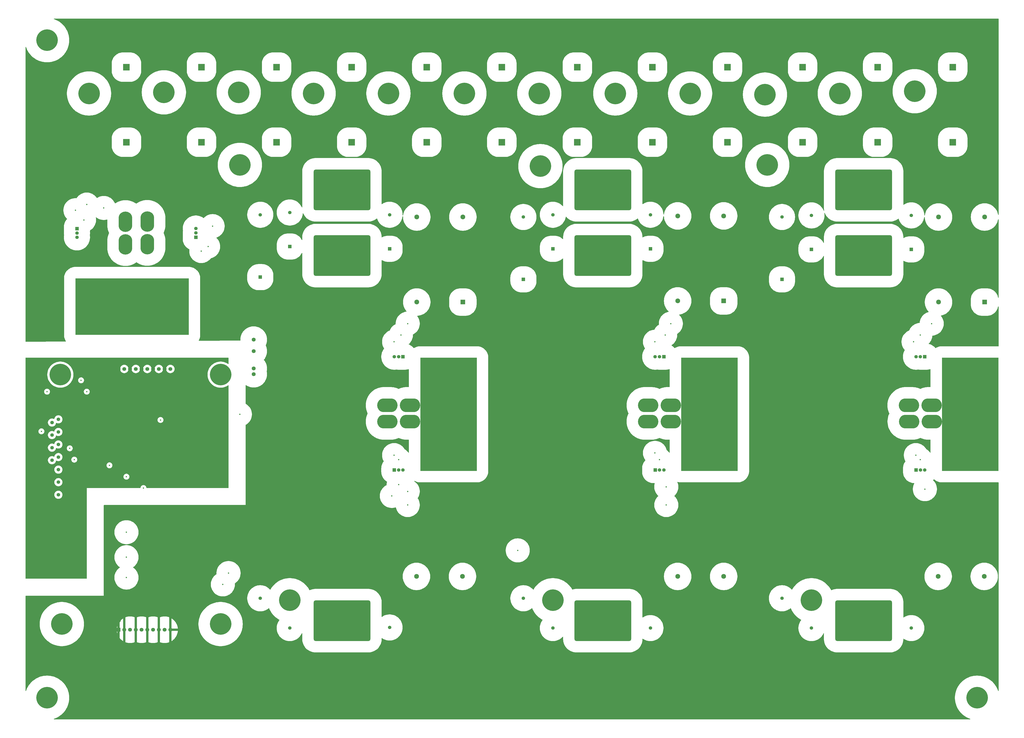
<source format=gbr>
%TF.GenerationSoftware,KiCad,Pcbnew,9.0.0*%
%TF.CreationDate,2025-04-23T18:39:57-07:00*%
%TF.ProjectId,PowerBoard,506f7765-7242-46f6-9172-642e6b696361,rev?*%
%TF.SameCoordinates,Original*%
%TF.FileFunction,Copper,L2,Inr*%
%TF.FilePolarity,Positive*%
%FSLAX46Y46*%
G04 Gerber Fmt 4.6, Leading zero omitted, Abs format (unit mm)*
G04 Created by KiCad (PCBNEW 9.0.0) date 2025-04-23 18:39:57*
%MOMM*%
%LPD*%
G01*
G04 APERTURE LIST*
G04 Aperture macros list*
%AMRoundRect*
0 Rectangle with rounded corners*
0 $1 Rounding radius*
0 $2 $3 $4 $5 $6 $7 $8 $9 X,Y pos of 4 corners*
0 Add a 4 corners polygon primitive as box body*
4,1,4,$2,$3,$4,$5,$6,$7,$8,$9,$2,$3,0*
0 Add four circle primitives for the rounded corners*
1,1,$1+$1,$2,$3*
1,1,$1+$1,$4,$5*
1,1,$1+$1,$6,$7*
1,1,$1+$1,$8,$9*
0 Add four rect primitives between the rounded corners*
20,1,$1+$1,$2,$3,$4,$5,0*
20,1,$1+$1,$4,$5,$6,$7,0*
20,1,$1+$1,$6,$7,$8,$9,0*
20,1,$1+$1,$8,$9,$2,$3,0*%
%AMHorizOval*
0 Thick line with rounded ends*
0 $1 width*
0 $2 $3 position (X,Y) of the first rounded end (center of the circle)*
0 $4 $5 position (X,Y) of the second rounded end (center of the circle)*
0 Add line between two ends*
20,1,$1,$2,$3,$4,$5,0*
0 Add two circle primitives to create the rounded ends*
1,1,$1,$2,$3*
1,1,$1,$4,$5*%
G04 Aperture macros list end*
%TA.AperFunction,ComponentPad*%
%ADD10R,50.000000X25.000000*%
%TD*%
%TA.AperFunction,ComponentPad*%
%ADD11C,9.500000*%
%TD*%
%TA.AperFunction,ComponentPad*%
%ADD12R,3.000000X3.000000*%
%TD*%
%TA.AperFunction,ComponentPad*%
%ADD13C,3.000000*%
%TD*%
%TA.AperFunction,ComponentPad*%
%ADD14RoundRect,0.900000X11.600000X-8.100000X11.600000X8.100000X-11.600000X8.100000X-11.600000X-8.100000X0*%
%TD*%
%TA.AperFunction,ComponentPad*%
%ADD15R,25.000000X50.000000*%
%TD*%
%TA.AperFunction,ComponentPad*%
%ADD16R,1.500000X1.500000*%
%TD*%
%TA.AperFunction,ComponentPad*%
%ADD17C,1.500000*%
%TD*%
%TA.AperFunction,ComponentPad*%
%ADD18HorizOval,0.800000X0.000000X0.000000X0.000000X0.000000X0*%
%TD*%
%TA.AperFunction,ComponentPad*%
%ADD19HorizOval,0.800000X0.000000X0.000000X0.000000X0.000000X0*%
%TD*%
%TA.AperFunction,ComponentPad*%
%ADD20C,0.800000*%
%TD*%
%TA.AperFunction,ComponentPad*%
%ADD21O,9.000000X6.000000*%
%TD*%
%TA.AperFunction,ComponentPad*%
%ADD22R,2.100000X2.100000*%
%TD*%
%TA.AperFunction,ComponentPad*%
%ADD23C,2.100000*%
%TD*%
%TA.AperFunction,ComponentPad*%
%ADD24HorizOval,0.800000X0.000000X0.000000X0.000000X0.000000X0*%
%TD*%
%TA.AperFunction,ComponentPad*%
%ADD25HorizOval,0.800000X0.000000X0.000000X0.000000X0.000000X0*%
%TD*%
%TA.AperFunction,ComponentPad*%
%ADD26O,6.000000X9.000000*%
%TD*%
%TA.AperFunction,ComponentPad*%
%ADD27HorizOval,0.800000X0.000000X0.000000X0.000000X0.000000X0*%
%TD*%
%TA.AperFunction,ComponentPad*%
%ADD28HorizOval,0.800000X0.000000X0.000000X0.000000X0.000000X0*%
%TD*%
%TA.AperFunction,ComponentPad*%
%ADD29C,1.725000*%
%TD*%
%TA.AperFunction,ComponentPad*%
%ADD30R,1.700000X1.700000*%
%TD*%
%TA.AperFunction,ComponentPad*%
%ADD31C,1.700000*%
%TD*%
%TA.AperFunction,ComponentPad*%
%ADD32HorizOval,0.800000X0.000000X0.000000X0.000000X0.000000X0*%
%TD*%
%TA.AperFunction,ComponentPad*%
%ADD33HorizOval,0.800000X0.000000X0.000000X0.000000X0.000000X0*%
%TD*%
%TA.AperFunction,ComponentPad*%
%ADD34C,1.575000*%
%TD*%
%TA.AperFunction,ComponentPad*%
%ADD35C,4.650000*%
%TD*%
%TA.AperFunction,ViaPad*%
%ADD36C,0.600000*%
%TD*%
%TA.AperFunction,Conductor*%
%ADD37C,1.000000*%
%TD*%
G04 APERTURE END LIST*
D10*
%TO.N,DC_LINK_BUS_IN*%
%TO.C,J2*%
X-62500000Y-72500000D03*
%TD*%
D11*
%TO.N,PHASE_U*%
%TO.C,H22*%
X7000000Y-202000000D03*
%TD*%
D12*
%TO.N,DC_LINK_BUS*%
%TO.C,C16*%
X34300000Y33100000D03*
D13*
%TO.N,GNDPWR*%
X34300000Y43100000D03*
%TD*%
D12*
%TO.N,DC_LINK_BUS*%
%TO.C,C14*%
X-31900000Y33100000D03*
D13*
%TO.N,GNDPWR*%
X-31900000Y43100000D03*
%TD*%
D12*
%TO.N,DC_LINK_BUS*%
%TO.C,C5*%
X266200000Y0D03*
D13*
%TO.N,GNDPWR*%
X266200000Y10000000D03*
%TD*%
D12*
%TO.N,DC_LINK_BUS*%
%TO.C,C1*%
X133800000Y0D03*
D13*
%TO.N,GNDPWR*%
X133800000Y10000000D03*
%TD*%
D11*
%TO.N,unconnected-(H4-Pad1)*%
%TO.C,H4*%
X-23500000Y-212500000D03*
%TD*%
D14*
%TO.N,GNDPWR*%
%TO.C,Q4*%
X145000000Y-240000000D03*
%TO.N,PHASE_V*%
X145000000Y-211000000D03*
%TD*%
D15*
%TO.N,PHASE_V_OUT*%
%TO.C,J4*%
X192000000Y-120000000D03*
%TD*%
D11*
%TO.N,unconnected-(H9-Pad1)*%
%TO.C,H9*%
X249500000Y21500000D03*
%TD*%
D12*
%TO.N,DC_LINK_BUS*%
%TO.C,C101*%
X133800000Y33100000D03*
D13*
%TO.N,GNDPWR*%
X133800000Y43100000D03*
%TD*%
D14*
%TO.N,GNDPWR*%
%TO.C,Q2*%
X30000000Y-240000000D03*
%TO.N,PHASE_U*%
X30000000Y-211000000D03*
%TD*%
D11*
%TO.N,unconnected-(H16-Pad1)*%
%TO.C,H16*%
X17500000Y21500000D03*
%TD*%
D16*
%TO.N,PHASE_W*%
%TO.C,C100*%
X224000000Y-60500000D03*
D17*
%TO.N,DC_LINK_BUS*%
X224000000Y-33000000D03*
%TD*%
D14*
%TO.N,PHASE_V*%
%TO.C,Q3*%
X145000000Y-50000000D03*
%TO.N,DC_LINK_BUS*%
X145000000Y-21000000D03*
%TD*%
D12*
%TO.N,DC_LINK_BUS*%
%TO.C,C6*%
X299300000Y0D03*
D13*
%TO.N,GNDPWR*%
X299300000Y10000000D03*
%TD*%
D14*
%TO.N,PHASE_W*%
%TO.C,Q5*%
X260000000Y-50000000D03*
%TO.N,DC_LINK_BUS*%
X260000000Y-21000000D03*
%TD*%
D11*
%TO.N,unconnected-(H14-Pad1)*%
%TO.C,H14*%
X84000000Y21500000D03*
%TD*%
D16*
%TO.N,+5V*%
%TO.C,IC9*%
X283120000Y-144585000D03*
D17*
%TO.N,GND*%
X285030000Y-144585000D03*
%TO.N,Net-(IC9-VIOUT)*%
X286940000Y-144585000D03*
D18*
%TO.N,PHASE_W_OUT*%
X286080000Y-122555000D03*
D19*
X286080000Y-123815000D03*
D20*
X286830000Y-121525000D03*
X286830000Y-124845000D03*
X288030000Y-121135000D03*
X288030000Y-125235000D03*
X289360000Y-121135000D03*
X289360000Y-125235000D03*
D21*
X290030000Y-123185000D03*
D20*
X290700000Y-121135000D03*
X290700000Y-125235000D03*
X292030000Y-121135000D03*
X292030000Y-125235000D03*
X293230000Y-121525000D03*
X293230000Y-124845000D03*
X293980000Y-122555000D03*
X293980000Y-123815000D03*
%TO.N,PHASE_W*%
X276080000Y-122555000D03*
X276080000Y-123815000D03*
X276830000Y-121525000D03*
X276830000Y-124845000D03*
X278030000Y-121135000D03*
X278030000Y-125235000D03*
X279360000Y-121135000D03*
X279360000Y-125235000D03*
D21*
X280030000Y-123185000D03*
D20*
X280700000Y-121135000D03*
X280700000Y-125235000D03*
X282030000Y-121135000D03*
X282030000Y-125235000D03*
X283230000Y-121525000D03*
X283230000Y-124845000D03*
D19*
X283980000Y-122555000D03*
D18*
X283980000Y-123815000D03*
%TD*%
D11*
%TO.N,unconnected-(H1-Pad1)*%
%TO.C,H1*%
X-94150000Y-102500000D03*
%TD*%
D12*
%TO.N,DC_LINK_BUS*%
%TO.C,C12*%
X100500000Y0D03*
D13*
%TO.N,GNDPWR*%
X100500000Y10000000D03*
%TD*%
D22*
%TO.N,GNDPWR*%
%TO.C,C97*%
X313150000Y-229000000D03*
D23*
%TO.N,PHASE_W*%
X313150000Y-191500000D03*
%TO.N,GNDPWR*%
X292850000Y-229000000D03*
%TO.N,PHASE_W*%
X292850000Y-191500000D03*
%TD*%
D14*
%TO.N,GNDPWR*%
%TO.C,Q6*%
X260000000Y-240000000D03*
%TO.N,PHASE_W*%
X260000000Y-211000000D03*
%TD*%
D16*
%TO.N,PHASE_W*%
%TO.C,C99*%
X281000000Y-47275000D03*
D17*
%TO.N,DC_LINK_BUS*%
X281000000Y-32275000D03*
%TD*%
D12*
%TO.N,DC_LINK_BUS*%
%TO.C,C17*%
X67400000Y33100000D03*
D13*
%TO.N,GNDPWR*%
X67400000Y43100000D03*
%TD*%
D12*
%TO.N,DC_LINK_BUS*%
%TO.C,C11*%
X67400000Y0D03*
D13*
%TO.N,GNDPWR*%
X67400000Y10000000D03*
%TD*%
D11*
%TO.N,unconnected-(H7-Pad1)*%
%TO.C,H7*%
X310000000Y-245000000D03*
%TD*%
D16*
%TO.N,GNDPWR*%
%TO.C,C110*%
X110000000Y-228625000D03*
D17*
%TO.N,PHASE_V*%
X110000000Y-201125000D03*
%TD*%
D22*
%TO.N,GNDPWR*%
%TO.C,C87*%
X83150000Y-229000000D03*
D23*
%TO.N,PHASE_U*%
X83150000Y-191500000D03*
%TO.N,GNDPWR*%
X62850000Y-229000000D03*
%TO.N,PHASE_U*%
X62850000Y-191500000D03*
%TD*%
D12*
%TO.N,DC_LINK_BUS*%
%TO.C,C3*%
X200000000Y0D03*
D13*
%TO.N,GNDPWR*%
X200000000Y10000000D03*
%TD*%
D16*
%TO.N,PHASE_W*%
%TO.C,C98*%
X237000000Y-47275000D03*
D17*
%TO.N,DC_LINK_BUS*%
X237000000Y-32275000D03*
%TD*%
D16*
%TO.N,+5V*%
%TO.C,IC3*%
X-86825000Y-38150000D03*
D17*
%TO.N,GND*%
X-86825000Y-40060000D03*
%TO.N,Net-(IC3-VIOUT)*%
X-86825000Y-41970000D03*
D24*
%TO.N,DC_LINK_BUS_IN*%
X-64795000Y-41110000D03*
D25*
X-66055000Y-41110000D03*
D20*
X-63765000Y-41860000D03*
X-67085000Y-41860000D03*
X-63375000Y-43060000D03*
X-67475000Y-43060000D03*
X-63375000Y-44390000D03*
X-67475000Y-44390000D03*
D26*
X-65425000Y-45060000D03*
D20*
X-63375000Y-45730000D03*
X-67475000Y-45730000D03*
X-63375000Y-47060000D03*
X-67475000Y-47060000D03*
X-63765000Y-48260000D03*
X-67085000Y-48260000D03*
X-64795000Y-49010000D03*
X-66055000Y-49010000D03*
%TO.N,DC_LINK_BUS*%
X-64795000Y-31110000D03*
X-66055000Y-31110000D03*
X-63765000Y-31860000D03*
X-67085000Y-31860000D03*
X-63375000Y-33060000D03*
X-67475000Y-33060000D03*
X-63375000Y-34390000D03*
X-67475000Y-34390000D03*
D26*
X-65425000Y-35060000D03*
D20*
X-63375000Y-35730000D03*
X-67475000Y-35730000D03*
X-63375000Y-37060000D03*
X-67475000Y-37060000D03*
X-63765000Y-38260000D03*
X-67085000Y-38260000D03*
D25*
X-64795000Y-39010000D03*
D24*
X-66055000Y-39010000D03*
%TD*%
D16*
%TO.N,GNDPWR*%
%TO.C,C103*%
X237000000Y-229275000D03*
D17*
%TO.N,PHASE_W*%
X237000000Y-214275000D03*
%TD*%
D11*
%TO.N,PHASE_V*%
%TO.C,H23*%
X123000000Y-202000000D03*
%TD*%
%TO.N,unconnected-(H10-Pad1)*%
%TO.C,H10*%
X216500000Y21000000D03*
%TD*%
D16*
%TO.N,+5V*%
%TO.C,IC6*%
X56910000Y-94600000D03*
D17*
%TO.N,GND*%
X55000000Y-94600000D03*
%TO.N,Net-(IC6-VIOUT)*%
X53090000Y-94600000D03*
D27*
%TO.N,PHASE_U*%
X53950000Y-116630000D03*
D28*
X53950000Y-115370000D03*
D20*
X53200000Y-117660000D03*
X53200000Y-114340000D03*
X52000000Y-118050000D03*
X52000000Y-113950000D03*
X50670000Y-118050000D03*
X50670000Y-113950000D03*
D21*
X50000000Y-116000000D03*
D20*
X49330000Y-118050000D03*
X49330000Y-113950000D03*
X48000000Y-118050000D03*
X48000000Y-113950000D03*
X46800000Y-117660000D03*
X46800000Y-114340000D03*
X46050000Y-116630000D03*
X46050000Y-115370000D03*
%TO.N,PHASE_U_OUT*%
X63950000Y-116630000D03*
X63950000Y-115370000D03*
X63200000Y-117660000D03*
X63200000Y-114340000D03*
X62000000Y-118050000D03*
X62000000Y-113950000D03*
X60670000Y-118050000D03*
X60670000Y-113950000D03*
D21*
X60000000Y-116000000D03*
D20*
X59330000Y-118050000D03*
X59330000Y-113950000D03*
X58000000Y-118050000D03*
X58000000Y-113950000D03*
X56800000Y-117660000D03*
X56800000Y-114340000D03*
D28*
X56050000Y-116630000D03*
D27*
X56050000Y-115370000D03*
%TD*%
D16*
%TO.N,PHASE_U*%
%TO.C,C20*%
X7000000Y-46000000D03*
D17*
%TO.N,DC_LINK_BUS*%
X7000000Y-31000000D03*
%TD*%
D12*
%TO.N,DC_LINK_BUS*%
%TO.C,C18*%
X100500000Y33100000D03*
D13*
%TO.N,GNDPWR*%
X100500000Y43100000D03*
%TD*%
D11*
%TO.N,unconnected-(H8-Pad1)*%
%TO.C,H8*%
X282500000Y22500000D03*
%TD*%
D12*
%TO.N,DC_LINK_BUS*%
%TO.C,C111*%
X266200000Y33100000D03*
D13*
%TO.N,GNDPWR*%
X266200000Y43100000D03*
%TD*%
D14*
%TO.N,PHASE_U*%
%TO.C,Q1*%
X30000000Y-50000000D03*
%TO.N,DC_LINK_BUS*%
X30000000Y-21000000D03*
%TD*%
D11*
%TO.N,unconnected-(H6-Pad1)*%
%TO.C,H6*%
X-100000000Y-245000000D03*
%TD*%
%TO.N,PHASE_W*%
%TO.C,H24*%
X237000000Y-202000000D03*
%TD*%
D29*
%TO.N,+12V*%
%TO.C,PS1*%
X-8915000Y-102325000D03*
%TO.N,GND*%
X-8915000Y-99785000D03*
X-8915000Y-92165000D03*
%TO.N,+5V*%
X-8915000Y-87085000D03*
%TD*%
D16*
%TO.N,GNDPWR*%
%TO.C,C88*%
X51000000Y-229000000D03*
D17*
%TO.N,PHASE_U*%
X51000000Y-214000000D03*
%TD*%
D11*
%TO.N,DC_LINK_BUS*%
%TO.C,H21*%
X217500000Y-10000000D03*
%TD*%
D12*
%TO.N,DC_LINK_BUS*%
%TO.C,C9*%
X1200000Y0D03*
D13*
%TO.N,GNDPWR*%
X1200000Y10000000D03*
%TD*%
D30*
%TO.N,GNDPWR*%
%TO.C,J8*%
X-68500000Y-215000000D03*
D31*
X-65960000Y-215000000D03*
%TO.N,PHASE_W_VSENSE*%
X-63420000Y-215000000D03*
%TO.N,GNDPWR*%
X-60880000Y-215000000D03*
%TO.N,PHASE_V_VSENSE*%
X-58340000Y-215000000D03*
%TO.N,GNDPWR*%
X-55800000Y-215000000D03*
%TO.N,PHASE_U_VSENSE*%
X-53260000Y-215000000D03*
%TO.N,GNDPWR*%
X-50720000Y-215000000D03*
%TO.N,DC_LINK_BUS_VSENSE*%
X-48180000Y-215000000D03*
%TO.N,GNDPWR*%
X-45640000Y-215000000D03*
%TD*%
D12*
%TO.N,DC_LINK_BUS*%
%TO.C,C15*%
X1200000Y33100000D03*
D13*
%TO.N,GNDPWR*%
X1200000Y43100000D03*
%TD*%
D16*
%TO.N,PHASE_V*%
%TO.C,C94*%
X166000000Y-47000000D03*
D17*
%TO.N,DC_LINK_BUS*%
X166000000Y-32000000D03*
%TD*%
D11*
%TO.N,unconnected-(H13-Pad1)*%
%TO.C,H13*%
X117000000Y21500000D03*
%TD*%
D16*
%TO.N,+5V*%
%TO.C,IC5*%
X53100000Y-144585000D03*
D17*
%TO.N,GND*%
X55010000Y-144585000D03*
%TO.N,Net-(IC5-VIOUT)*%
X56920000Y-144585000D03*
D18*
%TO.N,PHASE_U_OUT*%
X56060000Y-122555000D03*
D19*
X56060000Y-123815000D03*
D20*
X56810000Y-121525000D03*
X56810000Y-124845000D03*
X58010000Y-121135000D03*
X58010000Y-125235000D03*
X59340000Y-121135000D03*
X59340000Y-125235000D03*
D21*
X60010000Y-123185000D03*
D20*
X60680000Y-121135000D03*
X60680000Y-125235000D03*
X62010000Y-121135000D03*
X62010000Y-125235000D03*
X63210000Y-121525000D03*
X63210000Y-124845000D03*
X63960000Y-122555000D03*
X63960000Y-123815000D03*
%TO.N,PHASE_U*%
X46060000Y-122555000D03*
X46060000Y-123815000D03*
X46810000Y-121525000D03*
X46810000Y-124845000D03*
X48010000Y-121135000D03*
X48010000Y-125235000D03*
X49340000Y-121135000D03*
X49340000Y-125235000D03*
D21*
X50010000Y-123185000D03*
D20*
X50680000Y-121135000D03*
X50680000Y-125235000D03*
X52010000Y-121135000D03*
X52010000Y-125235000D03*
X53210000Y-121525000D03*
X53210000Y-124845000D03*
D19*
X53960000Y-122555000D03*
D18*
X53960000Y-123815000D03*
%TD*%
D22*
%TO.N,PHASE_W*%
%TO.C,C96*%
X313300000Y-70500000D03*
D23*
%TO.N,DC_LINK_BUS*%
X313300000Y-33000000D03*
%TO.N,PHASE_W*%
X293000000Y-70500000D03*
%TO.N,DC_LINK_BUS*%
X293000000Y-33000000D03*
%TD*%
D12*
%TO.N,DC_LINK_BUS*%
%TO.C,C2*%
X166900000Y0D03*
D13*
%TO.N,GNDPWR*%
X166900000Y10000000D03*
%TD*%
D16*
%TO.N,GNDPWR*%
%TO.C,C108*%
X123000000Y-229275000D03*
D17*
%TO.N,PHASE_V*%
X123000000Y-214275000D03*
%TD*%
D15*
%TO.N,PHASE_W_OUT*%
%TO.C,J5*%
X307000000Y-120000000D03*
%TD*%
D12*
%TO.N,DC_LINK_BUS*%
%TO.C,C13*%
X-65000000Y33100000D03*
D13*
%TO.N,GNDPWR*%
X-65000000Y43100000D03*
%TD*%
D11*
%TO.N,unconnected-(H15-Pad1)*%
%TO.C,H15*%
X50500000Y21500000D03*
%TD*%
%TO.N,unconnected-(H17-Pad1)*%
%TO.C,H17*%
X-15500000Y22000000D03*
%TD*%
%TO.N,unconnected-(H19-Pad1)*%
%TO.C,H19*%
X-81500000Y21500000D03*
%TD*%
%TO.N,unconnected-(H18-Pad1)*%
%TO.C,H18*%
X-48500000Y22000000D03*
%TD*%
D16*
%TO.N,GNDPWR*%
%TO.C,C90*%
X-6000000Y-228625000D03*
D17*
%TO.N,PHASE_U*%
X-6000000Y-201125000D03*
%TD*%
D16*
%TO.N,GNDPWR*%
%TO.C,C104*%
X281000000Y-229275000D03*
D17*
%TO.N,PHASE_W*%
X281000000Y-214275000D03*
%TD*%
D12*
%TO.N,DC_LINK_BUS*%
%TO.C,C8*%
X-31900000Y0D03*
D13*
%TO.N,GNDPWR*%
X-31900000Y10000000D03*
%TD*%
D16*
%TO.N,+5V*%
%TO.C,IC4*%
X-34430000Y-41900000D03*
D17*
%TO.N,GND*%
X-34430000Y-39990000D03*
%TO.N,Net-(IC4-VIOUT)*%
X-34430000Y-38080000D03*
D32*
%TO.N,DC_LINK_BUS*%
X-56460000Y-38940000D03*
D33*
X-55200000Y-38940000D03*
D20*
X-57490000Y-38190000D03*
X-54170000Y-38190000D03*
X-57880000Y-36990000D03*
X-53780000Y-36990000D03*
X-57880000Y-35660000D03*
X-53780000Y-35660000D03*
D26*
X-55830000Y-34990000D03*
D20*
X-57880000Y-34320000D03*
X-53780000Y-34320000D03*
X-57880000Y-32990000D03*
X-53780000Y-32990000D03*
X-57490000Y-31790000D03*
X-54170000Y-31790000D03*
X-56460000Y-31040000D03*
X-55200000Y-31040000D03*
%TO.N,DC_LINK_BUS_IN*%
X-56460000Y-48940000D03*
X-55200000Y-48940000D03*
X-57490000Y-48190000D03*
X-54170000Y-48190000D03*
X-57880000Y-46990000D03*
X-53780000Y-46990000D03*
X-57880000Y-45660000D03*
X-53780000Y-45660000D03*
D26*
X-55830000Y-44990000D03*
D20*
X-57880000Y-44320000D03*
X-53780000Y-44320000D03*
X-57880000Y-42990000D03*
X-53780000Y-42990000D03*
X-57490000Y-41790000D03*
X-54170000Y-41790000D03*
D33*
X-56460000Y-41040000D03*
D32*
X-55200000Y-41040000D03*
%TD*%
D12*
%TO.N,DC_LINK_BUS*%
%TO.C,C10*%
X34300000Y0D03*
D13*
%TO.N,GNDPWR*%
X34300000Y10000000D03*
%TD*%
D22*
%TO.N,PHASE_U*%
%TO.C,C86*%
X83300000Y-70500000D03*
D23*
%TO.N,DC_LINK_BUS*%
X83300000Y-33000000D03*
%TO.N,PHASE_U*%
X63000000Y-70500000D03*
%TO.N,DC_LINK_BUS*%
X63000000Y-33000000D03*
%TD*%
D16*
%TO.N,PHASE_V*%
%TO.C,C95*%
X110000000Y-60500000D03*
D17*
%TO.N,DC_LINK_BUS*%
X110000000Y-33000000D03*
%TD*%
D16*
%TO.N,PHASE_V*%
%TO.C,C93*%
X123000000Y-47000000D03*
D17*
%TO.N,DC_LINK_BUS*%
X123000000Y-32000000D03*
%TD*%
D12*
%TO.N,DC_LINK_BUS*%
%TO.C,C7*%
X-65000000Y0D03*
D13*
%TO.N,GNDPWR*%
X-65000000Y10000000D03*
%TD*%
D16*
%TO.N,PHASE_U*%
%TO.C,C84*%
X51000000Y-47000000D03*
D17*
%TO.N,DC_LINK_BUS*%
X51000000Y-32000000D03*
%TD*%
D16*
%TO.N,PHASE_U*%
%TO.C,C85*%
X-6000000Y-59500000D03*
D17*
%TO.N,DC_LINK_BUS*%
X-6000000Y-32000000D03*
%TD*%
D22*
%TO.N,PHASE_V*%
%TO.C,C91*%
X198300000Y-70000000D03*
D23*
%TO.N,DC_LINK_BUS*%
X198300000Y-32500000D03*
%TO.N,PHASE_V*%
X178000000Y-70000000D03*
%TO.N,DC_LINK_BUS*%
X178000000Y-32500000D03*
%TD*%
D30*
%TO.N,GND*%
%TO.C,J9*%
X-68500000Y-100000000D03*
D31*
%TO.N,PHASE_U_ISOLATED_VSENSE*%
X-65960000Y-100000000D03*
%TO.N,GND*%
X-63420000Y-100000000D03*
%TO.N,PHASE_V_ISOLATED_VSENSE*%
X-60880000Y-100000000D03*
%TO.N,GND*%
X-58340000Y-100000000D03*
%TO.N,PHASE_W_ISOLATED_VSENSE*%
X-55800000Y-100000000D03*
%TO.N,GND*%
X-53260000Y-100000000D03*
%TO.N,DC_LINK_BUS_ISOLATED_VSENSE*%
X-50720000Y-100000000D03*
%TO.N,GND*%
X-48180000Y-100000000D03*
%TO.N,+5V*%
X-45640000Y-100000000D03*
%TD*%
D12*
%TO.N,DC_LINK_BUS*%
%TO.C,C106*%
X200000000Y33100000D03*
D13*
%TO.N,GNDPWR*%
X200000000Y43100000D03*
%TD*%
D11*
%TO.N,unconnected-(H5-Pad1)*%
%TO.C,H5*%
X-100000000Y45000000D03*
%TD*%
D16*
%TO.N,GNDPWR*%
%TO.C,C89*%
X7000000Y-229275000D03*
D17*
%TO.N,PHASE_U*%
X7000000Y-214275000D03*
%TD*%
D11*
%TO.N,unconnected-(H11-Pad1)*%
%TO.C,H11*%
X183500000Y21500000D03*
%TD*%
D12*
%TO.N,DC_LINK_BUS*%
%TO.C,C112*%
X299300000Y33100000D03*
D13*
%TO.N,GNDPWR*%
X299300000Y43100000D03*
%TD*%
D12*
%TO.N,DC_LINK_BUS*%
%TO.C,C107*%
X233100000Y33100000D03*
D13*
%TO.N,GNDPWR*%
X233100000Y43100000D03*
%TD*%
D11*
%TO.N,DC_LINK_BUS*%
%TO.C,H20*%
X117500000Y-10550000D03*
%TD*%
D12*
%TO.N,DC_LINK_BUS*%
%TO.C,C4*%
X233100000Y0D03*
D13*
%TO.N,GNDPWR*%
X233100000Y10000000D03*
%TD*%
D22*
%TO.N,GNDPWR*%
%TO.C,C92*%
X198300000Y-229000000D03*
D23*
%TO.N,PHASE_V*%
X198300000Y-191500000D03*
%TO.N,GNDPWR*%
X178000000Y-229000000D03*
%TO.N,PHASE_V*%
X178000000Y-191500000D03*
%TD*%
D10*
%TO.N,GNDPWR*%
%TO.C,J1*%
X-40500000Y-241750000D03*
%TD*%
D11*
%TO.N,DC_LINK_BUS*%
%TO.C,H19*%
X-15000000Y-10000000D03*
%TD*%
%TO.N,unconnected-(H3-Pad1)*%
%TO.C,H3*%
X-93500000Y-212500000D03*
%TD*%
D16*
%TO.N,GNDPWR*%
%TO.C,C109*%
X166000000Y-229275000D03*
D17*
%TO.N,PHASE_V*%
X166000000Y-214275000D03*
%TD*%
D15*
%TO.N,PHASE_U_OUT*%
%TO.C,J3*%
X77000000Y-120000000D03*
%TD*%
D16*
%TO.N,+5V*%
%TO.C,IC8*%
X171910000Y-94600000D03*
D17*
%TO.N,GND*%
X170000000Y-94600000D03*
%TO.N,Net-(IC8-VIOUT)*%
X168090000Y-94600000D03*
D27*
%TO.N,PHASE_V*%
X168950000Y-116630000D03*
D28*
X168950000Y-115370000D03*
D20*
X168200000Y-117660000D03*
X168200000Y-114340000D03*
X167000000Y-118050000D03*
X167000000Y-113950000D03*
X165670000Y-118050000D03*
X165670000Y-113950000D03*
D21*
X165000000Y-116000000D03*
D20*
X164330000Y-118050000D03*
X164330000Y-113950000D03*
X163000000Y-118050000D03*
X163000000Y-113950000D03*
X161800000Y-117660000D03*
X161800000Y-114340000D03*
X161050000Y-116630000D03*
X161050000Y-115370000D03*
%TO.N,PHASE_V_OUT*%
X178950000Y-116630000D03*
X178950000Y-115370000D03*
X178200000Y-117660000D03*
X178200000Y-114340000D03*
X177000000Y-118050000D03*
X177000000Y-113950000D03*
X175670000Y-118050000D03*
X175670000Y-113950000D03*
D21*
X175000000Y-116000000D03*
D20*
X174330000Y-118050000D03*
X174330000Y-113950000D03*
X173000000Y-118050000D03*
X173000000Y-113950000D03*
X171800000Y-117660000D03*
X171800000Y-114340000D03*
D28*
X171050000Y-116630000D03*
D27*
X171050000Y-115370000D03*
%TD*%
D11*
%TO.N,unconnected-(H12-Pad1)*%
%TO.C,H12*%
X150500000Y21500000D03*
%TD*%
D16*
%TO.N,+5V*%
%TO.C,IC7*%
X168100000Y-144585000D03*
D17*
%TO.N,GND*%
X170010000Y-144585000D03*
%TO.N,Net-(IC7-VIOUT)*%
X171920000Y-144585000D03*
D18*
%TO.N,PHASE_V_OUT*%
X171060000Y-122555000D03*
D19*
X171060000Y-123815000D03*
D20*
X171810000Y-121525000D03*
X171810000Y-124845000D03*
X173010000Y-121135000D03*
X173010000Y-125235000D03*
X174340000Y-121135000D03*
X174340000Y-125235000D03*
D21*
X175010000Y-123185000D03*
D20*
X175680000Y-121135000D03*
X175680000Y-125235000D03*
X177010000Y-121135000D03*
X177010000Y-125235000D03*
X178210000Y-121525000D03*
X178210000Y-124845000D03*
X178960000Y-122555000D03*
X178960000Y-123815000D03*
%TO.N,PHASE_V*%
X161060000Y-122555000D03*
X161060000Y-123815000D03*
X161810000Y-121525000D03*
X161810000Y-124845000D03*
X163010000Y-121135000D03*
X163010000Y-125235000D03*
X164340000Y-121135000D03*
X164340000Y-125235000D03*
D21*
X165010000Y-123185000D03*
D20*
X165680000Y-121135000D03*
X165680000Y-125235000D03*
X167010000Y-121135000D03*
X167010000Y-125235000D03*
X168210000Y-121525000D03*
X168210000Y-124845000D03*
D19*
X168960000Y-122555000D03*
D18*
X168960000Y-123815000D03*
%TD*%
D16*
%TO.N,+5V*%
%TO.C,IC10*%
X286910000Y-94600000D03*
D17*
%TO.N,GND*%
X285000000Y-94600000D03*
%TO.N,Net-(IC10-VIOUT)*%
X283090000Y-94600000D03*
D27*
%TO.N,PHASE_W*%
X283950000Y-116630000D03*
D28*
X283950000Y-115370000D03*
D20*
X283200000Y-117660000D03*
X283200000Y-114340000D03*
X282000000Y-118050000D03*
X282000000Y-113950000D03*
X280670000Y-118050000D03*
X280670000Y-113950000D03*
D21*
X280000000Y-116000000D03*
D20*
X279330000Y-118050000D03*
X279330000Y-113950000D03*
X278000000Y-118050000D03*
X278000000Y-113950000D03*
X276800000Y-117660000D03*
X276800000Y-114340000D03*
X276050000Y-116630000D03*
X276050000Y-115370000D03*
%TO.N,PHASE_W_OUT*%
X293950000Y-116630000D03*
X293950000Y-115370000D03*
X293200000Y-117660000D03*
X293200000Y-114340000D03*
X292000000Y-118050000D03*
X292000000Y-113950000D03*
X290670000Y-118050000D03*
X290670000Y-113950000D03*
D21*
X290000000Y-116000000D03*
D20*
X289330000Y-118050000D03*
X289330000Y-113950000D03*
X288000000Y-118050000D03*
X288000000Y-113950000D03*
X286800000Y-117660000D03*
X286800000Y-114340000D03*
D28*
X286050000Y-116630000D03*
D27*
X286050000Y-115370000D03*
%TD*%
D12*
%TO.N,DC_LINK_BUS*%
%TO.C,C102*%
X166900000Y33100000D03*
D13*
%TO.N,GNDPWR*%
X166900000Y43100000D03*
%TD*%
D11*
%TO.N,unconnected-(H2-Pad1)*%
%TO.C,H2*%
X-23500000Y-102500000D03*
%TD*%
D16*
%TO.N,GNDPWR*%
%TO.C,C105*%
X224000000Y-228625000D03*
D17*
%TO.N,PHASE_W*%
X224000000Y-201125000D03*
%TD*%
D34*
%TO.N,DC_LINK_BUS_CURRENT_SENSE*%
%TO.C,J6*%
X-95000000Y-122230000D03*
%TO.N,GND*%
X-95000000Y-125000000D03*
%TO.N,PHASE_U_ISENSE*%
X-95000000Y-127770000D03*
%TO.N,GND*%
X-95000000Y-130540000D03*
%TO.N,PHASE_V_ISENSE*%
X-95000000Y-133310000D03*
%TO.N,GND*%
X-95000000Y-136080000D03*
%TO.N,PHASE_W_ISENSE*%
X-95000000Y-138850000D03*
%TO.N,GND*%
X-95000000Y-141620000D03*
%TO.N,PHASE_U_ISOLATED_VSENSE*%
X-95000000Y-144390000D03*
%TO.N,GND*%
X-95000000Y-147160000D03*
%TO.N,PHASE_V_ISOLATED_VSENSE*%
X-95000000Y-149930000D03*
%TO.N,GND*%
X-95000000Y-152700000D03*
%TO.N,PHASE_W_ISOLATED_VSENSE*%
X-95000000Y-155470000D03*
%TO.N,GND*%
X-97840000Y-154085000D03*
X-97840000Y-151315000D03*
X-97840000Y-148545000D03*
X-97840000Y-145775000D03*
X-97840000Y-143005000D03*
%TO.N,StatusLED*%
X-97840000Y-140235000D03*
%TO.N,GND*%
X-97840000Y-137465000D03*
%TO.N,FAULT_LED*%
X-97840000Y-134695000D03*
%TO.N,GND*%
X-97840000Y-131925000D03*
%TO.N,+12V*%
X-97840000Y-129155000D03*
%TO.N,GND*%
X-97840000Y-126385000D03*
%TO.N,DC_LINK_BUS_ISOLATED_VSENSE*%
X-97840000Y-123615000D03*
D35*
%TO.N,GND*%
X-96420000Y-115330000D03*
X-96420000Y-162370000D03*
%TD*%
D36*
%TO.N,GNDPWR*%
X-71000000Y-180000000D03*
X-71000000Y-170000000D03*
X-71000000Y-200000000D03*
X-71000000Y-190000000D03*
%TO.N,+5V*%
X175000000Y-80000000D03*
X290000000Y-80000000D03*
X283000000Y-138000000D03*
X168000000Y-137000000D03*
X52000000Y-156000000D03*
X-83718750Y-34281250D03*
X53000000Y-138000000D03*
X-85000000Y-105000000D03*
X59000000Y-80000000D03*
%TO.N,GND*%
X55010000Y-151000000D03*
X170000000Y-140000000D03*
X-87500000Y-30000000D03*
X285000000Y-140000000D03*
X-29000000Y-46000000D03*
X172500000Y-85000000D03*
X56000000Y-85000000D03*
X55000000Y-140000000D03*
X285000000Y-85000000D03*
X-82500000Y-27500000D03*
X-32000000Y-48000000D03*
%TO.N,PHASE_V*%
X-20000000Y-190000000D03*
X107500000Y-180000000D03*
%TO.N,PHASE_W*%
X-22500000Y-195000000D03*
%TO.N,DC_LINK_BUS_CURRENT_SENSE*%
X-75000000Y-29000000D03*
X-15000000Y-120000000D03*
X-27000000Y-37000000D03*
%TO.N,PHASE_U_ISENSE*%
X59000000Y-160000000D03*
X59000000Y-154000000D03*
X53000000Y-88000000D03*
%TO.N,PHASE_V_ISENSE*%
X173000000Y-152000000D03*
X168000000Y-88000000D03*
X173000000Y-160000000D03*
%TO.N,PHASE_W_ISENSE*%
X282000000Y-88000000D03*
X287000000Y-153000000D03*
%TO.N,DC_LINK_BUS_VSENSE*%
X-65000000Y-172000000D03*
%TO.N,PHASE_U_VSENSE*%
X-65000000Y-183000000D03*
%TO.N,PHASE_V_VSENSE*%
X-65000000Y-192000000D03*
%TO.N,+12V*%
X-102500000Y-127500000D03*
X-82500000Y-110000000D03*
X-100000000Y-110000000D03*
%TO.N,PHASE_W_ISOLATED_VSENSE*%
X-57500000Y-152500000D03*
%TO.N,PHASE_U_ISOLATED_VSENSE*%
X-72500000Y-142500000D03*
%TO.N,DC_LINK_BUS_ISOLATED_VSENSE*%
X-50000000Y-122500000D03*
%TO.N,PHASE_V_ISOLATED_VSENSE*%
X-65000000Y-147500000D03*
%TO.N,StatusLED*%
X-88000000Y-140000000D03*
%TO.N,FAULT_LED*%
X-90000000Y-135000000D03*
%TD*%
D37*
%TO.N,GNDPWR*%
X-65960000Y-209040000D02*
X-66000000Y-209000000D01*
X-55800000Y-221200000D02*
X-55000000Y-222000000D01*
X-55800000Y-215000000D02*
X-55800000Y-208200000D01*
X-45640000Y-215000000D02*
X-41000000Y-215000000D01*
X-50720000Y-215000000D02*
X-50720000Y-208280000D01*
X-51000000Y-208000000D02*
X-50720000Y-208280000D01*
X-65960000Y-215000000D02*
X-65960000Y-220960000D01*
X-51000000Y-222000000D02*
X-50720000Y-221720000D01*
X-60880000Y-209120000D02*
X-61000000Y-209000000D01*
X-68500000Y-215000000D02*
X-68500000Y-211500000D01*
X-45640000Y-208640000D02*
X-45000000Y-208000000D01*
X-68500000Y-215000000D02*
X-71000000Y-215000000D01*
X-45640000Y-215000000D02*
X-45640000Y-208640000D01*
X-60880000Y-215000000D02*
X-60880000Y-221880000D01*
X-56000000Y-208000000D02*
X-55800000Y-208200000D01*
X-45640000Y-221360000D02*
X-45000000Y-222000000D01*
X-45640000Y-215000000D02*
X-45640000Y-221360000D01*
X-68500000Y-215000000D02*
X-68500000Y-219500000D01*
X-68500000Y-211500000D02*
X-68000000Y-211000000D01*
X-60880000Y-215000000D02*
X-60880000Y-209120000D01*
X-68500000Y-219500000D02*
X-69000000Y-220000000D01*
X-50720000Y-215000000D02*
X-50720000Y-221720000D01*
X-65960000Y-215000000D02*
X-65960000Y-209040000D01*
X-61000000Y-222000000D02*
X-60880000Y-221880000D01*
X-55800000Y-215000000D02*
X-55800000Y-221200000D01*
X-65960000Y-220960000D02*
X-66000000Y-221000000D01*
%TD*%
%TA.AperFunction,Conductor*%
%TO.N,GNDPWR*%
G36*
X319442539Y54479815D02*
G01*
X319488294Y54427011D01*
X319499500Y54375500D01*
X319499500Y-31888997D01*
X319479815Y-31956036D01*
X319427011Y-32001791D01*
X319357853Y-32011735D01*
X319294297Y-31982710D01*
X319256523Y-31923932D01*
X319253027Y-31908395D01*
X319242917Y-31844564D01*
X319238820Y-31818695D01*
X319127828Y-31356382D01*
X318980906Y-30904203D01*
X318798959Y-30464945D01*
X318583110Y-30041316D01*
X318583104Y-30041307D01*
X318583102Y-30041302D01*
X318583099Y-30041297D01*
X318334694Y-29635938D01*
X318334690Y-29635933D01*
X318334688Y-29635929D01*
X318055226Y-29251282D01*
X317746446Y-28889747D01*
X317410253Y-28553554D01*
X317324795Y-28480566D01*
X317048724Y-28244779D01*
X317048710Y-28244768D01*
X316818730Y-28077678D01*
X316664071Y-27965312D01*
X316664068Y-27965310D01*
X316664061Y-27965305D01*
X316258702Y-27716900D01*
X316258697Y-27716897D01*
X316258687Y-27716892D01*
X316258684Y-27716890D01*
X315835055Y-27501041D01*
X315674474Y-27434526D01*
X315395791Y-27319091D01*
X315002066Y-27191163D01*
X314943618Y-27172172D01*
X314943606Y-27172169D01*
X314481302Y-27061179D01*
X314011718Y-26986805D01*
X314011709Y-26986804D01*
X314011707Y-26986803D01*
X314011699Y-26986803D01*
X313537730Y-26949500D01*
X313537725Y-26949500D01*
X313062275Y-26949500D01*
X313062269Y-26949500D01*
X312588300Y-26986803D01*
X312588281Y-26986805D01*
X312118697Y-27061179D01*
X311656393Y-27172169D01*
X311656387Y-27172170D01*
X311656382Y-27172172D01*
X311656370Y-27172176D01*
X311204208Y-27319091D01*
X310764947Y-27501040D01*
X310341302Y-27716897D01*
X310341297Y-27716900D01*
X309935938Y-27965305D01*
X309935927Y-27965313D01*
X309551289Y-28244768D01*
X309551275Y-28244779D01*
X309189753Y-28553548D01*
X309189739Y-28553561D01*
X308853561Y-28889739D01*
X308853548Y-28889753D01*
X308544779Y-29251275D01*
X308544768Y-29251289D01*
X308265313Y-29635927D01*
X308265305Y-29635938D01*
X308016900Y-30041297D01*
X308016897Y-30041302D01*
X307801040Y-30464947D01*
X307619091Y-30904208D01*
X307472176Y-31356370D01*
X307472169Y-31356393D01*
X307361179Y-31818697D01*
X307286805Y-32288281D01*
X307286803Y-32288300D01*
X307249500Y-32762269D01*
X307249500Y-33237730D01*
X307286803Y-33711699D01*
X307286805Y-33711718D01*
X307361179Y-34181302D01*
X307472169Y-34643606D01*
X307472172Y-34643618D01*
X307472176Y-34643629D01*
X307619091Y-35095791D01*
X307716069Y-35329916D01*
X307801041Y-35535055D01*
X308016890Y-35958684D01*
X308016897Y-35958697D01*
X308016900Y-35958702D01*
X308265305Y-36364061D01*
X308265310Y-36364068D01*
X308265312Y-36364071D01*
X308409725Y-36562839D01*
X308531963Y-36731086D01*
X308544774Y-36748718D01*
X308853554Y-37110253D01*
X309189747Y-37446446D01*
X309551282Y-37755226D01*
X309935929Y-38034688D01*
X309935933Y-38034690D01*
X309935938Y-38034694D01*
X310341297Y-38283099D01*
X310341302Y-38283102D01*
X310341307Y-38283104D01*
X310341316Y-38283110D01*
X310764945Y-38498959D01*
X311204203Y-38680906D01*
X311204208Y-38680908D01*
X311309269Y-38715044D01*
X311656382Y-38827828D01*
X312118695Y-38938820D01*
X312588291Y-39013196D01*
X313062275Y-39050500D01*
X313062281Y-39050500D01*
X313537719Y-39050500D01*
X313537725Y-39050500D01*
X314011709Y-39013196D01*
X314481305Y-38938820D01*
X314943618Y-38827828D01*
X315395797Y-38680906D01*
X315835055Y-38498959D01*
X316258684Y-38283110D01*
X316664071Y-38034688D01*
X317048718Y-37755226D01*
X317410253Y-37446446D01*
X317746446Y-37110253D01*
X318055226Y-36748718D01*
X318334688Y-36364071D01*
X318583110Y-35958684D01*
X318798959Y-35535055D01*
X318980906Y-35095797D01*
X319127828Y-34643618D01*
X319238820Y-34181305D01*
X319253027Y-34091603D01*
X319282956Y-34028470D01*
X319342267Y-33991538D01*
X319412130Y-33992536D01*
X319470363Y-34031146D01*
X319498477Y-34095109D01*
X319499500Y-34111002D01*
X319499500Y-68447249D01*
X319479815Y-68514288D01*
X319427011Y-68560043D01*
X319357853Y-68569987D01*
X319294297Y-68540962D01*
X319256523Y-68482184D01*
X319254020Y-68472122D01*
X319240115Y-68404208D01*
X319203820Y-68226944D01*
X319074646Y-67796775D01*
X318907432Y-67379916D01*
X318703524Y-66979725D01*
X318464564Y-66599423D01*
X318192476Y-66242071D01*
X317889451Y-65910549D01*
X317557929Y-65607524D01*
X317200577Y-65335436D01*
X316820275Y-65096476D01*
X316420084Y-64892568D01*
X316236909Y-64819091D01*
X316003218Y-64725351D01*
X315573062Y-64596181D01*
X315340991Y-64548665D01*
X315133039Y-64506087D01*
X315133036Y-64506086D01*
X315133024Y-64506084D01*
X314686722Y-64455798D01*
X314624371Y-64453698D01*
X314499679Y-64449500D01*
X314499671Y-64449500D01*
X312100327Y-64449500D01*
X311913277Y-64455798D01*
X311466975Y-64506084D01*
X311466961Y-64506087D01*
X311026937Y-64596181D01*
X310596781Y-64725351D01*
X310179922Y-64892565D01*
X309779725Y-65096476D01*
X309399423Y-65335436D01*
X309042072Y-65607523D01*
X308710549Y-65910549D01*
X308407523Y-66242072D01*
X308135436Y-66599423D01*
X307896476Y-66979725D01*
X307692565Y-67379922D01*
X307525351Y-67796781D01*
X307396181Y-68226937D01*
X307306087Y-68666961D01*
X307306084Y-68666975D01*
X307255798Y-69113277D01*
X307255798Y-69113282D01*
X307249906Y-69288281D01*
X307249500Y-69300328D01*
X307249500Y-71699672D01*
X307255798Y-71886722D01*
X307306084Y-72333024D01*
X307306087Y-72333038D01*
X307396181Y-72773062D01*
X307525351Y-73203218D01*
X307525354Y-73203225D01*
X307692568Y-73620084D01*
X307896476Y-74020275D01*
X308135436Y-74400577D01*
X308407524Y-74757929D01*
X308710549Y-75089451D01*
X309042071Y-75392476D01*
X309399423Y-75664564D01*
X309779725Y-75903524D01*
X310179916Y-76107432D01*
X310596775Y-76274646D01*
X310596779Y-76274647D01*
X310596781Y-76274648D01*
X311026937Y-76403818D01*
X311026944Y-76403820D01*
X311466961Y-76493913D01*
X311466970Y-76493914D01*
X311466975Y-76493915D01*
X311686471Y-76518646D01*
X311913282Y-76544202D01*
X312100321Y-76550500D01*
X314499678Y-76550499D01*
X314686718Y-76544202D01*
X314972056Y-76512051D01*
X315133024Y-76493915D01*
X315133027Y-76493914D01*
X315133039Y-76493913D01*
X315573056Y-76403820D01*
X316003225Y-76274646D01*
X316420084Y-76107432D01*
X316820275Y-75903524D01*
X317200577Y-75664564D01*
X317557929Y-75392476D01*
X317889451Y-75089451D01*
X318192476Y-74757929D01*
X318464564Y-74400577D01*
X318703524Y-74020275D01*
X318907432Y-73620084D01*
X319074646Y-73203225D01*
X319203820Y-72773056D01*
X319254020Y-72527876D01*
X319286752Y-72466149D01*
X319347660Y-72431916D01*
X319417408Y-72436046D01*
X319473850Y-72477230D01*
X319499066Y-72542390D01*
X319499500Y-72552750D01*
X319499500Y-89875500D01*
X319479815Y-89942539D01*
X319427011Y-89988294D01*
X319375500Y-89999500D01*
X294350327Y-89999500D01*
X294163277Y-90005798D01*
X293716975Y-90056084D01*
X293716961Y-90056087D01*
X293276937Y-90146181D01*
X292846781Y-90275351D01*
X292429922Y-90442565D01*
X292029724Y-90646476D01*
X291771331Y-90808834D01*
X291704095Y-90827834D01*
X291637259Y-90807466D01*
X291606703Y-90778958D01*
X291502485Y-90642082D01*
X291502479Y-90642075D01*
X291502476Y-90642071D01*
X291199451Y-90310549D01*
X290867929Y-90007524D01*
X290510577Y-89735436D01*
X290130275Y-89496476D01*
X289730084Y-89292568D01*
X289522191Y-89209176D01*
X289313218Y-89125351D01*
X288883064Y-88996181D01*
X288790731Y-88977276D01*
X288729003Y-88944543D01*
X288694770Y-88883635D01*
X288698902Y-88813887D01*
X288727922Y-88768117D01*
X288911662Y-88584378D01*
X289209176Y-88229814D01*
X289474655Y-87850670D01*
X289706080Y-87449830D01*
X289901689Y-87030346D01*
X290059993Y-86595410D01*
X290179787Y-86148331D01*
X290260160Y-85692513D01*
X290285874Y-85398591D01*
X290311325Y-85333525D01*
X290367916Y-85292547D01*
X290398587Y-85285874D01*
X290692513Y-85260160D01*
X291148331Y-85179787D01*
X291595410Y-85059993D01*
X292030346Y-84901689D01*
X292449830Y-84706080D01*
X292850670Y-84474655D01*
X293229814Y-84209176D01*
X293584378Y-83911662D01*
X293911662Y-83584378D01*
X294209176Y-83229814D01*
X294474655Y-82850670D01*
X294706080Y-82449830D01*
X294901689Y-82030346D01*
X295059993Y-81595410D01*
X295179787Y-81148331D01*
X295260160Y-80692513D01*
X295300500Y-80231425D01*
X295300500Y-79768575D01*
X295260160Y-79307487D01*
X295179787Y-78851669D01*
X295059993Y-78404590D01*
X294901689Y-77969654D01*
X294706080Y-77550170D01*
X294474655Y-77149330D01*
X294474647Y-77149319D01*
X294474643Y-77149312D01*
X294209176Y-76770185D01*
X294101355Y-76641689D01*
X294073343Y-76577681D01*
X294084382Y-76508689D01*
X294130969Y-76456618D01*
X294176950Y-76439510D01*
X294179570Y-76439094D01*
X294181305Y-76438820D01*
X294643618Y-76327828D01*
X295095797Y-76180906D01*
X295535055Y-75998959D01*
X295958684Y-75783110D01*
X296364071Y-75534688D01*
X296748718Y-75255226D01*
X297110253Y-74946446D01*
X297446446Y-74610253D01*
X297755226Y-74248718D01*
X298034688Y-73864071D01*
X298283110Y-73458684D01*
X298498959Y-73035055D01*
X298680906Y-72595797D01*
X298827828Y-72143618D01*
X298938820Y-71681305D01*
X299013196Y-71211709D01*
X299050500Y-70737725D01*
X299050500Y-70262275D01*
X299013196Y-69788291D01*
X298938820Y-69318695D01*
X298827828Y-68856382D01*
X298680906Y-68404203D01*
X298498959Y-67964945D01*
X298283110Y-67541316D01*
X298283104Y-67541307D01*
X298283102Y-67541302D01*
X298283099Y-67541297D01*
X298034694Y-67135938D01*
X298034690Y-67135933D01*
X298034688Y-67135929D01*
X297755226Y-66751282D01*
X297446446Y-66389747D01*
X297110253Y-66053554D01*
X296918450Y-65889739D01*
X296748724Y-65744779D01*
X296748710Y-65744768D01*
X296554302Y-65603523D01*
X296364071Y-65465312D01*
X296364068Y-65465310D01*
X296364061Y-65465305D01*
X295958702Y-65216900D01*
X295958697Y-65216897D01*
X295958687Y-65216892D01*
X295958684Y-65216890D01*
X295535055Y-65001041D01*
X295273179Y-64892568D01*
X295095791Y-64819091D01*
X294774062Y-64714556D01*
X294643618Y-64672172D01*
X294643606Y-64672169D01*
X294181302Y-64561179D01*
X293711718Y-64486805D01*
X293711709Y-64486804D01*
X293711707Y-64486803D01*
X293711699Y-64486803D01*
X293237730Y-64449500D01*
X293237725Y-64449500D01*
X292762275Y-64449500D01*
X292762269Y-64449500D01*
X292288300Y-64486803D01*
X292288281Y-64486805D01*
X291818697Y-64561179D01*
X291356393Y-64672169D01*
X291356387Y-64672170D01*
X291356382Y-64672172D01*
X291356370Y-64672176D01*
X290904208Y-64819091D01*
X290464947Y-65001040D01*
X290041302Y-65216897D01*
X290041297Y-65216900D01*
X289635938Y-65465305D01*
X289635927Y-65465313D01*
X289251289Y-65744768D01*
X289251275Y-65744779D01*
X288889753Y-66053548D01*
X288889739Y-66053561D01*
X288553561Y-66389739D01*
X288553548Y-66389753D01*
X288244779Y-66751275D01*
X288244768Y-66751289D01*
X287965313Y-67135927D01*
X287965305Y-67135938D01*
X287716900Y-67541297D01*
X287716897Y-67541302D01*
X287501040Y-67964947D01*
X287319091Y-68404208D01*
X287172176Y-68856370D01*
X287172169Y-68856393D01*
X287061179Y-69318697D01*
X286986805Y-69788281D01*
X286986803Y-69788300D01*
X286949500Y-70262269D01*
X286949500Y-70737730D01*
X286986803Y-71211699D01*
X286986805Y-71211718D01*
X287061179Y-71681302D01*
X287110496Y-71886722D01*
X287172172Y-72143618D01*
X287172176Y-72143629D01*
X287319091Y-72595791D01*
X287363589Y-72703218D01*
X287501041Y-73035055D01*
X287668683Y-73364072D01*
X287716897Y-73458697D01*
X287716900Y-73458702D01*
X287965305Y-73864061D01*
X287965310Y-73864068D01*
X287965312Y-73864071D01*
X287991835Y-73900577D01*
X288144178Y-74110260D01*
X288244774Y-74248718D01*
X288553554Y-74610253D01*
X288553561Y-74610260D01*
X288630274Y-74686973D01*
X288663759Y-74748296D01*
X288658775Y-74817988D01*
X288616903Y-74873921D01*
X288574687Y-74894429D01*
X288404597Y-74940004D01*
X288162518Y-75028113D01*
X287969654Y-75098311D01*
X287969650Y-75098312D01*
X287969644Y-75098315D01*
X287969636Y-75098318D01*
X287550179Y-75293915D01*
X287550163Y-75293923D01*
X287149338Y-75525340D01*
X287149312Y-75525356D01*
X286770184Y-75790824D01*
X286415619Y-76088340D01*
X286088340Y-76415619D01*
X285790824Y-76770184D01*
X285525356Y-77149312D01*
X285525340Y-77149338D01*
X285293923Y-77550163D01*
X285293915Y-77550179D01*
X285098318Y-77969636D01*
X285098315Y-77969644D01*
X284940003Y-78404600D01*
X284820215Y-78851661D01*
X284820211Y-78851678D01*
X284739840Y-79307480D01*
X284739840Y-79307482D01*
X284714125Y-79601405D01*
X284688672Y-79666473D01*
X284632081Y-79707452D01*
X284601405Y-79714125D01*
X284307482Y-79739840D01*
X284307480Y-79739840D01*
X283851678Y-79820211D01*
X283851661Y-79820215D01*
X283404600Y-79940003D01*
X283187122Y-80019159D01*
X282969654Y-80098311D01*
X282969650Y-80098312D01*
X282969644Y-80098315D01*
X282969636Y-80098318D01*
X282550179Y-80293915D01*
X282550163Y-80293923D01*
X282149338Y-80525340D01*
X282149312Y-80525356D01*
X281770184Y-80790824D01*
X281415619Y-81088340D01*
X281088340Y-81415619D01*
X280790824Y-81770184D01*
X280525356Y-82149312D01*
X280525340Y-82149338D01*
X280293923Y-82550163D01*
X280293915Y-82550179D01*
X280098318Y-82969636D01*
X280098306Y-82969664D01*
X280083753Y-83009647D01*
X280042325Y-83065910D01*
X280009647Y-83083753D01*
X279969664Y-83098306D01*
X279969636Y-83098318D01*
X279550179Y-83293915D01*
X279550163Y-83293923D01*
X279149338Y-83525340D01*
X279149312Y-83525356D01*
X278770184Y-83790824D01*
X278415619Y-84088340D01*
X278088340Y-84415619D01*
X277790824Y-84770184D01*
X277525356Y-85149312D01*
X277525340Y-85149338D01*
X277293923Y-85550163D01*
X277293915Y-85550179D01*
X277098318Y-85969636D01*
X277098315Y-85969644D01*
X276940003Y-86404600D01*
X276820215Y-86851661D01*
X276820211Y-86851678D01*
X276739840Y-87307480D01*
X276739840Y-87307484D01*
X276699500Y-87768571D01*
X276699500Y-88231428D01*
X276739840Y-88692515D01*
X276739840Y-88692519D01*
X276820211Y-89148321D01*
X276820215Y-89148338D01*
X276940003Y-89595399D01*
X276940006Y-89595409D01*
X276940007Y-89595410D01*
X277098311Y-90030346D01*
X277098314Y-90030353D01*
X277098315Y-90030355D01*
X277098318Y-90030363D01*
X277293915Y-90449820D01*
X277293923Y-90449836D01*
X277440552Y-90703804D01*
X277525345Y-90850670D01*
X277525349Y-90850676D01*
X277525356Y-90850687D01*
X277790824Y-91229815D01*
X278090077Y-91586450D01*
X278089555Y-91586887D01*
X278119084Y-91647070D01*
X278111063Y-91716478D01*
X278102612Y-91732902D01*
X278068848Y-91788002D01*
X278068843Y-91788011D01*
X278068840Y-91788016D01*
X277935823Y-92049077D01*
X277863692Y-92190642D01*
X277690765Y-92608123D01*
X277551135Y-93037865D01*
X277551128Y-93037888D01*
X277445642Y-93477272D01*
X277374955Y-93923570D01*
X277374953Y-93923589D01*
X277339500Y-94374056D01*
X277339500Y-94825943D01*
X277374953Y-95276410D01*
X277374955Y-95276429D01*
X277445642Y-95722727D01*
X277445643Y-95722733D01*
X277551131Y-96162123D01*
X277551135Y-96162134D01*
X277690765Y-96591876D01*
X277808290Y-96875605D01*
X277863693Y-97009360D01*
X278026305Y-97328504D01*
X278068847Y-97411997D01*
X278068850Y-97412002D01*
X278304938Y-97797262D01*
X278304946Y-97797273D01*
X278570545Y-98162839D01*
X278570566Y-98162866D01*
X278864003Y-98506437D01*
X278864013Y-98506448D01*
X278864020Y-98506456D01*
X279183544Y-98825980D01*
X279183552Y-98825987D01*
X279183562Y-98825996D01*
X279527133Y-99119433D01*
X279527147Y-99119444D01*
X279527153Y-99119449D01*
X279892728Y-99385055D01*
X279892732Y-99385057D01*
X279892737Y-99385061D01*
X280277997Y-99621149D01*
X280278002Y-99621152D01*
X280278007Y-99621154D01*
X280278016Y-99621160D01*
X280680640Y-99826307D01*
X281098118Y-99999232D01*
X281098123Y-99999234D01*
X281147764Y-100015363D01*
X281527877Y-100138869D01*
X281967267Y-100244357D01*
X282413580Y-100315046D01*
X282864062Y-100350500D01*
X282864070Y-100350500D01*
X283315930Y-100350500D01*
X283315938Y-100350500D01*
X283766420Y-100315046D01*
X284025604Y-100273995D01*
X284064396Y-100273995D01*
X284323580Y-100315046D01*
X284774062Y-100350500D01*
X284774070Y-100350500D01*
X285225930Y-100350500D01*
X285225938Y-100350500D01*
X285598719Y-100321161D01*
X285622322Y-100321558D01*
X285823282Y-100344202D01*
X286010321Y-100350500D01*
X287809678Y-100350499D01*
X287996718Y-100344202D01*
X288282056Y-100312051D01*
X288443024Y-100293915D01*
X288443027Y-100293914D01*
X288443039Y-100293913D01*
X288883056Y-100203820D01*
X289313225Y-100074646D01*
X289329335Y-100068183D01*
X289398880Y-100061493D01*
X289461006Y-100093465D01*
X289495984Y-100153949D01*
X289499500Y-100183269D01*
X289499500Y-107875500D01*
X289479815Y-107942539D01*
X289427011Y-107988294D01*
X289375500Y-107999500D01*
X288238091Y-107999500D01*
X287899875Y-108021667D01*
X287715388Y-108033759D01*
X287196058Y-108102130D01*
X287196047Y-108102132D01*
X286682326Y-108204317D01*
X286682300Y-108204323D01*
X286176338Y-108339895D01*
X286176324Y-108339899D01*
X285680316Y-108508272D01*
X285680305Y-108508276D01*
X285196372Y-108708728D01*
X285054843Y-108778522D01*
X284986011Y-108790517D01*
X284945157Y-108778522D01*
X284803627Y-108708728D01*
X284319694Y-108508276D01*
X284319683Y-108508272D01*
X283823675Y-108339899D01*
X283823661Y-108339895D01*
X283317699Y-108204323D01*
X283317673Y-108204317D01*
X282803952Y-108102132D01*
X282803941Y-108102130D01*
X282284611Y-108033759D01*
X282121263Y-108023053D01*
X281761909Y-107999500D01*
X278238091Y-107999500D01*
X277899875Y-108021667D01*
X277715388Y-108033759D01*
X277196058Y-108102130D01*
X277196047Y-108102132D01*
X276682326Y-108204317D01*
X276682300Y-108204323D01*
X276176338Y-108339895D01*
X276176324Y-108339899D01*
X275680316Y-108508272D01*
X275680305Y-108508276D01*
X275196365Y-108708731D01*
X274726569Y-108940408D01*
X274272938Y-109202312D01*
X274272913Y-109202328D01*
X273837397Y-109493331D01*
X273421817Y-109812218D01*
X273027985Y-110157598D01*
X272657598Y-110527985D01*
X272312218Y-110921817D01*
X271993331Y-111337397D01*
X271702328Y-111772913D01*
X271702312Y-111772938D01*
X271440408Y-112226569D01*
X271208731Y-112696365D01*
X271008276Y-113180305D01*
X271008272Y-113180316D01*
X270839899Y-113676324D01*
X270839895Y-113676338D01*
X270704323Y-114182300D01*
X270704317Y-114182326D01*
X270602132Y-114696047D01*
X270602130Y-114696058D01*
X270533759Y-115215388D01*
X270533759Y-115215394D01*
X270499500Y-115738091D01*
X270499500Y-116261909D01*
X270509575Y-116415619D01*
X270533759Y-116784611D01*
X270602130Y-117303941D01*
X270602132Y-117303952D01*
X270704317Y-117817673D01*
X270704323Y-117817699D01*
X270839895Y-118323661D01*
X270839899Y-118323675D01*
X271008272Y-118819683D01*
X271008276Y-118819694D01*
X271208731Y-119303634D01*
X271339137Y-119568072D01*
X271351133Y-119636904D01*
X271339138Y-119677759D01*
X271238728Y-119881372D01*
X271038276Y-120365305D01*
X271038272Y-120365316D01*
X270869899Y-120861324D01*
X270869895Y-120861338D01*
X270734323Y-121367300D01*
X270734317Y-121367326D01*
X270632132Y-121881047D01*
X270632130Y-121881058D01*
X270563759Y-122400388D01*
X270563759Y-122400394D01*
X270529500Y-122923091D01*
X270529500Y-123446909D01*
X270553682Y-123815871D01*
X270563759Y-123969611D01*
X270632130Y-124488941D01*
X270632132Y-124488952D01*
X270734317Y-125002673D01*
X270734323Y-125002699D01*
X270869895Y-125508661D01*
X270869899Y-125508675D01*
X271038272Y-126004683D01*
X271038276Y-126004694D01*
X271238731Y-126488634D01*
X271470408Y-126958430D01*
X271732312Y-127412061D01*
X271732328Y-127412086D01*
X272023331Y-127847602D01*
X272023336Y-127847609D01*
X272342217Y-128263182D01*
X272687594Y-128657010D01*
X273057990Y-129027406D01*
X273451818Y-129372783D01*
X273867391Y-129691664D01*
X273867397Y-129691668D01*
X274302913Y-129982671D01*
X274302938Y-129982687D01*
X274756569Y-130244591D01*
X275201618Y-130464064D01*
X275226369Y-130476270D01*
X275710314Y-130676727D01*
X276206333Y-130845103D01*
X276712303Y-130980677D01*
X276712312Y-130980678D01*
X276712326Y-130980682D01*
X277213228Y-131080317D01*
X277226057Y-131082869D01*
X277745394Y-131151241D01*
X278268091Y-131185500D01*
X278268102Y-131185500D01*
X281791898Y-131185500D01*
X281791909Y-131185500D01*
X282314606Y-131151241D01*
X282833943Y-131082869D01*
X283081198Y-131033686D01*
X283347673Y-130980682D01*
X283347680Y-130980680D01*
X283347697Y-130980677D01*
X283853667Y-130845103D01*
X284349686Y-130676727D01*
X284833631Y-130476270D01*
X284975156Y-130406476D01*
X285043988Y-130394480D01*
X285084844Y-130406477D01*
X285226358Y-130476265D01*
X285226363Y-130476267D01*
X285226369Y-130476270D01*
X285710314Y-130676727D01*
X286206333Y-130845103D01*
X286712303Y-130980677D01*
X286712312Y-130980678D01*
X286712326Y-130980682D01*
X287213228Y-131080317D01*
X287226057Y-131082869D01*
X287745394Y-131151241D01*
X288268091Y-131185500D01*
X289375501Y-131185500D01*
X289442540Y-131205185D01*
X289488295Y-131257989D01*
X289499501Y-131309500D01*
X289499500Y-136791533D01*
X289479815Y-136858572D01*
X289427011Y-136904327D01*
X289357853Y-136914271D01*
X289294297Y-136885246D01*
X289273925Y-136862657D01*
X289209171Y-136770179D01*
X288911659Y-136415619D01*
X288584380Y-136088340D01*
X288229815Y-135790824D01*
X287850687Y-135525356D01*
X287850678Y-135525351D01*
X287850670Y-135525345D01*
X287641059Y-135404325D01*
X287595673Y-135358938D01*
X287554796Y-135288137D01*
X287474655Y-135149330D01*
X287474647Y-135149319D01*
X287474643Y-135149312D01*
X287209175Y-134770184D01*
X287035366Y-134563047D01*
X286911662Y-134415622D01*
X286584378Y-134088338D01*
X286486094Y-134005868D01*
X286229815Y-133790824D01*
X285850687Y-133525356D01*
X285850676Y-133525349D01*
X285850670Y-133525345D01*
X285660619Y-133415619D01*
X285449836Y-133293923D01*
X285449820Y-133293915D01*
X285030363Y-133098318D01*
X285030355Y-133098315D01*
X285030353Y-133098314D01*
X285030346Y-133098311D01*
X284595410Y-132940007D01*
X284595409Y-132940006D01*
X284595399Y-132940003D01*
X284148338Y-132820215D01*
X284148341Y-132820215D01*
X284148331Y-132820213D01*
X284148325Y-132820211D01*
X284148321Y-132820211D01*
X283692517Y-132739840D01*
X283231428Y-132699500D01*
X283231425Y-132699500D01*
X282768575Y-132699500D01*
X282768571Y-132699500D01*
X282307484Y-132739840D01*
X282307480Y-132739840D01*
X281851678Y-132820211D01*
X281851661Y-132820215D01*
X281404600Y-132940003D01*
X281187122Y-133019159D01*
X280969654Y-133098311D01*
X280969650Y-133098312D01*
X280969644Y-133098315D01*
X280969636Y-133098318D01*
X280550179Y-133293915D01*
X280550163Y-133293923D01*
X280149338Y-133525340D01*
X280149312Y-133525356D01*
X279770184Y-133790824D01*
X279415619Y-134088340D01*
X279088340Y-134415619D01*
X278790824Y-134770184D01*
X278525356Y-135149312D01*
X278525340Y-135149338D01*
X278293923Y-135550163D01*
X278293915Y-135550179D01*
X278098318Y-135969636D01*
X278098315Y-135969644D01*
X278098312Y-135969650D01*
X278098311Y-135969654D01*
X278055113Y-136088340D01*
X277940003Y-136404600D01*
X277820215Y-136851661D01*
X277820211Y-136851678D01*
X277739840Y-137307480D01*
X277739840Y-137307484D01*
X277699500Y-137768571D01*
X277699500Y-138231428D01*
X277739840Y-138692515D01*
X277739840Y-138692519D01*
X277820211Y-139148321D01*
X277820215Y-139148338D01*
X277940003Y-139595399D01*
X277940006Y-139595409D01*
X277940007Y-139595410D01*
X278098311Y-140030346D01*
X278098314Y-140030353D01*
X278098315Y-140030355D01*
X278098318Y-140030363D01*
X278293915Y-140449820D01*
X278293923Y-140449836D01*
X278411603Y-140653664D01*
X278428076Y-140721564D01*
X278405223Y-140787591D01*
X278402874Y-140790782D01*
X278255436Y-140984423D01*
X278016476Y-141364725D01*
X277812565Y-141764922D01*
X277645351Y-142181781D01*
X277516181Y-142611937D01*
X277426087Y-143051961D01*
X277426084Y-143051975D01*
X277375798Y-143498277D01*
X277369500Y-143685328D01*
X277369500Y-145484672D01*
X277375798Y-145671722D01*
X277426084Y-146118024D01*
X277426087Y-146118038D01*
X277516181Y-146558062D01*
X277645351Y-146988218D01*
X277645354Y-146988225D01*
X277812568Y-147405084D01*
X278016476Y-147805275D01*
X278255436Y-148185577D01*
X278527524Y-148542929D01*
X278830549Y-148874451D01*
X279162071Y-149177476D01*
X279519423Y-149449564D01*
X279899725Y-149688524D01*
X280299916Y-149892432D01*
X280716775Y-150059646D01*
X280716779Y-150059647D01*
X280716781Y-150059648D01*
X280812330Y-150088340D01*
X281146944Y-150188820D01*
X281586961Y-150278913D01*
X281586970Y-150278914D01*
X281586975Y-150278915D01*
X281806471Y-150303646D01*
X282033282Y-150329202D01*
X282207548Y-150335069D01*
X282273886Y-150356998D01*
X282317838Y-150411312D01*
X282325449Y-150480766D01*
X282310763Y-150520996D01*
X282293916Y-150550177D01*
X282293915Y-150550178D01*
X282098318Y-150969636D01*
X282098315Y-150969644D01*
X281940003Y-151404600D01*
X281820215Y-151851661D01*
X281820211Y-151851678D01*
X281739840Y-152307480D01*
X281739840Y-152307484D01*
X281699500Y-152768571D01*
X281699500Y-153231428D01*
X281739840Y-153692515D01*
X281739840Y-153692519D01*
X281820211Y-154148321D01*
X281820215Y-154148338D01*
X281940003Y-154595399D01*
X281940006Y-154595409D01*
X281940007Y-154595410D01*
X282098311Y-155030346D01*
X282098314Y-155030353D01*
X282098315Y-155030355D01*
X282098318Y-155030363D01*
X282293915Y-155449820D01*
X282293923Y-155449836D01*
X282456589Y-155731581D01*
X282525345Y-155850670D01*
X282525349Y-155850676D01*
X282525356Y-155850687D01*
X282790824Y-156229815D01*
X282946735Y-156415622D01*
X283088338Y-156584378D01*
X283415622Y-156911662D01*
X283529736Y-157007415D01*
X283770184Y-157209175D01*
X284149312Y-157474643D01*
X284149319Y-157474647D01*
X284149330Y-157474655D01*
X284550170Y-157706080D01*
X284550179Y-157706084D01*
X284969636Y-157901681D01*
X284969640Y-157901682D01*
X284969654Y-157901689D01*
X285404590Y-158059993D01*
X285404596Y-158059994D01*
X285404600Y-158059996D01*
X285526349Y-158092618D01*
X285851669Y-158179787D01*
X286307487Y-158260160D01*
X286768573Y-158300499D01*
X286768574Y-158300500D01*
X286768575Y-158300500D01*
X287231426Y-158300500D01*
X287231426Y-158300499D01*
X287692513Y-158260160D01*
X288148331Y-158179787D01*
X288595410Y-158059993D01*
X289030346Y-157901689D01*
X289449830Y-157706080D01*
X289850670Y-157474655D01*
X290229814Y-157209176D01*
X290584378Y-156911662D01*
X290911662Y-156584378D01*
X291209176Y-156229814D01*
X291474655Y-155850670D01*
X291706080Y-155449830D01*
X291901689Y-155030346D01*
X292059993Y-154595410D01*
X292179787Y-154148331D01*
X292260160Y-153692513D01*
X292300500Y-153231425D01*
X292300500Y-152768575D01*
X292260160Y-152307487D01*
X292179787Y-151851669D01*
X292059993Y-151404590D01*
X291901689Y-150969654D01*
X291808674Y-150770184D01*
X291706084Y-150550179D01*
X291706076Y-150550163D01*
X291625910Y-150411312D01*
X291474655Y-150149330D01*
X291474647Y-150149319D01*
X291474643Y-150149312D01*
X291209175Y-149770184D01*
X291030656Y-149557434D01*
X290911662Y-149415622D01*
X290650363Y-149154323D01*
X290616878Y-149093000D01*
X290621862Y-149023308D01*
X290657511Y-148972353D01*
X290846456Y-148810980D01*
X290958969Y-148698465D01*
X291020292Y-148664980D01*
X291089984Y-148669964D01*
X291130309Y-148694618D01*
X291292071Y-148842476D01*
X291649423Y-149114564D01*
X292029725Y-149353524D01*
X292429916Y-149557432D01*
X292846775Y-149724646D01*
X292846779Y-149724647D01*
X292846781Y-149724648D01*
X293276937Y-149853818D01*
X293276944Y-149853820D01*
X293716961Y-149943913D01*
X293716970Y-149943914D01*
X293716975Y-149943915D01*
X293936471Y-149968646D01*
X294163282Y-149994202D01*
X294350321Y-150000500D01*
X319375500Y-150000499D01*
X319442539Y-150020184D01*
X319488294Y-150072988D01*
X319499500Y-150124499D01*
X319499500Y-241895783D01*
X319479815Y-241962822D01*
X319427011Y-242008577D01*
X319357853Y-242018521D01*
X319294297Y-241989496D01*
X319257115Y-241932674D01*
X319221353Y-241817911D01*
X319012403Y-241266952D01*
X319012401Y-241266949D01*
X319012399Y-241266942D01*
X318770560Y-240729598D01*
X318496718Y-240207836D01*
X318191872Y-239703560D01*
X317857136Y-239218610D01*
X317789094Y-239131761D01*
X317493735Y-238754762D01*
X317493734Y-238754761D01*
X317102988Y-238313700D01*
X317102954Y-238313664D01*
X316686335Y-237897045D01*
X316686299Y-237897011D01*
X316245238Y-237506265D01*
X316245237Y-237506264D01*
X315781395Y-237142868D01*
X315781390Y-237142864D01*
X315296440Y-236808128D01*
X315296429Y-236808121D01*
X314792173Y-236503287D01*
X314792167Y-236503284D01*
X314792164Y-236503282D01*
X314270402Y-236229440D01*
X314270400Y-236229439D01*
X314270396Y-236229437D01*
X313733047Y-235987596D01*
X313182088Y-235778646D01*
X312619520Y-235603342D01*
X312619514Y-235603340D01*
X312047380Y-235462323D01*
X312047382Y-235462323D01*
X311792223Y-235415563D01*
X311467774Y-235356106D01*
X311467766Y-235356105D01*
X310882812Y-235285078D01*
X310294637Y-235249500D01*
X310294629Y-235249500D01*
X309705371Y-235249500D01*
X309705362Y-235249500D01*
X309117187Y-235285078D01*
X308532233Y-235356105D01*
X308532230Y-235356105D01*
X308532226Y-235356106D01*
X308279789Y-235402366D01*
X307952618Y-235462323D01*
X307380485Y-235603340D01*
X307380479Y-235603342D01*
X306817911Y-235778646D01*
X306266952Y-235987596D01*
X305729603Y-236229437D01*
X305207826Y-236503287D01*
X304703570Y-236808121D01*
X304703559Y-236808128D01*
X304218604Y-237142868D01*
X303754762Y-237506264D01*
X303754761Y-237506265D01*
X303313700Y-237897011D01*
X303313664Y-237897045D01*
X302897045Y-238313664D01*
X302897011Y-238313700D01*
X302506265Y-238754761D01*
X302506264Y-238754762D01*
X302142868Y-239218604D01*
X301808128Y-239703559D01*
X301808121Y-239703570D01*
X301503287Y-240207826D01*
X301229437Y-240729603D01*
X300987596Y-241266952D01*
X300778646Y-241817911D01*
X300603342Y-242380479D01*
X300603340Y-242380485D01*
X300462323Y-242952618D01*
X300356105Y-243532233D01*
X300285078Y-244117187D01*
X300249500Y-244705362D01*
X300249500Y-245294637D01*
X300285078Y-245882812D01*
X300356105Y-246467766D01*
X300462323Y-247047381D01*
X300603340Y-247619514D01*
X300603342Y-247619520D01*
X300778646Y-248182088D01*
X300987596Y-248733047D01*
X300987601Y-248733058D01*
X301229440Y-249270402D01*
X301503282Y-249792164D01*
X301808128Y-250296440D01*
X302142864Y-250781390D01*
X302142868Y-250781395D01*
X302506264Y-251245237D01*
X302506265Y-251245238D01*
X302897011Y-251686299D01*
X302897045Y-251686335D01*
X303313664Y-252102954D01*
X303313700Y-252102988D01*
X303754761Y-252493734D01*
X303754762Y-252493735D01*
X304131761Y-252789094D01*
X304218610Y-252857136D01*
X304703560Y-253191872D01*
X305207836Y-253496718D01*
X305729598Y-253770560D01*
X306266942Y-254012399D01*
X306266949Y-254012401D01*
X306266952Y-254012403D01*
X306817911Y-254221353D01*
X306932674Y-254257115D01*
X306990821Y-254295853D01*
X307018795Y-254359878D01*
X307007713Y-254428863D01*
X306961094Y-254480906D01*
X306895783Y-254499500D01*
X-96895783Y-254499500D01*
X-96962822Y-254479815D01*
X-97008577Y-254427011D01*
X-97018521Y-254357853D01*
X-96989496Y-254294297D01*
X-96932674Y-254257115D01*
X-96817911Y-254221353D01*
X-96266952Y-254012403D01*
X-96266949Y-254012401D01*
X-96266942Y-254012399D01*
X-95729598Y-253770560D01*
X-95207836Y-253496718D01*
X-94703560Y-253191872D01*
X-94218610Y-252857136D01*
X-94131761Y-252789094D01*
X-93754762Y-252493735D01*
X-93754761Y-252493734D01*
X-93313700Y-252102988D01*
X-93313664Y-252102954D01*
X-92897045Y-251686335D01*
X-92897011Y-251686299D01*
X-92506265Y-251245238D01*
X-92506264Y-251245237D01*
X-92142868Y-250781395D01*
X-92142864Y-250781390D01*
X-91808128Y-250296440D01*
X-91503282Y-249792164D01*
X-91229440Y-249270402D01*
X-90987601Y-248733058D01*
X-90987596Y-248733047D01*
X-90778646Y-248182088D01*
X-90603342Y-247619520D01*
X-90603340Y-247619514D01*
X-90462323Y-247047381D01*
X-90356105Y-246467766D01*
X-90285078Y-245882812D01*
X-90249500Y-245294637D01*
X-90249500Y-244705362D01*
X-90285078Y-244117187D01*
X-90356105Y-243532233D01*
X-90462323Y-242952618D01*
X-90603340Y-242380485D01*
X-90603342Y-242380479D01*
X-90778646Y-241817911D01*
X-90987596Y-241266952D01*
X-91229437Y-240729603D01*
X-91503287Y-240207826D01*
X-91808121Y-239703570D01*
X-91808128Y-239703559D01*
X-92142868Y-239218604D01*
X-92506264Y-238754762D01*
X-92506265Y-238754761D01*
X-92897011Y-238313700D01*
X-92897045Y-238313664D01*
X-93313664Y-237897045D01*
X-93313700Y-237897011D01*
X-93754761Y-237506265D01*
X-93754762Y-237506264D01*
X-94218604Y-237142868D01*
X-94703559Y-236808128D01*
X-94703570Y-236808121D01*
X-95207826Y-236503287D01*
X-95729603Y-236229437D01*
X-96266952Y-235987596D01*
X-96817911Y-235778646D01*
X-97380479Y-235603342D01*
X-97380485Y-235603340D01*
X-97952619Y-235462323D01*
X-97952617Y-235462323D01*
X-98335354Y-235392184D01*
X-98532226Y-235356106D01*
X-98532230Y-235356105D01*
X-98532233Y-235356105D01*
X-99117187Y-235285078D01*
X-99705362Y-235249500D01*
X-99705371Y-235249500D01*
X-100294629Y-235249500D01*
X-100294637Y-235249500D01*
X-100882812Y-235285078D01*
X-101467766Y-235356105D01*
X-101467774Y-235356106D01*
X-101883795Y-235432344D01*
X-102047381Y-235462323D01*
X-102619514Y-235603340D01*
X-102619520Y-235603342D01*
X-103182088Y-235778646D01*
X-103733047Y-235987596D01*
X-104270396Y-236229437D01*
X-104270400Y-236229439D01*
X-104270402Y-236229440D01*
X-104792164Y-236503282D01*
X-104792167Y-236503284D01*
X-104792173Y-236503287D01*
X-105296429Y-236808121D01*
X-105296440Y-236808128D01*
X-105781390Y-237142864D01*
X-105781395Y-237142868D01*
X-106245237Y-237506264D01*
X-106245238Y-237506265D01*
X-106686299Y-237897011D01*
X-106686335Y-237897045D01*
X-107102954Y-238313664D01*
X-107102988Y-238313700D01*
X-107493734Y-238754761D01*
X-107493735Y-238754762D01*
X-107789094Y-239131761D01*
X-107857136Y-239218610D01*
X-108191872Y-239703560D01*
X-108496718Y-240207836D01*
X-108770560Y-240729598D01*
X-109012399Y-241266942D01*
X-109012401Y-241266949D01*
X-109012403Y-241266952D01*
X-109221353Y-241817911D01*
X-109257115Y-241932674D01*
X-109295853Y-241990821D01*
X-109359878Y-242018795D01*
X-109428863Y-242007713D01*
X-109480906Y-241961094D01*
X-109499500Y-241895783D01*
X-109499500Y-212205371D01*
X-103250500Y-212205371D01*
X-103250500Y-212794629D01*
X-103214921Y-213382812D01*
X-103143894Y-213967774D01*
X-103037677Y-214547380D01*
X-102896659Y-215119515D01*
X-102721352Y-215682092D01*
X-102512399Y-216233058D01*
X-102270560Y-216770402D01*
X-101996718Y-217292164D01*
X-101691872Y-217796440D01*
X-101357136Y-218281390D01*
X-101185104Y-218500972D01*
X-100993735Y-218745237D01*
X-100993734Y-218745238D01*
X-100993729Y-218745244D01*
X-100602979Y-219186310D01*
X-100186310Y-219602979D01*
X-99749401Y-219990046D01*
X-99745238Y-219993734D01*
X-99745237Y-219993735D01*
X-99598793Y-220108466D01*
X-99281390Y-220357136D01*
X-98796440Y-220691872D01*
X-98292164Y-220996718D01*
X-97770402Y-221270560D01*
X-97233058Y-221512399D01*
X-96682092Y-221721352D01*
X-96119515Y-221896659D01*
X-95547380Y-222037677D01*
X-94967774Y-222143894D01*
X-94382812Y-222214921D01*
X-93794629Y-222250500D01*
X-93794616Y-222250500D01*
X-93205384Y-222250500D01*
X-93205371Y-222250500D01*
X-92686126Y-222219091D01*
X-92617187Y-222214921D01*
X-92544067Y-222206042D01*
X-92032226Y-222143894D01*
X-91452620Y-222037677D01*
X-90880485Y-221896659D01*
X-90317908Y-221721352D01*
X-90098100Y-221637990D01*
X-89766952Y-221512403D01*
X-89766949Y-221512401D01*
X-89766942Y-221512399D01*
X-89229598Y-221270560D01*
X-88707836Y-220996718D01*
X-88203560Y-220691872D01*
X-87718610Y-220357136D01*
X-87609910Y-220271975D01*
X-87254762Y-219993735D01*
X-87254761Y-219993734D01*
X-86813700Y-219602988D01*
X-86813664Y-219602954D01*
X-86397045Y-219186335D01*
X-86397011Y-219186299D01*
X-86006265Y-218745238D01*
X-86006264Y-218745237D01*
X-85642868Y-218281395D01*
X-85642864Y-218281390D01*
X-85308128Y-217796440D01*
X-85166927Y-217562866D01*
X-85003287Y-217292173D01*
X-84953479Y-217197273D01*
X-84729440Y-216770402D01*
X-84690715Y-216684360D01*
X-84487596Y-216233047D01*
X-84278646Y-215682088D01*
X-84103342Y-215119520D01*
X-84103340Y-215119514D01*
X-84017226Y-214770133D01*
X-69270500Y-214770133D01*
X-69270500Y-215229867D01*
X-69234430Y-215688183D01*
X-69162512Y-216142257D01*
X-69055189Y-216589288D01*
X-68913123Y-217026520D01*
X-68737191Y-217451259D01*
X-68528476Y-217860884D01*
X-68288266Y-218252871D01*
X-68018042Y-218624804D01*
X-67719469Y-218974388D01*
X-67394388Y-219299469D01*
X-67044804Y-219598042D01*
X-66672871Y-219868266D01*
X-66280884Y-220108476D01*
X-65871259Y-220317191D01*
X-65446520Y-220493123D01*
X-65009288Y-220635189D01*
X-64562257Y-220742512D01*
X-64108183Y-220814430D01*
X-63649867Y-220850500D01*
X-63649859Y-220850500D01*
X-63190141Y-220850500D01*
X-63190133Y-220850500D01*
X-62731817Y-220814430D01*
X-62277743Y-220742512D01*
X-61830712Y-220635189D01*
X-61504657Y-220529246D01*
X-61393485Y-220493125D01*
X-61393480Y-220493123D01*
X-60968741Y-220317191D01*
X-60968737Y-220317189D01*
X-60968728Y-220317185D01*
X-60936295Y-220300659D01*
X-60867626Y-220287762D01*
X-60823705Y-220300659D01*
X-60791271Y-220317185D01*
X-60791259Y-220317191D01*
X-60366520Y-220493123D01*
X-59929288Y-220635189D01*
X-59482257Y-220742512D01*
X-59028183Y-220814430D01*
X-58569867Y-220850500D01*
X-58569859Y-220850500D01*
X-58110141Y-220850500D01*
X-58110133Y-220850500D01*
X-57651817Y-220814430D01*
X-57197743Y-220742512D01*
X-56750712Y-220635189D01*
X-56424657Y-220529246D01*
X-56313485Y-220493125D01*
X-56313480Y-220493123D01*
X-55888741Y-220317191D01*
X-55888737Y-220317189D01*
X-55888728Y-220317185D01*
X-55856295Y-220300659D01*
X-55787626Y-220287762D01*
X-55743705Y-220300659D01*
X-55711271Y-220317185D01*
X-55711259Y-220317191D01*
X-55286520Y-220493123D01*
X-54849288Y-220635189D01*
X-54402257Y-220742512D01*
X-53948183Y-220814430D01*
X-53489867Y-220850500D01*
X-53489859Y-220850500D01*
X-53030141Y-220850500D01*
X-53030133Y-220850500D01*
X-52571817Y-220814430D01*
X-52117743Y-220742512D01*
X-51670712Y-220635189D01*
X-51344657Y-220529246D01*
X-51233485Y-220493125D01*
X-51233480Y-220493123D01*
X-50808741Y-220317191D01*
X-50808737Y-220317189D01*
X-50808728Y-220317185D01*
X-50776295Y-220300659D01*
X-50707626Y-220287762D01*
X-50663705Y-220300659D01*
X-50631271Y-220317185D01*
X-50631259Y-220317191D01*
X-50206520Y-220493123D01*
X-49769288Y-220635189D01*
X-49322257Y-220742512D01*
X-48868183Y-220814430D01*
X-48409867Y-220850500D01*
X-48409859Y-220850500D01*
X-47950141Y-220850500D01*
X-47950133Y-220850500D01*
X-47491817Y-220814430D01*
X-47037743Y-220742512D01*
X-46590712Y-220635189D01*
X-46264657Y-220529246D01*
X-46153485Y-220493125D01*
X-46153480Y-220493123D01*
X-45728741Y-220317191D01*
X-45319116Y-220108476D01*
X-45319105Y-220108469D01*
X-45319099Y-220108466D01*
X-45010502Y-219919357D01*
X-44927129Y-219868266D01*
X-44555196Y-219598042D01*
X-44205612Y-219299469D01*
X-43880531Y-218974388D01*
X-43726853Y-218794454D01*
X-43581963Y-218624810D01*
X-43581952Y-218624796D01*
X-43311735Y-218252872D01*
X-43311728Y-218252861D01*
X-43071533Y-217860900D01*
X-43071527Y-217860889D01*
X-43059782Y-217837839D01*
X-42862809Y-217451259D01*
X-42757605Y-217197273D01*
X-42686874Y-217026514D01*
X-42563954Y-216648203D01*
X-42544811Y-216589288D01*
X-42437488Y-216142257D01*
X-42437487Y-216142254D01*
X-42365570Y-215688184D01*
X-42365570Y-215688183D01*
X-42329500Y-215229872D01*
X-42329500Y-214770127D01*
X-42365570Y-214311816D01*
X-42365570Y-214311815D01*
X-42437487Y-213857745D01*
X-42544808Y-213410723D01*
X-42544815Y-213410700D01*
X-42686874Y-212973485D01*
X-42862808Y-212548743D01*
X-43010036Y-212259793D01*
X-43037765Y-212205371D01*
X-33250500Y-212205371D01*
X-33250500Y-212794629D01*
X-33214921Y-213382812D01*
X-33143894Y-213967774D01*
X-33037677Y-214547380D01*
X-32896659Y-215119515D01*
X-32721352Y-215682092D01*
X-32512399Y-216233058D01*
X-32270560Y-216770402D01*
X-31996718Y-217292164D01*
X-31691872Y-217796440D01*
X-31357136Y-218281390D01*
X-31185104Y-218500972D01*
X-30993735Y-218745237D01*
X-30993734Y-218745238D01*
X-30993729Y-218745244D01*
X-30602979Y-219186310D01*
X-30186310Y-219602979D01*
X-29749401Y-219990046D01*
X-29745238Y-219993734D01*
X-29745237Y-219993735D01*
X-29598793Y-220108466D01*
X-29281390Y-220357136D01*
X-28796440Y-220691872D01*
X-28292164Y-220996718D01*
X-27770402Y-221270560D01*
X-27233058Y-221512399D01*
X-26682092Y-221721352D01*
X-26119515Y-221896659D01*
X-25547380Y-222037677D01*
X-24967774Y-222143894D01*
X-24382812Y-222214921D01*
X-23794629Y-222250500D01*
X-23794616Y-222250500D01*
X-23205384Y-222250500D01*
X-23205371Y-222250500D01*
X-22686126Y-222219091D01*
X-22617187Y-222214921D01*
X-22544067Y-222206042D01*
X-22032226Y-222143894D01*
X-21452620Y-222037677D01*
X-20880485Y-221896659D01*
X-20317908Y-221721352D01*
X-20098100Y-221637990D01*
X-19766952Y-221512403D01*
X-19766949Y-221512401D01*
X-19766942Y-221512399D01*
X-19229598Y-221270560D01*
X-18707836Y-220996718D01*
X-18203560Y-220691872D01*
X-17718610Y-220357136D01*
X-17609910Y-220271975D01*
X-17254762Y-219993735D01*
X-17254761Y-219993734D01*
X-16813700Y-219602988D01*
X-16813664Y-219602954D01*
X-16397045Y-219186335D01*
X-16397011Y-219186299D01*
X-16006265Y-218745238D01*
X-16006264Y-218745237D01*
X-15642868Y-218281395D01*
X-15642864Y-218281390D01*
X-15308128Y-217796440D01*
X-15166927Y-217562866D01*
X-15003287Y-217292173D01*
X-14953479Y-217197273D01*
X-14729440Y-216770402D01*
X-14690715Y-216684360D01*
X-14487596Y-216233047D01*
X-14278646Y-215682088D01*
X-14103342Y-215119520D01*
X-14103340Y-215119514D01*
X-13962323Y-214547381D01*
X-13919154Y-214311815D01*
X-13856106Y-213967774D01*
X-13832584Y-213774056D01*
X-13785078Y-213382812D01*
X-13749500Y-212794637D01*
X-13749500Y-212205362D01*
X-13785078Y-211617187D01*
X-13856105Y-211032233D01*
X-13962323Y-210452618D01*
X-14103340Y-209880485D01*
X-14103342Y-209880479D01*
X-14278646Y-209317911D01*
X-14487596Y-208766952D01*
X-14729437Y-208229603D01*
X-15003287Y-207707826D01*
X-15308121Y-207203570D01*
X-15308128Y-207203559D01*
X-15642868Y-206718604D01*
X-16006264Y-206254762D01*
X-16006265Y-206254761D01*
X-16397011Y-205813700D01*
X-16397045Y-205813664D01*
X-16813664Y-205397045D01*
X-16813700Y-205397011D01*
X-17254761Y-205006265D01*
X-17254762Y-205006264D01*
X-17718604Y-204642868D01*
X-18203559Y-204308128D01*
X-18203570Y-204308121D01*
X-18707826Y-204003287D01*
X-19229603Y-203729437D01*
X-19766952Y-203487596D01*
X-20317911Y-203278646D01*
X-20880479Y-203103342D01*
X-20880485Y-203103340D01*
X-21452619Y-202962323D01*
X-21452617Y-202962323D01*
X-21835354Y-202892184D01*
X-22032226Y-202856106D01*
X-22032230Y-202856105D01*
X-22032233Y-202856105D01*
X-22617187Y-202785078D01*
X-23205362Y-202749500D01*
X-23205371Y-202749500D01*
X-23794629Y-202749500D01*
X-23794637Y-202749500D01*
X-24382812Y-202785078D01*
X-24967766Y-202856105D01*
X-24967774Y-202856106D01*
X-25383795Y-202932344D01*
X-25547381Y-202962323D01*
X-26119514Y-203103340D01*
X-26119520Y-203103342D01*
X-26682088Y-203278646D01*
X-27233047Y-203487596D01*
X-27770396Y-203729437D01*
X-27770400Y-203729439D01*
X-27770402Y-203729440D01*
X-28292164Y-204003282D01*
X-28292167Y-204003284D01*
X-28292173Y-204003287D01*
X-28796429Y-204308121D01*
X-28796440Y-204308128D01*
X-29281390Y-204642864D01*
X-29281395Y-204642868D01*
X-29745237Y-205006264D01*
X-29745238Y-205006265D01*
X-30186299Y-205397011D01*
X-30186335Y-205397045D01*
X-30602954Y-205813664D01*
X-30602988Y-205813700D01*
X-30993734Y-206254761D01*
X-30993735Y-206254762D01*
X-31204852Y-206524234D01*
X-31357136Y-206718610D01*
X-31691872Y-207203560D01*
X-31996718Y-207707836D01*
X-32270560Y-208229598D01*
X-32512399Y-208766942D01*
X-32512401Y-208766949D01*
X-32512403Y-208766952D01*
X-32553670Y-208875765D01*
X-32721352Y-209317908D01*
X-32896659Y-209880485D01*
X-33037677Y-210452620D01*
X-33143894Y-211032226D01*
X-33214921Y-211617188D01*
X-33250500Y-212205371D01*
X-43037765Y-212205371D01*
X-43071526Y-212139110D01*
X-43071533Y-212139099D01*
X-43311728Y-211747138D01*
X-43311735Y-211747127D01*
X-43581952Y-211375203D01*
X-43581963Y-211375189D01*
X-43880525Y-211025618D01*
X-43880538Y-211025604D01*
X-44205604Y-210700538D01*
X-44205618Y-210700525D01*
X-44555189Y-210401963D01*
X-44555203Y-210401952D01*
X-44927127Y-210131735D01*
X-44927138Y-210131728D01*
X-45319099Y-209891533D01*
X-45319110Y-209891527D01*
X-45728743Y-209682808D01*
X-46153485Y-209506874D01*
X-46590700Y-209364815D01*
X-46590712Y-209364811D01*
X-46590717Y-209364809D01*
X-46590723Y-209364808D01*
X-47037745Y-209257487D01*
X-47491816Y-209185570D01*
X-47950127Y-209149500D01*
X-47950133Y-209149500D01*
X-48409867Y-209149500D01*
X-48409872Y-209149500D01*
X-48868183Y-209185570D01*
X-48868184Y-209185570D01*
X-49322254Y-209257487D01*
X-49769276Y-209364808D01*
X-49769288Y-209364811D01*
X-49895418Y-209405793D01*
X-50206514Y-209506874D01*
X-50561871Y-209654068D01*
X-50631256Y-209682808D01*
X-50631266Y-209682812D01*
X-50631269Y-209682813D01*
X-50663707Y-209699341D01*
X-50732376Y-209712236D01*
X-50776293Y-209699341D01*
X-50808730Y-209682813D01*
X-50808733Y-209682812D01*
X-51233485Y-209506874D01*
X-51670700Y-209364815D01*
X-51670712Y-209364811D01*
X-51670717Y-209364809D01*
X-51670723Y-209364808D01*
X-52117745Y-209257487D01*
X-52571816Y-209185570D01*
X-53030127Y-209149500D01*
X-53030133Y-209149500D01*
X-53489867Y-209149500D01*
X-53489872Y-209149500D01*
X-53948183Y-209185570D01*
X-53948184Y-209185570D01*
X-54402254Y-209257487D01*
X-54849276Y-209364808D01*
X-54849288Y-209364811D01*
X-54975418Y-209405793D01*
X-55286514Y-209506874D01*
X-55641871Y-209654068D01*
X-55711256Y-209682808D01*
X-55711266Y-209682812D01*
X-55711269Y-209682813D01*
X-55743707Y-209699341D01*
X-55812376Y-209712236D01*
X-55856293Y-209699341D01*
X-55888730Y-209682813D01*
X-55888733Y-209682812D01*
X-56313485Y-209506874D01*
X-56750700Y-209364815D01*
X-56750712Y-209364811D01*
X-56750717Y-209364809D01*
X-56750723Y-209364808D01*
X-57197745Y-209257487D01*
X-57651816Y-209185570D01*
X-58110127Y-209149500D01*
X-58110133Y-209149500D01*
X-58569867Y-209149500D01*
X-58569872Y-209149500D01*
X-59028183Y-209185570D01*
X-59028184Y-209185570D01*
X-59482254Y-209257487D01*
X-59929276Y-209364808D01*
X-59929288Y-209364811D01*
X-60055418Y-209405793D01*
X-60366514Y-209506874D01*
X-60721871Y-209654068D01*
X-60791256Y-209682808D01*
X-60791266Y-209682812D01*
X-60791269Y-209682813D01*
X-60823707Y-209699341D01*
X-60892376Y-209712236D01*
X-60936293Y-209699341D01*
X-60968730Y-209682813D01*
X-60968733Y-209682812D01*
X-61393485Y-209506874D01*
X-61830700Y-209364815D01*
X-61830712Y-209364811D01*
X-61830717Y-209364809D01*
X-61830723Y-209364808D01*
X-62277745Y-209257487D01*
X-62731816Y-209185570D01*
X-63190127Y-209149500D01*
X-63190133Y-209149500D01*
X-63649867Y-209149500D01*
X-63649872Y-209149500D01*
X-64108183Y-209185570D01*
X-64108184Y-209185570D01*
X-64562254Y-209257487D01*
X-65009276Y-209364808D01*
X-65009288Y-209364811D01*
X-65135418Y-209405793D01*
X-65446514Y-209506874D01*
X-65735181Y-209626444D01*
X-65871259Y-209682809D01*
X-66280884Y-209891524D01*
X-66280888Y-209891526D01*
X-66280889Y-209891527D01*
X-66280900Y-209891533D01*
X-66542284Y-210051710D01*
X-66672871Y-210131734D01*
X-66672872Y-210131735D01*
X-67044796Y-210401952D01*
X-67044810Y-210401963D01*
X-67349541Y-210662228D01*
X-67394388Y-210700531D01*
X-67719469Y-211025612D01*
X-68018042Y-211375196D01*
X-68288266Y-211747129D01*
X-68360891Y-211865642D01*
X-68440473Y-211995509D01*
X-68528476Y-212139116D01*
X-68737191Y-212548741D01*
X-68913123Y-212973480D01*
X-69055189Y-213410712D01*
X-69162512Y-213857743D01*
X-69234430Y-214311817D01*
X-69270500Y-214770133D01*
X-84017226Y-214770133D01*
X-84009312Y-214738023D01*
X-83962323Y-214547381D01*
X-83919154Y-214311815D01*
X-83856106Y-213967774D01*
X-83832584Y-213774056D01*
X-83785078Y-213382812D01*
X-83749500Y-212794637D01*
X-83749500Y-212205362D01*
X-83785078Y-211617187D01*
X-83856105Y-211032233D01*
X-83962323Y-210452618D01*
X-84103340Y-209880485D01*
X-84103342Y-209880479D01*
X-84278646Y-209317911D01*
X-84487596Y-208766952D01*
X-84729437Y-208229603D01*
X-85003287Y-207707826D01*
X-85308121Y-207203570D01*
X-85308128Y-207203559D01*
X-85642868Y-206718604D01*
X-86006264Y-206254762D01*
X-86006265Y-206254761D01*
X-86397011Y-205813700D01*
X-86397045Y-205813664D01*
X-86813664Y-205397045D01*
X-86813700Y-205397011D01*
X-87254761Y-205006265D01*
X-87254762Y-205006264D01*
X-87718604Y-204642868D01*
X-88203559Y-204308128D01*
X-88203570Y-204308121D01*
X-88707826Y-204003287D01*
X-89229603Y-203729437D01*
X-89766952Y-203487596D01*
X-90317911Y-203278646D01*
X-90880479Y-203103342D01*
X-90880485Y-203103340D01*
X-91452619Y-202962323D01*
X-91452617Y-202962323D01*
X-91835354Y-202892184D01*
X-92032226Y-202856106D01*
X-92032230Y-202856105D01*
X-92032233Y-202856105D01*
X-92617187Y-202785078D01*
X-93205362Y-202749500D01*
X-93205371Y-202749500D01*
X-93794629Y-202749500D01*
X-93794637Y-202749500D01*
X-94382812Y-202785078D01*
X-94967766Y-202856105D01*
X-94967774Y-202856106D01*
X-95383795Y-202932344D01*
X-95547381Y-202962323D01*
X-96119514Y-203103340D01*
X-96119520Y-203103342D01*
X-96682088Y-203278646D01*
X-97233047Y-203487596D01*
X-97770396Y-203729437D01*
X-97770400Y-203729439D01*
X-97770402Y-203729440D01*
X-98292164Y-204003282D01*
X-98292167Y-204003284D01*
X-98292173Y-204003287D01*
X-98796429Y-204308121D01*
X-98796440Y-204308128D01*
X-99281390Y-204642864D01*
X-99281395Y-204642868D01*
X-99745237Y-205006264D01*
X-99745238Y-205006265D01*
X-100186299Y-205397011D01*
X-100186335Y-205397045D01*
X-100602954Y-205813664D01*
X-100602988Y-205813700D01*
X-100993734Y-206254761D01*
X-100993735Y-206254762D01*
X-101204852Y-206524234D01*
X-101357136Y-206718610D01*
X-101691872Y-207203560D01*
X-101996718Y-207707836D01*
X-102270560Y-208229598D01*
X-102512399Y-208766942D01*
X-102512401Y-208766949D01*
X-102512403Y-208766952D01*
X-102553670Y-208875765D01*
X-102721352Y-209317908D01*
X-102896659Y-209880485D01*
X-103037677Y-210452620D01*
X-103143894Y-211032226D01*
X-103214921Y-211617188D01*
X-103250500Y-212205371D01*
X-109499500Y-212205371D01*
X-109499500Y-200899062D01*
X-11750500Y-200899062D01*
X-11750500Y-201350938D01*
X-11715046Y-201801420D01*
X-11644357Y-202247733D01*
X-11538869Y-202687123D01*
X-11399232Y-203116882D01*
X-11226307Y-203534360D01*
X-11021160Y-203936984D01*
X-11021152Y-203936997D01*
X-11021149Y-203937002D01*
X-10980529Y-204003287D01*
X-10785055Y-204322272D01*
X-10519449Y-204687847D01*
X-10225980Y-205031456D01*
X-9906456Y-205350980D01*
X-9757761Y-205477977D01*
X-9665392Y-205556868D01*
X-9562847Y-205644449D01*
X-9197272Y-205910055D01*
X-8811984Y-206146160D01*
X-8409360Y-206351307D01*
X-7991882Y-206524232D01*
X-7562123Y-206663869D01*
X-7122733Y-206769357D01*
X-6676420Y-206840046D01*
X-6225938Y-206875500D01*
X-6225930Y-206875500D01*
X-5774070Y-206875500D01*
X-5774062Y-206875500D01*
X-5323580Y-206840046D01*
X-4877267Y-206769357D01*
X-4437877Y-206663869D01*
X-4117395Y-206559738D01*
X-4008123Y-206524234D01*
X-4008118Y-206524232D01*
X-3590640Y-206351307D01*
X-3188016Y-206146160D01*
X-3188007Y-206146154D01*
X-3188002Y-206146152D01*
X-3187997Y-206146149D01*
X-2802737Y-205910061D01*
X-2802732Y-205910057D01*
X-2802728Y-205910055D01*
X-2437153Y-205644449D01*
X-2437146Y-205644444D01*
X-2349346Y-205569455D01*
X-2275689Y-205506547D01*
X-2211930Y-205477977D01*
X-2142845Y-205488414D01*
X-2090369Y-205534545D01*
X-2079219Y-205556864D01*
X-2012399Y-205733058D01*
X-1770560Y-206270402D01*
X-1496718Y-206792164D01*
X-1191872Y-207296440D01*
X-857136Y-207781390D01*
X-610997Y-208095561D01*
X-493735Y-208245237D01*
X-493734Y-208245238D01*
X-493729Y-208245244D01*
X-102979Y-208686310D01*
X-102954Y-208686335D01*
X313664Y-209102954D01*
X313700Y-209102988D01*
X754761Y-209493734D01*
X754762Y-209493735D01*
X1112499Y-209774003D01*
X1218610Y-209857136D01*
X1703560Y-210191872D01*
X1703568Y-210191877D01*
X1703570Y-210191878D01*
X2109270Y-210437133D01*
X2207836Y-210496718D01*
X2391588Y-210593158D01*
X2441799Y-210641742D01*
X2457774Y-210709761D01*
X2434439Y-210775619D01*
X2434279Y-210775839D01*
X2214946Y-211077726D01*
X2214938Y-211077737D01*
X1978850Y-211462997D01*
X1978847Y-211463002D01*
X1773692Y-211865642D01*
X1600765Y-212283123D01*
X1461135Y-212712865D01*
X1461128Y-212712888D01*
X1355642Y-213152272D01*
X1284955Y-213598570D01*
X1284953Y-213598589D01*
X1249500Y-214049056D01*
X1249500Y-214500943D01*
X1284953Y-214951410D01*
X1284955Y-214951429D01*
X1329056Y-215229872D01*
X1355643Y-215397733D01*
X1461131Y-215837123D01*
X1461135Y-215837134D01*
X1600765Y-216266876D01*
X1714544Y-216541561D01*
X1773693Y-216684360D01*
X1838730Y-216812002D01*
X1978847Y-217086997D01*
X1978850Y-217087002D01*
X2214938Y-217472262D01*
X2214943Y-217472269D01*
X2214945Y-217472272D01*
X2372456Y-217689067D01*
X2480545Y-217837839D01*
X2480566Y-217837866D01*
X2774003Y-218181437D01*
X2774013Y-218181448D01*
X2774020Y-218181456D01*
X3093544Y-218500980D01*
X3093552Y-218500987D01*
X3093562Y-218500996D01*
X3437133Y-218794433D01*
X3437147Y-218794444D01*
X3437153Y-218794449D01*
X3802728Y-219060055D01*
X3802732Y-219060057D01*
X3802737Y-219060061D01*
X4187997Y-219296149D01*
X4188002Y-219296152D01*
X4188007Y-219296154D01*
X4188016Y-219296160D01*
X4590640Y-219501307D01*
X5008118Y-219674232D01*
X5008123Y-219674234D01*
X5117395Y-219709738D01*
X5437877Y-219813869D01*
X5877267Y-219919357D01*
X6323580Y-219990046D01*
X6774062Y-220025500D01*
X6774070Y-220025500D01*
X7225930Y-220025500D01*
X7225938Y-220025500D01*
X7676420Y-219990046D01*
X8122733Y-219919357D01*
X8562123Y-219813869D01*
X8991882Y-219674232D01*
X9409360Y-219501307D01*
X9811984Y-219296160D01*
X10197272Y-219060055D01*
X10562847Y-218794449D01*
X10573849Y-218785053D01*
X10830944Y-218565473D01*
X10906456Y-218500980D01*
X11225980Y-218181456D01*
X11499760Y-217860900D01*
X11519433Y-217837866D01*
X11519435Y-217837863D01*
X11519449Y-217837847D01*
X11785055Y-217472272D01*
X12021160Y-217086984D01*
X12226307Y-216684360D01*
X12260939Y-216600749D01*
X12304780Y-216546347D01*
X12371074Y-216524282D01*
X12438774Y-216541561D01*
X12486384Y-216592699D01*
X12499500Y-216648203D01*
X12499500Y-219344056D01*
X12539804Y-219830466D01*
X12618267Y-220300659D01*
X12620144Y-220311908D01*
X12739963Y-220785066D01*
X12739965Y-220785073D01*
X12739967Y-220785079D01*
X12898444Y-221246706D01*
X13094510Y-221693690D01*
X13094516Y-221693704D01*
X13326815Y-222122956D01*
X13593785Y-222531582D01*
X13593795Y-222531596D01*
X13893564Y-222916739D01*
X13893572Y-222916748D01*
X14224148Y-223275851D01*
X14583251Y-223606427D01*
X14583260Y-223606435D01*
X14968403Y-223906204D01*
X14968417Y-223906214D01*
X14968425Y-223906220D01*
X15356947Y-224160054D01*
X15377043Y-224173184D01*
X15806295Y-224405483D01*
X15806298Y-224405484D01*
X15806305Y-224405488D01*
X16253287Y-224601553D01*
X16714934Y-224760037D01*
X17188092Y-224879856D01*
X17549839Y-224940221D01*
X17669533Y-224960195D01*
X18092078Y-224995207D01*
X18155954Y-225000500D01*
X18155958Y-225000500D01*
X41844042Y-225000500D01*
X41844046Y-225000500D01*
X41967700Y-224990253D01*
X42330466Y-224960195D01*
X42330472Y-224960194D01*
X42811908Y-224879856D01*
X43285066Y-224760037D01*
X43746713Y-224601553D01*
X44193695Y-224405488D01*
X44622960Y-224173182D01*
X45031575Y-223906220D01*
X45416749Y-223606427D01*
X45775851Y-223275851D01*
X46106427Y-222916749D01*
X46406220Y-222531575D01*
X46673182Y-222122960D01*
X46905488Y-221693695D01*
X47101553Y-221246713D01*
X47260037Y-220785066D01*
X47379856Y-220311908D01*
X47460194Y-219830472D01*
X47460194Y-219830471D01*
X47460195Y-219830466D01*
X47500499Y-219344056D01*
X47500500Y-219344042D01*
X47500500Y-218808836D01*
X47520185Y-218741797D01*
X47572989Y-218696042D01*
X47642147Y-218686098D01*
X47697381Y-218708516D01*
X47802728Y-218785055D01*
X47818058Y-218794449D01*
X48187997Y-219021149D01*
X48188002Y-219021152D01*
X48188007Y-219021154D01*
X48188016Y-219021160D01*
X48590640Y-219226307D01*
X49008118Y-219399232D01*
X49008123Y-219399234D01*
X49117395Y-219434738D01*
X49437877Y-219538869D01*
X49877267Y-219644357D01*
X50323580Y-219715046D01*
X50774062Y-219750500D01*
X50774070Y-219750500D01*
X51225930Y-219750500D01*
X51225938Y-219750500D01*
X51676420Y-219715046D01*
X52122733Y-219644357D01*
X52562123Y-219538869D01*
X52991882Y-219399232D01*
X53409360Y-219226307D01*
X53811984Y-219021160D01*
X54197272Y-218785055D01*
X54562847Y-218519449D01*
X54584472Y-218500980D01*
X54874969Y-218252872D01*
X54906456Y-218225980D01*
X55225980Y-217906456D01*
X55519449Y-217562847D01*
X55785055Y-217197272D01*
X56021160Y-216811984D01*
X56226307Y-216409360D01*
X56399232Y-215991882D01*
X56538869Y-215562123D01*
X56644357Y-215122733D01*
X56715046Y-214676420D01*
X56750500Y-214225938D01*
X56750500Y-213774062D01*
X56715046Y-213323580D01*
X56644357Y-212877267D01*
X56538869Y-212437877D01*
X56399232Y-212008118D01*
X56226307Y-211590640D01*
X56021160Y-211188016D01*
X56021154Y-211188007D01*
X56021152Y-211188002D01*
X56021149Y-211187997D01*
X55785061Y-210802737D01*
X55785057Y-210802732D01*
X55785055Y-210802728D01*
X55519449Y-210437153D01*
X55519444Y-210437147D01*
X55519433Y-210437133D01*
X55225996Y-210093562D01*
X55225987Y-210093552D01*
X55225980Y-210093544D01*
X54906456Y-209774020D01*
X54906448Y-209774013D01*
X54906437Y-209774003D01*
X54562866Y-209480566D01*
X54562839Y-209480545D01*
X54313149Y-209299135D01*
X54197272Y-209214945D01*
X54197269Y-209214943D01*
X54197262Y-209214938D01*
X53812002Y-208978850D01*
X53811997Y-208978847D01*
X53811987Y-208978842D01*
X53811984Y-208978840D01*
X53409360Y-208773693D01*
X53198372Y-208686299D01*
X52991876Y-208600765D01*
X52686101Y-208501413D01*
X52562123Y-208461131D01*
X52122733Y-208355643D01*
X52122727Y-208355642D01*
X51676429Y-208284955D01*
X51676420Y-208284954D01*
X51676418Y-208284953D01*
X51676410Y-208284953D01*
X51225943Y-208249500D01*
X51225938Y-208249500D01*
X50774062Y-208249500D01*
X50774056Y-208249500D01*
X50323589Y-208284953D01*
X50323570Y-208284955D01*
X49877272Y-208355642D01*
X49877269Y-208355642D01*
X49877267Y-208355643D01*
X49719910Y-208393420D01*
X49437888Y-208461128D01*
X49437882Y-208461129D01*
X49437877Y-208461131D01*
X49437865Y-208461135D01*
X49008123Y-208600765D01*
X48590642Y-208773692D01*
X48188002Y-208978847D01*
X48187997Y-208978850D01*
X47802737Y-209214938D01*
X47802726Y-209214946D01*
X47697385Y-209291481D01*
X47631579Y-209314961D01*
X47563525Y-209299135D01*
X47514830Y-209249029D01*
X47500500Y-209191163D01*
X47500500Y-202655958D01*
X47500499Y-202655943D01*
X47460195Y-202169533D01*
X47440221Y-202049839D01*
X47379856Y-201688092D01*
X47260037Y-201214934D01*
X47151596Y-200899056D01*
X104249500Y-200899056D01*
X104249500Y-201350943D01*
X104284953Y-201801410D01*
X104284955Y-201801429D01*
X104343257Y-202169533D01*
X104355643Y-202247733D01*
X104461131Y-202687123D01*
X104492959Y-202785079D01*
X104600765Y-203116876D01*
X104718290Y-203400605D01*
X104773693Y-203534360D01*
X104978840Y-203936984D01*
X104978847Y-203936997D01*
X104978850Y-203937002D01*
X105214938Y-204322262D01*
X105214946Y-204322273D01*
X105480545Y-204687839D01*
X105480566Y-204687866D01*
X105774003Y-205031437D01*
X105774013Y-205031448D01*
X105774020Y-205031456D01*
X106093544Y-205350980D01*
X106093552Y-205350987D01*
X106093562Y-205350996D01*
X106437133Y-205644433D01*
X106437147Y-205644444D01*
X106437153Y-205644449D01*
X106802728Y-205910055D01*
X106802732Y-205910057D01*
X106802737Y-205910061D01*
X107187997Y-206146149D01*
X107188002Y-206146152D01*
X107188007Y-206146154D01*
X107188016Y-206146160D01*
X107590640Y-206351307D01*
X108008118Y-206524232D01*
X108008123Y-206524234D01*
X108117395Y-206559738D01*
X108437877Y-206663869D01*
X108877267Y-206769357D01*
X109323580Y-206840046D01*
X109774062Y-206875500D01*
X109774070Y-206875500D01*
X110225930Y-206875500D01*
X110225938Y-206875500D01*
X110676420Y-206840046D01*
X111122733Y-206769357D01*
X111562123Y-206663869D01*
X111991882Y-206524232D01*
X112409360Y-206351307D01*
X112811984Y-206146160D01*
X113197272Y-205910055D01*
X113562847Y-205644449D01*
X113724307Y-205506548D01*
X113788069Y-205477978D01*
X113857154Y-205488415D01*
X113909630Y-205534546D01*
X113920781Y-205556868D01*
X113987596Y-205733047D01*
X114222400Y-206254761D01*
X114229440Y-206270402D01*
X114362661Y-206524234D01*
X114503287Y-206792173D01*
X114553660Y-206875500D01*
X114808128Y-207296440D01*
X115142864Y-207781390D01*
X115142868Y-207781395D01*
X115506264Y-208245237D01*
X115506265Y-208245238D01*
X115897011Y-208686299D01*
X115897045Y-208686335D01*
X116313664Y-209102954D01*
X116313700Y-209102988D01*
X116754761Y-209493734D01*
X116754762Y-209493735D01*
X117112499Y-209774003D01*
X117218610Y-209857136D01*
X117703560Y-210191872D01*
X117703568Y-210191877D01*
X117703570Y-210191878D01*
X118109270Y-210437133D01*
X118207836Y-210496718D01*
X118391588Y-210593158D01*
X118441799Y-210641742D01*
X118457774Y-210709761D01*
X118434439Y-210775619D01*
X118434279Y-210775839D01*
X118214946Y-211077726D01*
X118214938Y-211077737D01*
X117978850Y-211462997D01*
X117978847Y-211463002D01*
X117773692Y-211865642D01*
X117600765Y-212283123D01*
X117461135Y-212712865D01*
X117461128Y-212712888D01*
X117355642Y-213152272D01*
X117284955Y-213598570D01*
X117284953Y-213598589D01*
X117249500Y-214049056D01*
X117249500Y-214500943D01*
X117284953Y-214951410D01*
X117284955Y-214951429D01*
X117329056Y-215229872D01*
X117355643Y-215397733D01*
X117461131Y-215837123D01*
X117461135Y-215837134D01*
X117600765Y-216266876D01*
X117714544Y-216541561D01*
X117773693Y-216684360D01*
X117838730Y-216812002D01*
X117978847Y-217086997D01*
X117978850Y-217087002D01*
X118214938Y-217472262D01*
X118214943Y-217472269D01*
X118214945Y-217472272D01*
X118372456Y-217689067D01*
X118480545Y-217837839D01*
X118480566Y-217837866D01*
X118774003Y-218181437D01*
X118774013Y-218181448D01*
X118774020Y-218181456D01*
X119093544Y-218500980D01*
X119093552Y-218500987D01*
X119093562Y-218500996D01*
X119437133Y-218794433D01*
X119437147Y-218794444D01*
X119437153Y-218794449D01*
X119802728Y-219060055D01*
X119802732Y-219060057D01*
X119802737Y-219060061D01*
X120187997Y-219296149D01*
X120188002Y-219296152D01*
X120188007Y-219296154D01*
X120188016Y-219296160D01*
X120590640Y-219501307D01*
X121008118Y-219674232D01*
X121008123Y-219674234D01*
X121117395Y-219709738D01*
X121437877Y-219813869D01*
X121877267Y-219919357D01*
X122323580Y-219990046D01*
X122774062Y-220025500D01*
X122774070Y-220025500D01*
X123225930Y-220025500D01*
X123225938Y-220025500D01*
X123676420Y-219990046D01*
X124122733Y-219919357D01*
X124562123Y-219813869D01*
X124991882Y-219674232D01*
X125409360Y-219501307D01*
X125811984Y-219296160D01*
X126197272Y-219060055D01*
X126562847Y-218794449D01*
X126573849Y-218785053D01*
X126830944Y-218565473D01*
X126906456Y-218500980D01*
X127225980Y-218181456D01*
X127281210Y-218116788D01*
X127339716Y-218078597D01*
X127409584Y-218078097D01*
X127468630Y-218115451D01*
X127498109Y-218178797D01*
X127499500Y-218197321D01*
X127499500Y-219344056D01*
X127539804Y-219830466D01*
X127618267Y-220300659D01*
X127620144Y-220311908D01*
X127739963Y-220785066D01*
X127739965Y-220785073D01*
X127739967Y-220785079D01*
X127898444Y-221246706D01*
X128094510Y-221693690D01*
X128094516Y-221693704D01*
X128326815Y-222122956D01*
X128593785Y-222531582D01*
X128593795Y-222531596D01*
X128893564Y-222916739D01*
X128893572Y-222916748D01*
X129224148Y-223275851D01*
X129583251Y-223606427D01*
X129583260Y-223606435D01*
X129968403Y-223906204D01*
X129968417Y-223906214D01*
X129968425Y-223906220D01*
X130356947Y-224160054D01*
X130377043Y-224173184D01*
X130806295Y-224405483D01*
X130806298Y-224405484D01*
X130806305Y-224405488D01*
X131253287Y-224601553D01*
X131714934Y-224760037D01*
X132188092Y-224879856D01*
X132549839Y-224940221D01*
X132669533Y-224960195D01*
X133092078Y-224995207D01*
X133155954Y-225000500D01*
X133155958Y-225000500D01*
X156844042Y-225000500D01*
X156844046Y-225000500D01*
X156967700Y-224990253D01*
X157330466Y-224960195D01*
X157330472Y-224960194D01*
X157811908Y-224879856D01*
X158285066Y-224760037D01*
X158746713Y-224601553D01*
X159193695Y-224405488D01*
X159622960Y-224173182D01*
X160031575Y-223906220D01*
X160416749Y-223606427D01*
X160775851Y-223275851D01*
X161106427Y-222916749D01*
X161406220Y-222531575D01*
X161673182Y-222122960D01*
X161905488Y-221693695D01*
X162101553Y-221246713D01*
X162260037Y-220785066D01*
X162379856Y-220311908D01*
X162460194Y-219830472D01*
X162460194Y-219830471D01*
X162460195Y-219830466D01*
X162500499Y-219344056D01*
X162500500Y-219344042D01*
X162500500Y-219083836D01*
X162520185Y-219016797D01*
X162572989Y-218971042D01*
X162642147Y-218961098D01*
X162697381Y-218983516D01*
X162802728Y-219060055D01*
X162802738Y-219060061D01*
X163187997Y-219296149D01*
X163188002Y-219296152D01*
X163188007Y-219296154D01*
X163188016Y-219296160D01*
X163590640Y-219501307D01*
X164008118Y-219674232D01*
X164008123Y-219674234D01*
X164117395Y-219709738D01*
X164437877Y-219813869D01*
X164877267Y-219919357D01*
X165323580Y-219990046D01*
X165774062Y-220025500D01*
X165774070Y-220025500D01*
X166225930Y-220025500D01*
X166225938Y-220025500D01*
X166676420Y-219990046D01*
X167122733Y-219919357D01*
X167562123Y-219813869D01*
X167991882Y-219674232D01*
X168409360Y-219501307D01*
X168811984Y-219296160D01*
X169197272Y-219060055D01*
X169562847Y-218794449D01*
X169573849Y-218785053D01*
X169830944Y-218565473D01*
X169906456Y-218500980D01*
X170225980Y-218181456D01*
X170499760Y-217860900D01*
X170519433Y-217837866D01*
X170519435Y-217837863D01*
X170519449Y-217837847D01*
X170785055Y-217472272D01*
X171021160Y-217086984D01*
X171226307Y-216684360D01*
X171399232Y-216266882D01*
X171538869Y-215837123D01*
X171644357Y-215397733D01*
X171715046Y-214951420D01*
X171750500Y-214500938D01*
X171750500Y-214049062D01*
X171715046Y-213598580D01*
X171644357Y-213152267D01*
X171538869Y-212712877D01*
X171399232Y-212283118D01*
X171226307Y-211865640D01*
X171021160Y-211463016D01*
X171021154Y-211463007D01*
X171021152Y-211463002D01*
X171021149Y-211462997D01*
X170785061Y-211077737D01*
X170785057Y-211077732D01*
X170785055Y-211077728D01*
X170519449Y-210712153D01*
X170519444Y-210712147D01*
X170519433Y-210712133D01*
X170225996Y-210368562D01*
X170225987Y-210368552D01*
X170225980Y-210368544D01*
X169906456Y-210049020D01*
X169906448Y-210049013D01*
X169906437Y-210049003D01*
X169562866Y-209755566D01*
X169562839Y-209755545D01*
X169313149Y-209574135D01*
X169197272Y-209489945D01*
X169197269Y-209489943D01*
X169197262Y-209489938D01*
X168812002Y-209253850D01*
X168811997Y-209253847D01*
X168811987Y-209253842D01*
X168811984Y-209253840D01*
X168409360Y-209048693D01*
X168240720Y-208978840D01*
X167991876Y-208875765D01*
X167656980Y-208766952D01*
X167562123Y-208736131D01*
X167122733Y-208630643D01*
X167122727Y-208630642D01*
X166676429Y-208559955D01*
X166676420Y-208559954D01*
X166676418Y-208559953D01*
X166676410Y-208559953D01*
X166225943Y-208524500D01*
X166225938Y-208524500D01*
X165774062Y-208524500D01*
X165774056Y-208524500D01*
X165323589Y-208559953D01*
X165323570Y-208559955D01*
X164877272Y-208630642D01*
X164877269Y-208630642D01*
X164877267Y-208630643D01*
X164719910Y-208668420D01*
X164437888Y-208736128D01*
X164437882Y-208736129D01*
X164437877Y-208736131D01*
X164437865Y-208736135D01*
X164008123Y-208875765D01*
X163590642Y-209048692D01*
X163188002Y-209253847D01*
X163187997Y-209253850D01*
X162802737Y-209489938D01*
X162802726Y-209489946D01*
X162697385Y-209566481D01*
X162631579Y-209589961D01*
X162563525Y-209574135D01*
X162514830Y-209524029D01*
X162500500Y-209466163D01*
X162500500Y-202655958D01*
X162500499Y-202655943D01*
X162460195Y-202169533D01*
X162440221Y-202049839D01*
X162379856Y-201688092D01*
X162260037Y-201214934D01*
X162151596Y-200899056D01*
X218249500Y-200899056D01*
X218249500Y-201350943D01*
X218284953Y-201801410D01*
X218284955Y-201801429D01*
X218343257Y-202169533D01*
X218355643Y-202247733D01*
X218461131Y-202687123D01*
X218492959Y-202785079D01*
X218600765Y-203116876D01*
X218718290Y-203400605D01*
X218773693Y-203534360D01*
X218978840Y-203936984D01*
X218978847Y-203936997D01*
X218978850Y-203937002D01*
X219214938Y-204322262D01*
X219214946Y-204322273D01*
X219480545Y-204687839D01*
X219480566Y-204687866D01*
X219774003Y-205031437D01*
X219774013Y-205031448D01*
X219774020Y-205031456D01*
X220093544Y-205350980D01*
X220093552Y-205350987D01*
X220093562Y-205350996D01*
X220437133Y-205644433D01*
X220437147Y-205644444D01*
X220437153Y-205644449D01*
X220802728Y-205910055D01*
X220802732Y-205910057D01*
X220802737Y-205910061D01*
X221187997Y-206146149D01*
X221188002Y-206146152D01*
X221188007Y-206146154D01*
X221188016Y-206146160D01*
X221590640Y-206351307D01*
X222008118Y-206524232D01*
X222008123Y-206524234D01*
X222117395Y-206559738D01*
X222437877Y-206663869D01*
X222877267Y-206769357D01*
X223323580Y-206840046D01*
X223774062Y-206875500D01*
X223774070Y-206875500D01*
X224225930Y-206875500D01*
X224225938Y-206875500D01*
X224676420Y-206840046D01*
X225122733Y-206769357D01*
X225562123Y-206663869D01*
X225991882Y-206524232D01*
X226409360Y-206351307D01*
X226811984Y-206146160D01*
X227197272Y-205910055D01*
X227562847Y-205644449D01*
X227724307Y-205506548D01*
X227788069Y-205477978D01*
X227857154Y-205488415D01*
X227909630Y-205534546D01*
X227920781Y-205556868D01*
X227987596Y-205733047D01*
X228222400Y-206254761D01*
X228229440Y-206270402D01*
X228362661Y-206524234D01*
X228503287Y-206792173D01*
X228553660Y-206875500D01*
X228808128Y-207296440D01*
X229142864Y-207781390D01*
X229142868Y-207781395D01*
X229506264Y-208245237D01*
X229506265Y-208245238D01*
X229897011Y-208686299D01*
X229897045Y-208686335D01*
X230313664Y-209102954D01*
X230313700Y-209102988D01*
X230754761Y-209493734D01*
X230754762Y-209493735D01*
X231112499Y-209774003D01*
X231218610Y-209857136D01*
X231703560Y-210191872D01*
X231703568Y-210191877D01*
X231703570Y-210191878D01*
X232109270Y-210437133D01*
X232207836Y-210496718D01*
X232391588Y-210593158D01*
X232441799Y-210641742D01*
X232457774Y-210709761D01*
X232434439Y-210775619D01*
X232434279Y-210775839D01*
X232214946Y-211077726D01*
X232214938Y-211077737D01*
X231978850Y-211462997D01*
X231978847Y-211463002D01*
X231773692Y-211865642D01*
X231600765Y-212283123D01*
X231461135Y-212712865D01*
X231461128Y-212712888D01*
X231355642Y-213152272D01*
X231284955Y-213598570D01*
X231284953Y-213598589D01*
X231249500Y-214049056D01*
X231249500Y-214500943D01*
X231284953Y-214951410D01*
X231284955Y-214951429D01*
X231329056Y-215229872D01*
X231355643Y-215397733D01*
X231461131Y-215837123D01*
X231461135Y-215837134D01*
X231600765Y-216266876D01*
X231714544Y-216541561D01*
X231773693Y-216684360D01*
X231838730Y-216812002D01*
X231978847Y-217086997D01*
X231978850Y-217087002D01*
X232214938Y-217472262D01*
X232214943Y-217472269D01*
X232214945Y-217472272D01*
X232372456Y-217689067D01*
X232480545Y-217837839D01*
X232480566Y-217837866D01*
X232774003Y-218181437D01*
X232774013Y-218181448D01*
X232774020Y-218181456D01*
X233093544Y-218500980D01*
X233093552Y-218500987D01*
X233093562Y-218500996D01*
X233437133Y-218794433D01*
X233437147Y-218794444D01*
X233437153Y-218794449D01*
X233802728Y-219060055D01*
X233802732Y-219060057D01*
X233802737Y-219060061D01*
X234187997Y-219296149D01*
X234188002Y-219296152D01*
X234188007Y-219296154D01*
X234188016Y-219296160D01*
X234590640Y-219501307D01*
X235008118Y-219674232D01*
X235008123Y-219674234D01*
X235117395Y-219709738D01*
X235437877Y-219813869D01*
X235877267Y-219919357D01*
X236323580Y-219990046D01*
X236774062Y-220025500D01*
X236774070Y-220025500D01*
X237225930Y-220025500D01*
X237225938Y-220025500D01*
X237676420Y-219990046D01*
X238122733Y-219919357D01*
X238562123Y-219813869D01*
X238991882Y-219674232D01*
X239409360Y-219501307D01*
X239811984Y-219296160D01*
X240197272Y-219060055D01*
X240562847Y-218794449D01*
X240573849Y-218785053D01*
X240830944Y-218565473D01*
X240906456Y-218500980D01*
X241225980Y-218181456D01*
X241499760Y-217860900D01*
X241519433Y-217837866D01*
X241519435Y-217837863D01*
X241519449Y-217837847D01*
X241785055Y-217472272D01*
X242021160Y-217086984D01*
X242226307Y-216684360D01*
X242260939Y-216600749D01*
X242304780Y-216546347D01*
X242371074Y-216524282D01*
X242438774Y-216541561D01*
X242486384Y-216592699D01*
X242499500Y-216648203D01*
X242499500Y-219344056D01*
X242539804Y-219830466D01*
X242618267Y-220300659D01*
X242620144Y-220311908D01*
X242739963Y-220785066D01*
X242739965Y-220785073D01*
X242739967Y-220785079D01*
X242898444Y-221246706D01*
X243094510Y-221693690D01*
X243094516Y-221693704D01*
X243326815Y-222122956D01*
X243593785Y-222531582D01*
X243593795Y-222531596D01*
X243893564Y-222916739D01*
X243893572Y-222916748D01*
X244224148Y-223275851D01*
X244583251Y-223606427D01*
X244583260Y-223606435D01*
X244968403Y-223906204D01*
X244968417Y-223906214D01*
X244968425Y-223906220D01*
X245356947Y-224160054D01*
X245377043Y-224173184D01*
X245806295Y-224405483D01*
X245806298Y-224405484D01*
X245806305Y-224405488D01*
X246253287Y-224601553D01*
X246714934Y-224760037D01*
X247188092Y-224879856D01*
X247549839Y-224940221D01*
X247669533Y-224960195D01*
X248092078Y-224995207D01*
X248155954Y-225000500D01*
X248155958Y-225000500D01*
X271844042Y-225000500D01*
X271844046Y-225000500D01*
X271967700Y-224990253D01*
X272330466Y-224960195D01*
X272330472Y-224960194D01*
X272811908Y-224879856D01*
X273285066Y-224760037D01*
X273746713Y-224601553D01*
X274193695Y-224405488D01*
X274622960Y-224173182D01*
X275031575Y-223906220D01*
X275416749Y-223606427D01*
X275775851Y-223275851D01*
X276106427Y-222916749D01*
X276406220Y-222531575D01*
X276673182Y-222122960D01*
X276905488Y-221693695D01*
X277101553Y-221246713D01*
X277260037Y-220785066D01*
X277379856Y-220311908D01*
X277460194Y-219830472D01*
X277460194Y-219830471D01*
X277460195Y-219830466D01*
X277500499Y-219344056D01*
X277500500Y-219344042D01*
X277500500Y-219083836D01*
X277520185Y-219016797D01*
X277572989Y-218971042D01*
X277642147Y-218961098D01*
X277697381Y-218983516D01*
X277802728Y-219060055D01*
X277802738Y-219060061D01*
X278187997Y-219296149D01*
X278188002Y-219296152D01*
X278188007Y-219296154D01*
X278188016Y-219296160D01*
X278590640Y-219501307D01*
X279008118Y-219674232D01*
X279008123Y-219674234D01*
X279117395Y-219709738D01*
X279437877Y-219813869D01*
X279877267Y-219919357D01*
X280323580Y-219990046D01*
X280774062Y-220025500D01*
X280774070Y-220025500D01*
X281225930Y-220025500D01*
X281225938Y-220025500D01*
X281676420Y-219990046D01*
X282122733Y-219919357D01*
X282562123Y-219813869D01*
X282991882Y-219674232D01*
X283409360Y-219501307D01*
X283811984Y-219296160D01*
X284197272Y-219060055D01*
X284562847Y-218794449D01*
X284573849Y-218785053D01*
X284830944Y-218565473D01*
X284906456Y-218500980D01*
X285225980Y-218181456D01*
X285499760Y-217860900D01*
X285519433Y-217837866D01*
X285519435Y-217837863D01*
X285519449Y-217837847D01*
X285785055Y-217472272D01*
X286021160Y-217086984D01*
X286226307Y-216684360D01*
X286399232Y-216266882D01*
X286538869Y-215837123D01*
X286644357Y-215397733D01*
X286715046Y-214951420D01*
X286750500Y-214500938D01*
X286750500Y-214049062D01*
X286715046Y-213598580D01*
X286644357Y-213152267D01*
X286538869Y-212712877D01*
X286399232Y-212283118D01*
X286226307Y-211865640D01*
X286021160Y-211463016D01*
X286021154Y-211463007D01*
X286021152Y-211463002D01*
X286021149Y-211462997D01*
X285785061Y-211077737D01*
X285785057Y-211077732D01*
X285785055Y-211077728D01*
X285519449Y-210712153D01*
X285519444Y-210712147D01*
X285519433Y-210712133D01*
X285225996Y-210368562D01*
X285225987Y-210368552D01*
X285225980Y-210368544D01*
X284906456Y-210049020D01*
X284906448Y-210049013D01*
X284906437Y-210049003D01*
X284562866Y-209755566D01*
X284562839Y-209755545D01*
X284313149Y-209574135D01*
X284197272Y-209489945D01*
X284197269Y-209489943D01*
X284197262Y-209489938D01*
X283812002Y-209253850D01*
X283811997Y-209253847D01*
X283811987Y-209253842D01*
X283811984Y-209253840D01*
X283409360Y-209048693D01*
X283240720Y-208978840D01*
X282991876Y-208875765D01*
X282656980Y-208766952D01*
X282562123Y-208736131D01*
X282122733Y-208630643D01*
X282122727Y-208630642D01*
X281676429Y-208559955D01*
X281676420Y-208559954D01*
X281676418Y-208559953D01*
X281676410Y-208559953D01*
X281225943Y-208524500D01*
X281225938Y-208524500D01*
X280774062Y-208524500D01*
X280774056Y-208524500D01*
X280323589Y-208559953D01*
X280323570Y-208559955D01*
X279877272Y-208630642D01*
X279877269Y-208630642D01*
X279877267Y-208630643D01*
X279719910Y-208668420D01*
X279437888Y-208736128D01*
X279437882Y-208736129D01*
X279437877Y-208736131D01*
X279437865Y-208736135D01*
X279008123Y-208875765D01*
X278590642Y-209048692D01*
X278188002Y-209253847D01*
X278187997Y-209253850D01*
X277802737Y-209489938D01*
X277802726Y-209489946D01*
X277697385Y-209566481D01*
X277631579Y-209589961D01*
X277563525Y-209574135D01*
X277514830Y-209524029D01*
X277500500Y-209466163D01*
X277500500Y-202655958D01*
X277500499Y-202655943D01*
X277460195Y-202169533D01*
X277440221Y-202049839D01*
X277379856Y-201688092D01*
X277260037Y-201214934D01*
X277101553Y-200753287D01*
X276905488Y-200306305D01*
X276902346Y-200300500D01*
X276673184Y-199877043D01*
X276660054Y-199856947D01*
X276406220Y-199468425D01*
X276406214Y-199468417D01*
X276406204Y-199468403D01*
X276106435Y-199083260D01*
X276106427Y-199083251D01*
X275775851Y-198724148D01*
X275416748Y-198393572D01*
X275416739Y-198393564D01*
X275031596Y-198093795D01*
X275031582Y-198093785D01*
X275031578Y-198093782D01*
X275031575Y-198093780D01*
X274777411Y-197927726D01*
X274622956Y-197826815D01*
X274193704Y-197594516D01*
X274193690Y-197594510D01*
X273746713Y-197398447D01*
X273746707Y-197398445D01*
X273746705Y-197398444D01*
X273746706Y-197398444D01*
X273285079Y-197239967D01*
X273285073Y-197239965D01*
X273285066Y-197239963D01*
X272811908Y-197120144D01*
X272811904Y-197120143D01*
X272330466Y-197039804D01*
X271844056Y-196999500D01*
X271844046Y-196999500D01*
X248155954Y-196999500D01*
X248155943Y-196999500D01*
X247669533Y-197039804D01*
X247188095Y-197120143D01*
X247188091Y-197120144D01*
X247018844Y-197163002D01*
X246714934Y-197239963D01*
X246714928Y-197239964D01*
X246714920Y-197239967D01*
X246253293Y-197398444D01*
X245825495Y-197586094D01*
X245756195Y-197594997D01*
X245693083Y-197565020D01*
X245665891Y-197530167D01*
X245496718Y-197207836D01*
X245191872Y-196703560D01*
X244857136Y-196218610D01*
X244643903Y-195946438D01*
X244493735Y-195754762D01*
X244493734Y-195754761D01*
X244102988Y-195313700D01*
X244102954Y-195313664D01*
X243686335Y-194897045D01*
X243686299Y-194897011D01*
X243245238Y-194506265D01*
X243245237Y-194506264D01*
X242781395Y-194142868D01*
X242781390Y-194142864D01*
X242296440Y-193808128D01*
X242296429Y-193808121D01*
X241792173Y-193503287D01*
X241792167Y-193503284D01*
X241792164Y-193503282D01*
X241270402Y-193229440D01*
X241270400Y-193229439D01*
X241270396Y-193229437D01*
X240733047Y-192987596D01*
X240182088Y-192778646D01*
X239619520Y-192603342D01*
X239619514Y-192603340D01*
X239047380Y-192462323D01*
X239047382Y-192462323D01*
X238792223Y-192415563D01*
X238467774Y-192356106D01*
X238467766Y-192356105D01*
X237882812Y-192285078D01*
X237294637Y-192249500D01*
X237294629Y-192249500D01*
X236705371Y-192249500D01*
X236705362Y-192249500D01*
X236117187Y-192285078D01*
X235532233Y-192356105D01*
X235532230Y-192356105D01*
X235532226Y-192356106D01*
X235279789Y-192402366D01*
X234952618Y-192462323D01*
X234380485Y-192603340D01*
X234380479Y-192603342D01*
X233817911Y-192778646D01*
X233266952Y-192987596D01*
X232729603Y-193229437D01*
X232207826Y-193503287D01*
X231703570Y-193808121D01*
X231703559Y-193808128D01*
X231218604Y-194142868D01*
X230754762Y-194506264D01*
X230754761Y-194506265D01*
X230313700Y-194897011D01*
X230313664Y-194897045D01*
X229897045Y-195313664D01*
X229897011Y-195313700D01*
X229506265Y-195754761D01*
X229506264Y-195754762D01*
X229142868Y-196218604D01*
X228808128Y-196703559D01*
X228808121Y-196703570D01*
X228503287Y-197207826D01*
X228479379Y-197253379D01*
X228430793Y-197303590D01*
X228362774Y-197319564D01*
X228296916Y-197296228D01*
X228275295Y-197276285D01*
X228225980Y-197218544D01*
X227906456Y-196899020D01*
X227906448Y-196899013D01*
X227906437Y-196899003D01*
X227562866Y-196605566D01*
X227562839Y-196605545D01*
X227197273Y-196339946D01*
X227197262Y-196339938D01*
X226812002Y-196103850D01*
X226811997Y-196103847D01*
X226811987Y-196103842D01*
X226811984Y-196103840D01*
X226409360Y-195898693D01*
X226164955Y-195797457D01*
X225991876Y-195725765D01*
X225686101Y-195626413D01*
X225562123Y-195586131D01*
X225554821Y-195584378D01*
X225468615Y-195563681D01*
X225122733Y-195480643D01*
X225122727Y-195480642D01*
X224676429Y-195409955D01*
X224676420Y-195409954D01*
X224676418Y-195409953D01*
X224676410Y-195409953D01*
X224225943Y-195374500D01*
X224225938Y-195374500D01*
X223774062Y-195374500D01*
X223774056Y-195374500D01*
X223323589Y-195409953D01*
X223323570Y-195409955D01*
X222877272Y-195480642D01*
X222877269Y-195480642D01*
X222877267Y-195480643D01*
X222719910Y-195518420D01*
X222437888Y-195586128D01*
X222437882Y-195586129D01*
X222437877Y-195586131D01*
X222437865Y-195586135D01*
X222008123Y-195725765D01*
X221590642Y-195898692D01*
X221188002Y-196103847D01*
X221187997Y-196103850D01*
X220802737Y-196339938D01*
X220802726Y-196339946D01*
X220437160Y-196605545D01*
X220437133Y-196605566D01*
X220093562Y-196899003D01*
X220093536Y-196899027D01*
X219774027Y-197218536D01*
X219774003Y-197218562D01*
X219480566Y-197562133D01*
X219480545Y-197562160D01*
X219214946Y-197927726D01*
X219214938Y-197927737D01*
X218978850Y-198312997D01*
X218978847Y-198313002D01*
X218773692Y-198715642D01*
X218600765Y-199133123D01*
X218461135Y-199562865D01*
X218461128Y-199562888D01*
X218355642Y-200002272D01*
X218284955Y-200448570D01*
X218284953Y-200448589D01*
X218249500Y-200899056D01*
X162151596Y-200899056D01*
X162101553Y-200753287D01*
X161905488Y-200306305D01*
X161902346Y-200300500D01*
X161673184Y-199877043D01*
X161660054Y-199856947D01*
X161406220Y-199468425D01*
X161406214Y-199468417D01*
X161406204Y-199468403D01*
X161106435Y-199083260D01*
X161106427Y-199083251D01*
X160775851Y-198724148D01*
X160416748Y-198393572D01*
X160416739Y-198393564D01*
X160031596Y-198093795D01*
X160031582Y-198093785D01*
X160031578Y-198093782D01*
X160031575Y-198093780D01*
X159777411Y-197927726D01*
X159622956Y-197826815D01*
X159193704Y-197594516D01*
X159193690Y-197594510D01*
X158746713Y-197398447D01*
X158746707Y-197398445D01*
X158746705Y-197398444D01*
X158746706Y-197398444D01*
X158285079Y-197239967D01*
X158285073Y-197239965D01*
X158285066Y-197239963D01*
X157811908Y-197120144D01*
X157811904Y-197120143D01*
X157330466Y-197039804D01*
X156844056Y-196999500D01*
X156844046Y-196999500D01*
X133155954Y-196999500D01*
X133155943Y-196999500D01*
X132669533Y-197039804D01*
X132188095Y-197120143D01*
X132188091Y-197120144D01*
X131948139Y-197180908D01*
X131714934Y-197239963D01*
X131714931Y-197239963D01*
X131714923Y-197239966D01*
X131644877Y-197264012D01*
X131575078Y-197267161D01*
X131514657Y-197232073D01*
X131497863Y-197209332D01*
X131497687Y-197209439D01*
X131481252Y-197182253D01*
X131191872Y-196703560D01*
X130857136Y-196218610D01*
X130643903Y-195946438D01*
X130493735Y-195754762D01*
X130493734Y-195754761D01*
X130102988Y-195313700D01*
X130102954Y-195313664D01*
X129686335Y-194897045D01*
X129686299Y-194897011D01*
X129245238Y-194506265D01*
X129245237Y-194506264D01*
X128781395Y-194142868D01*
X128781390Y-194142864D01*
X128296440Y-193808128D01*
X128296429Y-193808121D01*
X127792173Y-193503287D01*
X127792167Y-193503284D01*
X127792164Y-193503282D01*
X127270402Y-193229440D01*
X127270400Y-193229439D01*
X127270396Y-193229437D01*
X126733047Y-192987596D01*
X126182088Y-192778646D01*
X125619520Y-192603342D01*
X125619514Y-192603340D01*
X125047380Y-192462323D01*
X125047382Y-192462323D01*
X124792223Y-192415563D01*
X124467774Y-192356106D01*
X124467766Y-192356105D01*
X123882812Y-192285078D01*
X123294637Y-192249500D01*
X123294629Y-192249500D01*
X122705371Y-192249500D01*
X122705362Y-192249500D01*
X122117187Y-192285078D01*
X121532233Y-192356105D01*
X121532230Y-192356105D01*
X121532226Y-192356106D01*
X121279789Y-192402366D01*
X120952618Y-192462323D01*
X120380485Y-192603340D01*
X120380479Y-192603342D01*
X119817911Y-192778646D01*
X119266952Y-192987596D01*
X118729603Y-193229437D01*
X118207826Y-193503287D01*
X117703570Y-193808121D01*
X117703559Y-193808128D01*
X117218604Y-194142868D01*
X116754762Y-194506264D01*
X116754761Y-194506265D01*
X116313700Y-194897011D01*
X116313664Y-194897045D01*
X115897045Y-195313664D01*
X115897011Y-195313700D01*
X115506265Y-195754761D01*
X115506264Y-195754762D01*
X115142868Y-196218604D01*
X114808128Y-196703559D01*
X114808121Y-196703570D01*
X114503287Y-197207826D01*
X114479379Y-197253379D01*
X114430793Y-197303590D01*
X114362774Y-197319564D01*
X114296916Y-197296228D01*
X114275295Y-197276285D01*
X114225980Y-197218544D01*
X113906456Y-196899020D01*
X113906448Y-196899013D01*
X113906437Y-196899003D01*
X113562866Y-196605566D01*
X113562839Y-196605545D01*
X113197273Y-196339946D01*
X113197262Y-196339938D01*
X112812002Y-196103850D01*
X112811997Y-196103847D01*
X112811987Y-196103842D01*
X112811984Y-196103840D01*
X112409360Y-195898693D01*
X112164955Y-195797457D01*
X111991876Y-195725765D01*
X111686101Y-195626413D01*
X111562123Y-195586131D01*
X111554821Y-195584378D01*
X111468615Y-195563681D01*
X111122733Y-195480643D01*
X111122727Y-195480642D01*
X110676429Y-195409955D01*
X110676420Y-195409954D01*
X110676418Y-195409953D01*
X110676410Y-195409953D01*
X110225943Y-195374500D01*
X110225938Y-195374500D01*
X109774062Y-195374500D01*
X109774056Y-195374500D01*
X109323589Y-195409953D01*
X109323570Y-195409955D01*
X108877272Y-195480642D01*
X108877269Y-195480642D01*
X108877267Y-195480643D01*
X108719910Y-195518420D01*
X108437888Y-195586128D01*
X108437882Y-195586129D01*
X108437877Y-195586131D01*
X108437865Y-195586135D01*
X108008123Y-195725765D01*
X107590642Y-195898692D01*
X107188002Y-196103847D01*
X107187997Y-196103850D01*
X106802737Y-196339938D01*
X106802726Y-196339946D01*
X106437160Y-196605545D01*
X106437133Y-196605566D01*
X106093562Y-196899003D01*
X106093536Y-196899027D01*
X105774027Y-197218536D01*
X105774003Y-197218562D01*
X105480566Y-197562133D01*
X105480545Y-197562160D01*
X105214946Y-197927726D01*
X105214938Y-197927737D01*
X104978850Y-198312997D01*
X104978847Y-198313002D01*
X104773692Y-198715642D01*
X104600765Y-199133123D01*
X104461135Y-199562865D01*
X104461128Y-199562888D01*
X104355642Y-200002272D01*
X104284955Y-200448570D01*
X104284953Y-200448589D01*
X104249500Y-200899056D01*
X47151596Y-200899056D01*
X47101553Y-200753287D01*
X46905488Y-200306305D01*
X46902346Y-200300500D01*
X46673184Y-199877043D01*
X46660054Y-199856947D01*
X46406220Y-199468425D01*
X46406214Y-199468417D01*
X46406204Y-199468403D01*
X46106435Y-199083260D01*
X46106427Y-199083251D01*
X45775851Y-198724148D01*
X45416748Y-198393572D01*
X45416739Y-198393564D01*
X45031596Y-198093795D01*
X45031582Y-198093785D01*
X45031578Y-198093782D01*
X45031575Y-198093780D01*
X44777411Y-197927726D01*
X44622956Y-197826815D01*
X44193704Y-197594516D01*
X44193690Y-197594510D01*
X43746713Y-197398447D01*
X43746707Y-197398445D01*
X43746705Y-197398444D01*
X43746706Y-197398444D01*
X43285079Y-197239967D01*
X43285073Y-197239965D01*
X43285066Y-197239963D01*
X42811908Y-197120144D01*
X42811904Y-197120143D01*
X42330466Y-197039804D01*
X41844056Y-196999500D01*
X41844046Y-196999500D01*
X18155954Y-196999500D01*
X18155943Y-196999500D01*
X17669533Y-197039804D01*
X17188095Y-197120143D01*
X17188091Y-197120144D01*
X17018844Y-197163002D01*
X16714934Y-197239963D01*
X16714928Y-197239964D01*
X16714920Y-197239967D01*
X16253293Y-197398444D01*
X15825495Y-197586094D01*
X15756195Y-197594997D01*
X15693083Y-197565020D01*
X15665891Y-197530167D01*
X15496718Y-197207836D01*
X15191872Y-196703560D01*
X14857136Y-196218610D01*
X14643903Y-195946438D01*
X14493735Y-195754762D01*
X14493734Y-195754761D01*
X14102988Y-195313700D01*
X14102954Y-195313664D01*
X13686335Y-194897045D01*
X13686299Y-194897011D01*
X13245238Y-194506265D01*
X13245237Y-194506264D01*
X12781395Y-194142868D01*
X12781390Y-194142864D01*
X12296440Y-193808128D01*
X12296429Y-193808121D01*
X11792173Y-193503287D01*
X11792167Y-193503284D01*
X11792164Y-193503282D01*
X11270402Y-193229440D01*
X11270400Y-193229439D01*
X11270396Y-193229437D01*
X10733047Y-192987596D01*
X10182088Y-192778646D01*
X9619520Y-192603342D01*
X9619514Y-192603340D01*
X9047380Y-192462323D01*
X9047382Y-192462323D01*
X8792223Y-192415563D01*
X8467774Y-192356106D01*
X8467766Y-192356105D01*
X7882812Y-192285078D01*
X7294637Y-192249500D01*
X7294629Y-192249500D01*
X6705371Y-192249500D01*
X6705362Y-192249500D01*
X6117187Y-192285078D01*
X5532233Y-192356105D01*
X5532230Y-192356105D01*
X5532226Y-192356106D01*
X5279789Y-192402366D01*
X4952618Y-192462323D01*
X4380485Y-192603340D01*
X4380479Y-192603342D01*
X3817911Y-192778646D01*
X3266952Y-192987596D01*
X2729603Y-193229437D01*
X2207826Y-193503287D01*
X1703570Y-193808121D01*
X1703559Y-193808128D01*
X1218604Y-194142868D01*
X754762Y-194506264D01*
X754761Y-194506265D01*
X313700Y-194897011D01*
X313664Y-194897045D01*
X-102954Y-195313664D01*
X-102988Y-195313700D01*
X-493734Y-195754761D01*
X-493735Y-195754762D01*
X-643903Y-195946438D01*
X-857136Y-196218610D01*
X-1191872Y-196703560D01*
X-1496718Y-197207836D01*
X-1520619Y-197253376D01*
X-1569201Y-197303588D01*
X-1637220Y-197319564D01*
X-1703078Y-197296230D01*
X-1724704Y-197276284D01*
X-1774012Y-197218553D01*
X-1774027Y-197218536D01*
X-2093536Y-196899027D01*
X-2093562Y-196899003D01*
X-2437133Y-196605566D01*
X-2437160Y-196605545D01*
X-2802726Y-196339946D01*
X-2802737Y-196339938D01*
X-3187997Y-196103850D01*
X-3188002Y-196103847D01*
X-3590642Y-195898692D01*
X-4008123Y-195725765D01*
X-4437865Y-195586135D01*
X-4437877Y-195586131D01*
X-4437882Y-195586129D01*
X-4437888Y-195586128D01*
X-4719910Y-195518420D01*
X-4877267Y-195480643D01*
X-4877269Y-195480642D01*
X-4877272Y-195480642D01*
X-5323570Y-195409955D01*
X-5323589Y-195409953D01*
X-5774056Y-195374500D01*
X-5774062Y-195374500D01*
X-6225938Y-195374500D01*
X-6225943Y-195374500D01*
X-6676410Y-195409953D01*
X-6676418Y-195409953D01*
X-6676420Y-195409954D01*
X-6676429Y-195409955D01*
X-7122727Y-195480642D01*
X-7122733Y-195480643D01*
X-7468615Y-195563681D01*
X-7554821Y-195584378D01*
X-7562123Y-195586131D01*
X-7686101Y-195626413D01*
X-7991876Y-195725765D01*
X-8164955Y-195797457D01*
X-8409360Y-195898693D01*
X-8811984Y-196103840D01*
X-8811987Y-196103842D01*
X-8811997Y-196103847D01*
X-8812002Y-196103850D01*
X-9197262Y-196339938D01*
X-9197273Y-196339946D01*
X-9562839Y-196605545D01*
X-9562866Y-196605566D01*
X-9906437Y-196899003D01*
X-9906448Y-196899013D01*
X-9906456Y-196899020D01*
X-10225980Y-197218544D01*
X-10225983Y-197218548D01*
X-10225996Y-197218562D01*
X-10519433Y-197562133D01*
X-10519444Y-197562147D01*
X-10519449Y-197562153D01*
X-10785055Y-197927728D01*
X-10785057Y-197927732D01*
X-10785061Y-197927737D01*
X-11021149Y-198312997D01*
X-11021152Y-198313002D01*
X-11021154Y-198313007D01*
X-11021160Y-198313016D01*
X-11226307Y-198715640D01*
X-11378576Y-199083251D01*
X-11399234Y-199133123D01*
X-11423945Y-199209176D01*
X-11538869Y-199562877D01*
X-11644357Y-200002267D01*
X-11715046Y-200448580D01*
X-11750500Y-200899062D01*
X-109499500Y-200899062D01*
X-109499500Y-200124000D01*
X-109479815Y-200056961D01*
X-109427011Y-200011206D01*
X-109375500Y-200000000D01*
X-75000000Y-200000000D01*
X-75000000Y-182768575D01*
X-70300500Y-182768575D01*
X-70300500Y-183231425D01*
X-70260160Y-183692513D01*
X-70179787Y-184148331D01*
X-70059993Y-184595410D01*
X-69901689Y-185030346D01*
X-69706080Y-185449830D01*
X-69474655Y-185850670D01*
X-69209176Y-186229814D01*
X-68911662Y-186584378D01*
X-68584378Y-186911662D01*
X-68301126Y-187149338D01*
X-68229815Y-187209175D01*
X-67959538Y-187398425D01*
X-67915913Y-187453002D01*
X-67908719Y-187522500D01*
X-67940242Y-187584855D01*
X-67959538Y-187601575D01*
X-68229815Y-187790824D01*
X-68584380Y-188088340D01*
X-68911659Y-188415619D01*
X-69209175Y-188770184D01*
X-69474643Y-189149312D01*
X-69474647Y-189149319D01*
X-69474655Y-189149330D01*
X-69565963Y-189307480D01*
X-69706076Y-189550163D01*
X-69706084Y-189550179D01*
X-69848874Y-189856393D01*
X-69901689Y-189969654D01*
X-70059993Y-190404590D01*
X-70059994Y-190404596D01*
X-70059996Y-190404600D01*
X-70078442Y-190473442D01*
X-70179787Y-190851669D01*
X-70260160Y-191307487D01*
X-70300500Y-191768575D01*
X-70300500Y-192231425D01*
X-70260160Y-192692513D01*
X-70179787Y-193148331D01*
X-70059993Y-193595410D01*
X-69901689Y-194030346D01*
X-69706080Y-194449830D01*
X-69474655Y-194850670D01*
X-69209176Y-195229814D01*
X-68911662Y-195584378D01*
X-68584378Y-195911662D01*
X-68229814Y-196209176D01*
X-67850670Y-196474655D01*
X-67449830Y-196706080D01*
X-67030346Y-196901689D01*
X-66595410Y-197059993D01*
X-66148331Y-197179787D01*
X-65692513Y-197260160D01*
X-65231426Y-197300499D01*
X-65231426Y-197300500D01*
X-65231425Y-197300500D01*
X-64768574Y-197300500D01*
X-64768573Y-197300499D01*
X-64307487Y-197260160D01*
X-64307481Y-197260159D01*
X-64307480Y-197260159D01*
X-64148198Y-197232073D01*
X-63851669Y-197179787D01*
X-63526349Y-197092618D01*
X-63404600Y-197059996D01*
X-63404596Y-197059994D01*
X-63404590Y-197059993D01*
X-62969654Y-196901689D01*
X-62969640Y-196901682D01*
X-62969636Y-196901681D01*
X-62550179Y-196706084D01*
X-62550170Y-196706080D01*
X-62545822Y-196703570D01*
X-62376049Y-196605551D01*
X-62149330Y-196474655D01*
X-62149319Y-196474647D01*
X-62149312Y-196474643D01*
X-61770184Y-196209175D01*
X-61457076Y-195946446D01*
X-61415622Y-195911662D01*
X-61088338Y-195584378D01*
X-60941978Y-195409953D01*
X-60790824Y-195229815D01*
X-60525356Y-194850687D01*
X-60525349Y-194850676D01*
X-60525345Y-194850670D01*
X-60477947Y-194768575D01*
X-27800500Y-194768575D01*
X-27800500Y-195231425D01*
X-27760160Y-195692513D01*
X-27679787Y-196148331D01*
X-27559993Y-196595410D01*
X-27401689Y-197030346D01*
X-27206080Y-197449830D01*
X-26974655Y-197850670D01*
X-26709176Y-198229814D01*
X-26411662Y-198584378D01*
X-26084378Y-198911662D01*
X-25729814Y-199209176D01*
X-25350670Y-199474655D01*
X-24949830Y-199706080D01*
X-24530346Y-199901689D01*
X-24095410Y-200059993D01*
X-23648331Y-200179787D01*
X-23192513Y-200260160D01*
X-22731426Y-200300499D01*
X-22731426Y-200300500D01*
X-22731425Y-200300500D01*
X-22268574Y-200300500D01*
X-22268573Y-200300499D01*
X-21807487Y-200260160D01*
X-21807481Y-200260159D01*
X-21807480Y-200260159D01*
X-21677444Y-200237229D01*
X-21351669Y-200179787D01*
X-21026349Y-200092618D01*
X-20904600Y-200059996D01*
X-20904596Y-200059994D01*
X-20904590Y-200059993D01*
X-20469654Y-199901689D01*
X-20469640Y-199901682D01*
X-20469636Y-199901681D01*
X-20050179Y-199706084D01*
X-20050170Y-199706080D01*
X-19649330Y-199474655D01*
X-19649319Y-199474647D01*
X-19649312Y-199474643D01*
X-19270184Y-199209175D01*
X-19063047Y-199035366D01*
X-18915622Y-198911662D01*
X-18588338Y-198584378D01*
X-18428226Y-198393564D01*
X-18290824Y-198229815D01*
X-18025356Y-197850687D01*
X-18025349Y-197850676D01*
X-18025345Y-197850670D01*
X-17860425Y-197565020D01*
X-17793923Y-197449836D01*
X-17793915Y-197449820D01*
X-17598318Y-197030363D01*
X-17598315Y-197030355D01*
X-17598314Y-197030353D01*
X-17598311Y-197030346D01*
X-17440007Y-196595410D01*
X-17440006Y-196595409D01*
X-17440003Y-196595399D01*
X-17320215Y-196148338D01*
X-17320211Y-196148321D01*
X-17239840Y-195692519D01*
X-17239840Y-195692515D01*
X-17199500Y-195231428D01*
X-17199500Y-194768570D01*
X-17214680Y-194595055D01*
X-17200913Y-194526555D01*
X-17153148Y-194476859D01*
X-17149330Y-194474655D01*
X-17149317Y-194474646D01*
X-17149312Y-194474643D01*
X-16770184Y-194209175D01*
X-16557064Y-194030346D01*
X-16415622Y-193911662D01*
X-16088338Y-193584378D01*
X-16005868Y-193486094D01*
X-15790824Y-193229815D01*
X-15525356Y-192850687D01*
X-15525349Y-192850676D01*
X-15525345Y-192850670D01*
X-15456589Y-192731581D01*
X-15293923Y-192449836D01*
X-15293915Y-192449820D01*
X-15098318Y-192030363D01*
X-15098315Y-192030355D01*
X-15098314Y-192030353D01*
X-15098311Y-192030346D01*
X-14940007Y-191595410D01*
X-14940006Y-191595409D01*
X-14940003Y-191595399D01*
X-14850742Y-191262269D01*
X56799500Y-191262269D01*
X56799500Y-191737730D01*
X56836803Y-192211699D01*
X56836805Y-192211718D01*
X56911179Y-192681302D01*
X56934550Y-192778648D01*
X57022172Y-193143618D01*
X57023706Y-193148338D01*
X57169091Y-193595791D01*
X57275080Y-193851669D01*
X57351041Y-194035055D01*
X57439760Y-194209176D01*
X57566897Y-194458697D01*
X57566900Y-194458702D01*
X57815305Y-194864061D01*
X57815310Y-194864068D01*
X57815312Y-194864071D01*
X57839252Y-194897021D01*
X58094768Y-195248710D01*
X58094779Y-195248724D01*
X58232483Y-195409955D01*
X58403554Y-195610253D01*
X58739747Y-195946446D01*
X59101282Y-196255226D01*
X59485929Y-196534688D01*
X59485933Y-196534690D01*
X59485938Y-196534694D01*
X59891297Y-196783099D01*
X59891302Y-196783102D01*
X59891307Y-196783104D01*
X59891316Y-196783110D01*
X60314945Y-196998959D01*
X60751494Y-197179784D01*
X60754208Y-197180908D01*
X60841689Y-197209332D01*
X61206382Y-197327828D01*
X61668695Y-197438820D01*
X62138291Y-197513196D01*
X62612275Y-197550500D01*
X62612281Y-197550500D01*
X63087719Y-197550500D01*
X63087725Y-197550500D01*
X63561709Y-197513196D01*
X64031305Y-197438820D01*
X64493618Y-197327828D01*
X64945797Y-197180906D01*
X65385055Y-196998959D01*
X65808684Y-196783110D01*
X66214071Y-196534688D01*
X66598718Y-196255226D01*
X66960253Y-195946446D01*
X67296446Y-195610253D01*
X67605226Y-195248718D01*
X67884688Y-194864071D01*
X68133110Y-194458684D01*
X68348959Y-194035055D01*
X68530906Y-193595797D01*
X68677828Y-193143618D01*
X68788820Y-192681305D01*
X68863196Y-192211709D01*
X68900500Y-191737725D01*
X68900500Y-191262275D01*
X68900500Y-191262269D01*
X77099500Y-191262269D01*
X77099500Y-191737730D01*
X77136803Y-192211699D01*
X77136805Y-192211718D01*
X77211179Y-192681302D01*
X77234550Y-192778648D01*
X77322172Y-193143618D01*
X77323706Y-193148338D01*
X77469091Y-193595791D01*
X77575080Y-193851669D01*
X77651041Y-194035055D01*
X77739760Y-194209176D01*
X77866897Y-194458697D01*
X77866900Y-194458702D01*
X78115305Y-194864061D01*
X78115310Y-194864068D01*
X78115312Y-194864071D01*
X78139252Y-194897021D01*
X78394768Y-195248710D01*
X78394779Y-195248724D01*
X78532483Y-195409955D01*
X78703554Y-195610253D01*
X79039747Y-195946446D01*
X79401282Y-196255226D01*
X79785929Y-196534688D01*
X79785933Y-196534690D01*
X79785938Y-196534694D01*
X80191297Y-196783099D01*
X80191302Y-196783102D01*
X80191307Y-196783104D01*
X80191316Y-196783110D01*
X80614945Y-196998959D01*
X81051494Y-197179784D01*
X81054208Y-197180908D01*
X81141689Y-197209332D01*
X81506382Y-197327828D01*
X81968695Y-197438820D01*
X82438291Y-197513196D01*
X82912275Y-197550500D01*
X82912281Y-197550500D01*
X83387719Y-197550500D01*
X83387725Y-197550500D01*
X83861709Y-197513196D01*
X84331305Y-197438820D01*
X84793618Y-197327828D01*
X85245797Y-197180906D01*
X85685055Y-196998959D01*
X86108684Y-196783110D01*
X86514071Y-196534688D01*
X86898718Y-196255226D01*
X87260253Y-195946446D01*
X87596446Y-195610253D01*
X87905226Y-195248718D01*
X88184688Y-194864071D01*
X88433110Y-194458684D01*
X88648959Y-194035055D01*
X88830906Y-193595797D01*
X88977828Y-193143618D01*
X89088820Y-192681305D01*
X89163196Y-192211709D01*
X89200500Y-191737725D01*
X89200500Y-191262275D01*
X89200500Y-191262269D01*
X171949500Y-191262269D01*
X171949500Y-191737730D01*
X171986803Y-192211699D01*
X171986805Y-192211718D01*
X172061179Y-192681302D01*
X172084550Y-192778648D01*
X172172172Y-193143618D01*
X172173706Y-193148338D01*
X172319091Y-193595791D01*
X172425080Y-193851669D01*
X172501041Y-194035055D01*
X172589760Y-194209176D01*
X172716897Y-194458697D01*
X172716900Y-194458702D01*
X172965305Y-194864061D01*
X172965310Y-194864068D01*
X172965312Y-194864071D01*
X172989252Y-194897021D01*
X173244768Y-195248710D01*
X173244779Y-195248724D01*
X173382483Y-195409955D01*
X173553554Y-195610253D01*
X173889747Y-195946446D01*
X174251282Y-196255226D01*
X174635929Y-196534688D01*
X174635933Y-196534690D01*
X174635938Y-196534694D01*
X175041297Y-196783099D01*
X175041302Y-196783102D01*
X175041307Y-196783104D01*
X175041316Y-196783110D01*
X175464945Y-196998959D01*
X175901494Y-197179784D01*
X175904208Y-197180908D01*
X175991689Y-197209332D01*
X176356382Y-197327828D01*
X176818695Y-197438820D01*
X177288291Y-197513196D01*
X177762275Y-197550500D01*
X177762281Y-197550500D01*
X178237719Y-197550500D01*
X178237725Y-197550500D01*
X178711709Y-197513196D01*
X179181305Y-197438820D01*
X179643618Y-197327828D01*
X180095797Y-197180906D01*
X180535055Y-196998959D01*
X180958684Y-196783110D01*
X181364071Y-196534688D01*
X181748718Y-196255226D01*
X182110253Y-195946446D01*
X182446446Y-195610253D01*
X182755226Y-195248718D01*
X183034688Y-194864071D01*
X183283110Y-194458684D01*
X183498959Y-194035055D01*
X183680906Y-193595797D01*
X183827828Y-193143618D01*
X183938820Y-192681305D01*
X184013196Y-192211709D01*
X184050500Y-191737725D01*
X184050500Y-191262275D01*
X184050500Y-191262269D01*
X192249500Y-191262269D01*
X192249500Y-191737730D01*
X192286803Y-192211699D01*
X192286805Y-192211718D01*
X192361179Y-192681302D01*
X192384550Y-192778648D01*
X192472172Y-193143618D01*
X192473706Y-193148338D01*
X192619091Y-193595791D01*
X192725080Y-193851669D01*
X192801041Y-194035055D01*
X192889760Y-194209176D01*
X193016897Y-194458697D01*
X193016900Y-194458702D01*
X193265305Y-194864061D01*
X193265310Y-194864068D01*
X193265312Y-194864071D01*
X193289252Y-194897021D01*
X193544768Y-195248710D01*
X193544779Y-195248724D01*
X193682483Y-195409955D01*
X193853554Y-195610253D01*
X194189747Y-195946446D01*
X194551282Y-196255226D01*
X194935929Y-196534688D01*
X194935933Y-196534690D01*
X194935938Y-196534694D01*
X195341297Y-196783099D01*
X195341302Y-196783102D01*
X195341307Y-196783104D01*
X195341316Y-196783110D01*
X195764945Y-196998959D01*
X196201494Y-197179784D01*
X196204208Y-197180908D01*
X196291689Y-197209332D01*
X196656382Y-197327828D01*
X197118695Y-197438820D01*
X197588291Y-197513196D01*
X198062275Y-197550500D01*
X198062281Y-197550500D01*
X198537719Y-197550500D01*
X198537725Y-197550500D01*
X199011709Y-197513196D01*
X199481305Y-197438820D01*
X199943618Y-197327828D01*
X200395797Y-197180906D01*
X200835055Y-196998959D01*
X201258684Y-196783110D01*
X201664071Y-196534688D01*
X202048718Y-196255226D01*
X202410253Y-195946446D01*
X202746446Y-195610253D01*
X203055226Y-195248718D01*
X203334688Y-194864071D01*
X203583110Y-194458684D01*
X203798959Y-194035055D01*
X203980906Y-193595797D01*
X204127828Y-193143618D01*
X204238820Y-192681305D01*
X204313196Y-192211709D01*
X204350500Y-191737725D01*
X204350500Y-191262275D01*
X204350500Y-191262269D01*
X286799500Y-191262269D01*
X286799500Y-191737730D01*
X286836803Y-192211699D01*
X286836805Y-192211718D01*
X286911179Y-192681302D01*
X286934550Y-192778648D01*
X287022172Y-193143618D01*
X287023706Y-193148338D01*
X287169091Y-193595791D01*
X287275080Y-193851669D01*
X287351041Y-194035055D01*
X287439760Y-194209176D01*
X287566897Y-194458697D01*
X287566900Y-194458702D01*
X287815305Y-194864061D01*
X287815310Y-194864068D01*
X287815312Y-194864071D01*
X287839252Y-194897021D01*
X288094768Y-195248710D01*
X288094779Y-195248724D01*
X288232483Y-195409955D01*
X288403554Y-195610253D01*
X288739747Y-195946446D01*
X289101282Y-196255226D01*
X289485929Y-196534688D01*
X289485933Y-196534690D01*
X289485938Y-196534694D01*
X289891297Y-196783099D01*
X289891302Y-196783102D01*
X289891307Y-196783104D01*
X289891316Y-196783110D01*
X290314945Y-196998959D01*
X290751494Y-197179784D01*
X290754208Y-197180908D01*
X290841689Y-197209332D01*
X291206382Y-197327828D01*
X291668695Y-197438820D01*
X292138291Y-197513196D01*
X292612275Y-197550500D01*
X292612281Y-197550500D01*
X293087719Y-197550500D01*
X293087725Y-197550500D01*
X293561709Y-197513196D01*
X294031305Y-197438820D01*
X294493618Y-197327828D01*
X294945797Y-197180906D01*
X295385055Y-196998959D01*
X295808684Y-196783110D01*
X296214071Y-196534688D01*
X296598718Y-196255226D01*
X296960253Y-195946446D01*
X297296446Y-195610253D01*
X297605226Y-195248718D01*
X297884688Y-194864071D01*
X298133110Y-194458684D01*
X298348959Y-194035055D01*
X298530906Y-193595797D01*
X298677828Y-193143618D01*
X298788820Y-192681305D01*
X298863196Y-192211709D01*
X298900500Y-191737725D01*
X298900500Y-191262275D01*
X298900500Y-191262269D01*
X307099500Y-191262269D01*
X307099500Y-191737730D01*
X307136803Y-192211699D01*
X307136805Y-192211718D01*
X307211179Y-192681302D01*
X307234550Y-192778648D01*
X307322172Y-193143618D01*
X307323706Y-193148338D01*
X307469091Y-193595791D01*
X307575080Y-193851669D01*
X307651041Y-194035055D01*
X307739760Y-194209176D01*
X307866897Y-194458697D01*
X307866900Y-194458702D01*
X308115305Y-194864061D01*
X308115310Y-194864068D01*
X308115312Y-194864071D01*
X308139252Y-194897021D01*
X308394768Y-195248710D01*
X308394779Y-195248724D01*
X308532483Y-195409955D01*
X308703554Y-195610253D01*
X309039747Y-195946446D01*
X309401282Y-196255226D01*
X309785929Y-196534688D01*
X309785933Y-196534690D01*
X309785938Y-196534694D01*
X310191297Y-196783099D01*
X310191302Y-196783102D01*
X310191307Y-196783104D01*
X310191316Y-196783110D01*
X310614945Y-196998959D01*
X311051494Y-197179784D01*
X311054208Y-197180908D01*
X311141689Y-197209332D01*
X311506382Y-197327828D01*
X311968695Y-197438820D01*
X312438291Y-197513196D01*
X312912275Y-197550500D01*
X312912281Y-197550500D01*
X313387719Y-197550500D01*
X313387725Y-197550500D01*
X313861709Y-197513196D01*
X314331305Y-197438820D01*
X314793618Y-197327828D01*
X315245797Y-197180906D01*
X315685055Y-196998959D01*
X316108684Y-196783110D01*
X316514071Y-196534688D01*
X316898718Y-196255226D01*
X317260253Y-195946446D01*
X317596446Y-195610253D01*
X317905226Y-195248718D01*
X318184688Y-194864071D01*
X318433110Y-194458684D01*
X318648959Y-194035055D01*
X318830906Y-193595797D01*
X318977828Y-193143618D01*
X319088820Y-192681305D01*
X319163196Y-192211709D01*
X319200500Y-191737725D01*
X319200500Y-191262275D01*
X319163196Y-190788291D01*
X319088820Y-190318695D01*
X318977828Y-189856382D01*
X318830906Y-189404203D01*
X318648959Y-188964945D01*
X318433110Y-188541316D01*
X318433104Y-188541307D01*
X318433102Y-188541302D01*
X318433099Y-188541297D01*
X318184694Y-188135938D01*
X318184690Y-188135933D01*
X318184688Y-188135929D01*
X317905226Y-187751282D01*
X317596446Y-187389747D01*
X317260253Y-187053554D01*
X316898718Y-186744774D01*
X316514071Y-186465312D01*
X316514068Y-186465310D01*
X316514061Y-186465305D01*
X316108702Y-186216900D01*
X316108697Y-186216897D01*
X316108687Y-186216892D01*
X316108684Y-186216890D01*
X315685055Y-186001041D01*
X315544320Y-185942746D01*
X315245791Y-185819091D01*
X314924062Y-185714556D01*
X314793618Y-185672172D01*
X314793606Y-185672169D01*
X314331302Y-185561179D01*
X313861718Y-185486805D01*
X313861709Y-185486804D01*
X313861707Y-185486803D01*
X313861699Y-185486803D01*
X313387730Y-185449500D01*
X313387725Y-185449500D01*
X312912275Y-185449500D01*
X312912269Y-185449500D01*
X312438300Y-185486803D01*
X312438281Y-185486805D01*
X311968697Y-185561179D01*
X311506393Y-185672169D01*
X311506387Y-185672170D01*
X311506382Y-185672172D01*
X311506370Y-185672176D01*
X311054208Y-185819091D01*
X310614947Y-186001040D01*
X310191302Y-186216897D01*
X310191297Y-186216900D01*
X309785938Y-186465305D01*
X309785927Y-186465313D01*
X309401289Y-186744768D01*
X309401275Y-186744779D01*
X309039753Y-187053548D01*
X309039739Y-187053561D01*
X308703561Y-187389739D01*
X308703548Y-187389753D01*
X308394779Y-187751275D01*
X308394768Y-187751289D01*
X308115313Y-188135927D01*
X308115305Y-188135938D01*
X307866900Y-188541297D01*
X307866897Y-188541302D01*
X307651040Y-188964947D01*
X307469091Y-189404208D01*
X307322176Y-189856370D01*
X307322169Y-189856393D01*
X307211179Y-190318697D01*
X307136805Y-190788281D01*
X307136803Y-190788300D01*
X307099500Y-191262269D01*
X298900500Y-191262269D01*
X298863196Y-190788291D01*
X298788820Y-190318695D01*
X298677828Y-189856382D01*
X298530906Y-189404203D01*
X298348959Y-188964945D01*
X298133110Y-188541316D01*
X298133104Y-188541307D01*
X298133102Y-188541302D01*
X298133099Y-188541297D01*
X297884694Y-188135938D01*
X297884690Y-188135933D01*
X297884688Y-188135929D01*
X297605226Y-187751282D01*
X297296446Y-187389747D01*
X296960253Y-187053554D01*
X296598718Y-186744774D01*
X296214071Y-186465312D01*
X296214068Y-186465310D01*
X296214061Y-186465305D01*
X295808702Y-186216900D01*
X295808697Y-186216897D01*
X295808687Y-186216892D01*
X295808684Y-186216890D01*
X295385055Y-186001041D01*
X295244320Y-185942746D01*
X294945791Y-185819091D01*
X294624062Y-185714556D01*
X294493618Y-185672172D01*
X294493606Y-185672169D01*
X294031302Y-185561179D01*
X293561718Y-185486805D01*
X293561709Y-185486804D01*
X293561707Y-185486803D01*
X293561699Y-185486803D01*
X293087730Y-185449500D01*
X293087725Y-185449500D01*
X292612275Y-185449500D01*
X292612269Y-185449500D01*
X292138300Y-185486803D01*
X292138281Y-185486805D01*
X291668697Y-185561179D01*
X291206393Y-185672169D01*
X291206387Y-185672170D01*
X291206382Y-185672172D01*
X291206370Y-185672176D01*
X290754208Y-185819091D01*
X290314947Y-186001040D01*
X289891302Y-186216897D01*
X289891297Y-186216900D01*
X289485938Y-186465305D01*
X289485927Y-186465313D01*
X289101289Y-186744768D01*
X289101275Y-186744779D01*
X288739753Y-187053548D01*
X288739739Y-187053561D01*
X288403561Y-187389739D01*
X288403548Y-187389753D01*
X288094779Y-187751275D01*
X288094768Y-187751289D01*
X287815313Y-188135927D01*
X287815305Y-188135938D01*
X287566900Y-188541297D01*
X287566897Y-188541302D01*
X287351040Y-188964947D01*
X287169091Y-189404208D01*
X287022176Y-189856370D01*
X287022169Y-189856393D01*
X286911179Y-190318697D01*
X286836805Y-190788281D01*
X286836803Y-190788300D01*
X286799500Y-191262269D01*
X204350500Y-191262269D01*
X204313196Y-190788291D01*
X204238820Y-190318695D01*
X204127828Y-189856382D01*
X203980906Y-189404203D01*
X203798959Y-188964945D01*
X203583110Y-188541316D01*
X203583104Y-188541307D01*
X203583102Y-188541302D01*
X203583099Y-188541297D01*
X203334694Y-188135938D01*
X203334690Y-188135933D01*
X203334688Y-188135929D01*
X203055226Y-187751282D01*
X202746446Y-187389747D01*
X202410253Y-187053554D01*
X202048718Y-186744774D01*
X201664071Y-186465312D01*
X201664068Y-186465310D01*
X201664061Y-186465305D01*
X201258702Y-186216900D01*
X201258697Y-186216897D01*
X201258687Y-186216892D01*
X201258684Y-186216890D01*
X200835055Y-186001041D01*
X200694320Y-185942746D01*
X200395791Y-185819091D01*
X200074062Y-185714556D01*
X199943618Y-185672172D01*
X199943606Y-185672169D01*
X199481302Y-185561179D01*
X199011718Y-185486805D01*
X199011709Y-185486804D01*
X199011707Y-185486803D01*
X199011699Y-185486803D01*
X198537730Y-185449500D01*
X198537725Y-185449500D01*
X198062275Y-185449500D01*
X198062269Y-185449500D01*
X197588300Y-185486803D01*
X197588281Y-185486805D01*
X197118697Y-185561179D01*
X196656393Y-185672169D01*
X196656387Y-185672170D01*
X196656382Y-185672172D01*
X196656370Y-185672176D01*
X196204208Y-185819091D01*
X195764947Y-186001040D01*
X195341302Y-186216897D01*
X195341297Y-186216900D01*
X194935938Y-186465305D01*
X194935927Y-186465313D01*
X194551289Y-186744768D01*
X194551275Y-186744779D01*
X194189753Y-187053548D01*
X194189739Y-187053561D01*
X193853561Y-187389739D01*
X193853548Y-187389753D01*
X193544779Y-187751275D01*
X193544768Y-187751289D01*
X193265313Y-188135927D01*
X193265305Y-188135938D01*
X193016900Y-188541297D01*
X193016897Y-188541302D01*
X192801040Y-188964947D01*
X192619091Y-189404208D01*
X192472176Y-189856370D01*
X192472169Y-189856393D01*
X192361179Y-190318697D01*
X192286805Y-190788281D01*
X192286803Y-190788300D01*
X192249500Y-191262269D01*
X184050500Y-191262269D01*
X184013196Y-190788291D01*
X183938820Y-190318695D01*
X183827828Y-189856382D01*
X183680906Y-189404203D01*
X183498959Y-188964945D01*
X183283110Y-188541316D01*
X183283104Y-188541307D01*
X183283102Y-188541302D01*
X183283099Y-188541297D01*
X183034694Y-188135938D01*
X183034690Y-188135933D01*
X183034688Y-188135929D01*
X182755226Y-187751282D01*
X182446446Y-187389747D01*
X182110253Y-187053554D01*
X181748718Y-186744774D01*
X181364071Y-186465312D01*
X181364068Y-186465310D01*
X181364061Y-186465305D01*
X180958702Y-186216900D01*
X180958697Y-186216897D01*
X180958687Y-186216892D01*
X180958684Y-186216890D01*
X180535055Y-186001041D01*
X180394320Y-185942746D01*
X180095791Y-185819091D01*
X179774062Y-185714556D01*
X179643618Y-185672172D01*
X179643606Y-185672169D01*
X179181302Y-185561179D01*
X178711718Y-185486805D01*
X178711709Y-185486804D01*
X178711707Y-185486803D01*
X178711699Y-185486803D01*
X178237730Y-185449500D01*
X178237725Y-185449500D01*
X177762275Y-185449500D01*
X177762269Y-185449500D01*
X177288300Y-185486803D01*
X177288281Y-185486805D01*
X176818697Y-185561179D01*
X176356393Y-185672169D01*
X176356387Y-185672170D01*
X176356382Y-185672172D01*
X176356370Y-185672176D01*
X175904208Y-185819091D01*
X175464947Y-186001040D01*
X175041302Y-186216897D01*
X175041297Y-186216900D01*
X174635938Y-186465305D01*
X174635927Y-186465313D01*
X174251289Y-186744768D01*
X174251275Y-186744779D01*
X173889753Y-187053548D01*
X173889739Y-187053561D01*
X173553561Y-187389739D01*
X173553548Y-187389753D01*
X173244779Y-187751275D01*
X173244768Y-187751289D01*
X172965313Y-188135927D01*
X172965305Y-188135938D01*
X172716900Y-188541297D01*
X172716897Y-188541302D01*
X172501040Y-188964947D01*
X172319091Y-189404208D01*
X172172176Y-189856370D01*
X172172169Y-189856393D01*
X172061179Y-190318697D01*
X171986805Y-190788281D01*
X171986803Y-190788300D01*
X171949500Y-191262269D01*
X89200500Y-191262269D01*
X89163196Y-190788291D01*
X89088820Y-190318695D01*
X88977828Y-189856382D01*
X88830906Y-189404203D01*
X88648959Y-188964945D01*
X88433110Y-188541316D01*
X88433104Y-188541307D01*
X88433102Y-188541302D01*
X88433099Y-188541297D01*
X88184694Y-188135938D01*
X88184690Y-188135933D01*
X88184688Y-188135929D01*
X87905226Y-187751282D01*
X87596446Y-187389747D01*
X87260253Y-187053554D01*
X86898718Y-186744774D01*
X86514071Y-186465312D01*
X86514068Y-186465310D01*
X86514061Y-186465305D01*
X86108702Y-186216900D01*
X86108697Y-186216897D01*
X86108687Y-186216892D01*
X86108684Y-186216890D01*
X85685055Y-186001041D01*
X85544320Y-185942746D01*
X85245791Y-185819091D01*
X84924062Y-185714556D01*
X84793618Y-185672172D01*
X84793606Y-185672169D01*
X84331302Y-185561179D01*
X83861718Y-185486805D01*
X83861709Y-185486804D01*
X83861707Y-185486803D01*
X83861699Y-185486803D01*
X83387730Y-185449500D01*
X83387725Y-185449500D01*
X82912275Y-185449500D01*
X82912269Y-185449500D01*
X82438300Y-185486803D01*
X82438281Y-185486805D01*
X81968697Y-185561179D01*
X81506393Y-185672169D01*
X81506387Y-185672170D01*
X81506382Y-185672172D01*
X81506370Y-185672176D01*
X81054208Y-185819091D01*
X80614947Y-186001040D01*
X80191302Y-186216897D01*
X80191297Y-186216900D01*
X79785938Y-186465305D01*
X79785927Y-186465313D01*
X79401289Y-186744768D01*
X79401275Y-186744779D01*
X79039753Y-187053548D01*
X79039739Y-187053561D01*
X78703561Y-187389739D01*
X78703548Y-187389753D01*
X78394779Y-187751275D01*
X78394768Y-187751289D01*
X78115313Y-188135927D01*
X78115305Y-188135938D01*
X77866900Y-188541297D01*
X77866897Y-188541302D01*
X77651040Y-188964947D01*
X77469091Y-189404208D01*
X77322176Y-189856370D01*
X77322169Y-189856393D01*
X77211179Y-190318697D01*
X77136805Y-190788281D01*
X77136803Y-190788300D01*
X77099500Y-191262269D01*
X68900500Y-191262269D01*
X68863196Y-190788291D01*
X68788820Y-190318695D01*
X68677828Y-189856382D01*
X68530906Y-189404203D01*
X68348959Y-188964945D01*
X68133110Y-188541316D01*
X68133104Y-188541307D01*
X68133102Y-188541302D01*
X68133099Y-188541297D01*
X67884694Y-188135938D01*
X67884690Y-188135933D01*
X67884688Y-188135929D01*
X67605226Y-187751282D01*
X67296446Y-187389747D01*
X66960253Y-187053554D01*
X66598718Y-186744774D01*
X66214071Y-186465312D01*
X66214068Y-186465310D01*
X66214061Y-186465305D01*
X65808702Y-186216900D01*
X65808697Y-186216897D01*
X65808687Y-186216892D01*
X65808684Y-186216890D01*
X65385055Y-186001041D01*
X65244320Y-185942746D01*
X64945791Y-185819091D01*
X64624062Y-185714556D01*
X64493618Y-185672172D01*
X64493606Y-185672169D01*
X64031302Y-185561179D01*
X63561718Y-185486805D01*
X63561709Y-185486804D01*
X63561707Y-185486803D01*
X63561699Y-185486803D01*
X63087730Y-185449500D01*
X63087725Y-185449500D01*
X62612275Y-185449500D01*
X62612269Y-185449500D01*
X62138300Y-185486803D01*
X62138281Y-185486805D01*
X61668697Y-185561179D01*
X61206393Y-185672169D01*
X61206387Y-185672170D01*
X61206382Y-185672172D01*
X61206370Y-185672176D01*
X60754208Y-185819091D01*
X60314947Y-186001040D01*
X59891302Y-186216897D01*
X59891297Y-186216900D01*
X59485938Y-186465305D01*
X59485927Y-186465313D01*
X59101289Y-186744768D01*
X59101275Y-186744779D01*
X58739753Y-187053548D01*
X58739739Y-187053561D01*
X58403561Y-187389739D01*
X58403548Y-187389753D01*
X58094779Y-187751275D01*
X58094768Y-187751289D01*
X57815313Y-188135927D01*
X57815305Y-188135938D01*
X57566900Y-188541297D01*
X57566897Y-188541302D01*
X57351040Y-188964947D01*
X57169091Y-189404208D01*
X57022176Y-189856370D01*
X57022169Y-189856393D01*
X56911179Y-190318697D01*
X56836805Y-190788281D01*
X56836803Y-190788300D01*
X56799500Y-191262269D01*
X-14850742Y-191262269D01*
X-14841492Y-191227747D01*
X-14820215Y-191148339D01*
X-14820211Y-191148321D01*
X-14739840Y-190692519D01*
X-14739840Y-190692515D01*
X-14699500Y-190231428D01*
X-14699500Y-189768571D01*
X-14739840Y-189307484D01*
X-14739840Y-189307480D01*
X-14820211Y-188851678D01*
X-14820215Y-188851661D01*
X-14940003Y-188404600D01*
X-15019159Y-188187122D01*
X-15098311Y-187969654D01*
X-15098312Y-187969650D01*
X-15098315Y-187969644D01*
X-15098318Y-187969636D01*
X-15293915Y-187550179D01*
X-15293923Y-187550163D01*
X-15525340Y-187149338D01*
X-15525356Y-187149312D01*
X-15790824Y-186770184D01*
X-16088340Y-186415619D01*
X-16415620Y-186088340D01*
X-16415619Y-186088340D01*
X-16770184Y-185790824D01*
X-17149312Y-185525356D01*
X-17149338Y-185525340D01*
X-17550163Y-185293923D01*
X-17550179Y-185293915D01*
X-17969636Y-185098318D01*
X-17969644Y-185098315D01*
X-17969650Y-185098312D01*
X-17969654Y-185098311D01*
X-18187122Y-185019159D01*
X-18404600Y-184940003D01*
X-18851661Y-184820215D01*
X-18851678Y-184820211D01*
X-19307482Y-184739840D01*
X-19768571Y-184699500D01*
X-19768575Y-184699500D01*
X-20231425Y-184699500D01*
X-20231428Y-184699500D01*
X-20692515Y-184739840D01*
X-20692519Y-184739840D01*
X-21148321Y-184820211D01*
X-21148325Y-184820211D01*
X-21148331Y-184820213D01*
X-21148338Y-184820215D01*
X-21595399Y-184940003D01*
X-21595409Y-184940006D01*
X-21595410Y-184940007D01*
X-22030346Y-185098311D01*
X-22030353Y-185098314D01*
X-22030355Y-185098315D01*
X-22030363Y-185098318D01*
X-22449820Y-185293915D01*
X-22449836Y-185293923D01*
X-22719303Y-185449500D01*
X-22850670Y-185525345D01*
X-22850676Y-185525349D01*
X-22850687Y-185525356D01*
X-23229815Y-185790824D01*
X-23480340Y-186001040D01*
X-23584378Y-186088338D01*
X-23911662Y-186415622D01*
X-24035366Y-186563047D01*
X-24209175Y-186770184D01*
X-24474643Y-187149312D01*
X-24474647Y-187149319D01*
X-24474655Y-187149330D01*
X-24706080Y-187550170D01*
X-24901689Y-187969654D01*
X-25059993Y-188404590D01*
X-25179787Y-188851669D01*
X-25260160Y-189307487D01*
X-25300499Y-189768573D01*
X-25300500Y-189768574D01*
X-25300500Y-190231426D01*
X-25285319Y-190404942D01*
X-25299086Y-190473442D01*
X-25346841Y-190523134D01*
X-25350672Y-190525346D01*
X-25729815Y-190790824D01*
X-26084380Y-191088340D01*
X-26411659Y-191415619D01*
X-26709175Y-191770184D01*
X-26974643Y-192149312D01*
X-26974647Y-192149319D01*
X-26974655Y-192149330D01*
X-27206080Y-192550170D01*
X-27401689Y-192969654D01*
X-27559993Y-193404590D01*
X-27679787Y-193851669D01*
X-27760160Y-194307487D01*
X-27800500Y-194768575D01*
X-60477947Y-194768575D01*
X-60326502Y-194506264D01*
X-60293923Y-194449836D01*
X-60293915Y-194449820D01*
X-60098318Y-194030363D01*
X-60098315Y-194030355D01*
X-60098314Y-194030353D01*
X-60098311Y-194030346D01*
X-59940007Y-193595410D01*
X-59940006Y-193595409D01*
X-59940003Y-193595399D01*
X-59820215Y-193148338D01*
X-59820211Y-193148321D01*
X-59739840Y-192692519D01*
X-59739840Y-192692515D01*
X-59699500Y-192231428D01*
X-59699500Y-191768571D01*
X-59739840Y-191307484D01*
X-59739840Y-191307480D01*
X-59820211Y-190851678D01*
X-59820215Y-190851661D01*
X-59940003Y-190404600D01*
X-60098315Y-189969644D01*
X-60098318Y-189969636D01*
X-60293915Y-189550179D01*
X-60293923Y-189550163D01*
X-60525340Y-189149338D01*
X-60525356Y-189149312D01*
X-60790824Y-188770184D01*
X-61088340Y-188415619D01*
X-61415620Y-188088340D01*
X-61415619Y-188088340D01*
X-61770184Y-187790824D01*
X-62040461Y-187601575D01*
X-62084086Y-187546998D01*
X-62091279Y-187477500D01*
X-62059757Y-187415145D01*
X-62040461Y-187398425D01*
X-61770184Y-187209175D01*
X-61563047Y-187035366D01*
X-61415622Y-186911662D01*
X-61088338Y-186584378D01*
X-60946735Y-186415622D01*
X-60790824Y-186229815D01*
X-60525356Y-185850687D01*
X-60525349Y-185850676D01*
X-60525345Y-185850670D01*
X-60337525Y-185525356D01*
X-60293923Y-185449836D01*
X-60293915Y-185449820D01*
X-60098318Y-185030363D01*
X-60098315Y-185030355D01*
X-60098314Y-185030353D01*
X-60098311Y-185030346D01*
X-59940007Y-184595410D01*
X-59940006Y-184595409D01*
X-59940003Y-184595399D01*
X-59820215Y-184148338D01*
X-59820211Y-184148321D01*
X-59739840Y-183692519D01*
X-59739840Y-183692515D01*
X-59699500Y-183231428D01*
X-59699500Y-182768571D01*
X-59739840Y-182307484D01*
X-59739840Y-182307480D01*
X-59820211Y-181851678D01*
X-59820215Y-181851661D01*
X-59940003Y-181404600D01*
X-60098315Y-180969644D01*
X-60098318Y-180969636D01*
X-60293915Y-180550179D01*
X-60293923Y-180550163D01*
X-60525340Y-180149338D01*
X-60525356Y-180149312D01*
X-60744046Y-179836992D01*
X-60790824Y-179770184D01*
X-60792177Y-179768571D01*
X102199500Y-179768571D01*
X102199500Y-180231428D01*
X102239840Y-180692515D01*
X102239840Y-180692519D01*
X102320211Y-181148321D01*
X102320215Y-181148338D01*
X102440003Y-181595399D01*
X102440006Y-181595409D01*
X102440007Y-181595410D01*
X102598311Y-182030346D01*
X102598314Y-182030353D01*
X102598315Y-182030355D01*
X102598318Y-182030363D01*
X102727544Y-182307487D01*
X102793920Y-182449830D01*
X103025345Y-182850670D01*
X103025349Y-182850676D01*
X103025356Y-182850687D01*
X103290824Y-183229815D01*
X103505868Y-183486094D01*
X103588338Y-183584378D01*
X103915622Y-183911662D01*
X104063047Y-184035366D01*
X104270184Y-184209175D01*
X104649312Y-184474643D01*
X104649319Y-184474647D01*
X104649330Y-184474655D01*
X105050170Y-184706080D01*
X105189998Y-184771283D01*
X105469636Y-184901681D01*
X105469640Y-184901682D01*
X105469654Y-184901689D01*
X105904590Y-185059993D01*
X105904596Y-185059994D01*
X105904600Y-185059996D01*
X106026349Y-185092618D01*
X106351669Y-185179787D01*
X106807487Y-185260160D01*
X107268573Y-185300499D01*
X107268574Y-185300500D01*
X107268575Y-185300500D01*
X107731426Y-185300500D01*
X107731426Y-185300499D01*
X108192513Y-185260160D01*
X108648331Y-185179787D01*
X109095410Y-185059993D01*
X109530346Y-184901689D01*
X109949830Y-184706080D01*
X110350670Y-184474655D01*
X110729814Y-184209176D01*
X111084378Y-183911662D01*
X111411662Y-183584378D01*
X111709176Y-183229814D01*
X111974655Y-182850670D01*
X112206080Y-182449830D01*
X112401689Y-182030346D01*
X112559993Y-181595410D01*
X112679787Y-181148331D01*
X112760160Y-180692513D01*
X112800500Y-180231425D01*
X112800500Y-179768575D01*
X112760160Y-179307487D01*
X112679787Y-178851669D01*
X112559993Y-178404590D01*
X112401689Y-177969654D01*
X112387864Y-177940007D01*
X112206084Y-177550179D01*
X112206076Y-177550163D01*
X112061932Y-177300499D01*
X111974655Y-177149330D01*
X111974647Y-177149319D01*
X111974643Y-177149312D01*
X111709175Y-176770184D01*
X111411659Y-176415619D01*
X111084380Y-176088340D01*
X110729815Y-175790824D01*
X110350687Y-175525356D01*
X110350676Y-175525349D01*
X110350670Y-175525345D01*
X110231581Y-175456589D01*
X109949836Y-175293923D01*
X109949820Y-175293915D01*
X109530363Y-175098318D01*
X109530355Y-175098315D01*
X109530353Y-175098314D01*
X109530346Y-175098311D01*
X109095410Y-174940007D01*
X109095409Y-174940006D01*
X109095399Y-174940003D01*
X108648338Y-174820215D01*
X108648341Y-174820215D01*
X108648331Y-174820213D01*
X108648325Y-174820211D01*
X108648321Y-174820211D01*
X108192517Y-174739840D01*
X107731428Y-174699500D01*
X107731425Y-174699500D01*
X107268575Y-174699500D01*
X107268571Y-174699500D01*
X106807484Y-174739840D01*
X106807480Y-174739840D01*
X106351678Y-174820211D01*
X106351661Y-174820215D01*
X105904600Y-174940003D01*
X105687122Y-175019159D01*
X105469654Y-175098311D01*
X105469650Y-175098312D01*
X105469644Y-175098315D01*
X105469636Y-175098318D01*
X105050179Y-175293915D01*
X105050163Y-175293923D01*
X104649338Y-175525340D01*
X104649312Y-175525356D01*
X104270184Y-175790824D01*
X103915619Y-176088340D01*
X103588340Y-176415619D01*
X103290824Y-176770184D01*
X103025356Y-177149312D01*
X103025340Y-177149338D01*
X102793923Y-177550163D01*
X102793915Y-177550179D01*
X102598318Y-177969636D01*
X102598315Y-177969644D01*
X102440003Y-178404600D01*
X102320215Y-178851661D01*
X102320211Y-178851678D01*
X102239840Y-179307480D01*
X102239840Y-179307484D01*
X102199500Y-179768571D01*
X-60792177Y-179768571D01*
X-61088340Y-179415619D01*
X-61415620Y-179088340D01*
X-61415619Y-179088340D01*
X-61770184Y-178790824D01*
X-62149312Y-178525356D01*
X-62149338Y-178525340D01*
X-62550163Y-178293923D01*
X-62550179Y-178293915D01*
X-62969636Y-178098318D01*
X-62969644Y-178098315D01*
X-62969650Y-178098312D01*
X-62969654Y-178098311D01*
X-63187122Y-178019159D01*
X-63404600Y-177940003D01*
X-63851661Y-177820215D01*
X-63851678Y-177820211D01*
X-64307482Y-177739840D01*
X-64768571Y-177699500D01*
X-64768575Y-177699500D01*
X-65231425Y-177699500D01*
X-65231428Y-177699500D01*
X-65692515Y-177739840D01*
X-65692519Y-177739840D01*
X-66148321Y-177820211D01*
X-66148325Y-177820211D01*
X-66148331Y-177820213D01*
X-66148338Y-177820215D01*
X-66595399Y-177940003D01*
X-66595409Y-177940006D01*
X-66595410Y-177940007D01*
X-67030346Y-178098311D01*
X-67030353Y-178098314D01*
X-67030355Y-178098315D01*
X-67030363Y-178098318D01*
X-67449820Y-178293915D01*
X-67449836Y-178293923D01*
X-67731581Y-178456589D01*
X-67850670Y-178525345D01*
X-67850676Y-178525349D01*
X-67850687Y-178525356D01*
X-68229815Y-178790824D01*
X-68584380Y-179088340D01*
X-68911659Y-179415619D01*
X-69209175Y-179770184D01*
X-69474643Y-180149312D01*
X-69474647Y-180149319D01*
X-69474655Y-180149330D01*
X-69706080Y-180550170D01*
X-69901689Y-180969654D01*
X-70059993Y-181404590D01*
X-70179787Y-181851669D01*
X-70260160Y-182307487D01*
X-70300500Y-182768575D01*
X-75000000Y-182768575D01*
X-75000000Y-171768575D01*
X-70300500Y-171768575D01*
X-70300500Y-172231425D01*
X-70260160Y-172692513D01*
X-70179787Y-173148331D01*
X-70059993Y-173595410D01*
X-69901689Y-174030346D01*
X-69706080Y-174449830D01*
X-69474655Y-174850670D01*
X-69209176Y-175229814D01*
X-68911662Y-175584378D01*
X-68584378Y-175911662D01*
X-68229814Y-176209176D01*
X-67850670Y-176474655D01*
X-67449830Y-176706080D01*
X-67030346Y-176901689D01*
X-66595410Y-177059993D01*
X-66148331Y-177179787D01*
X-65692513Y-177260160D01*
X-65231426Y-177300499D01*
X-65231426Y-177300500D01*
X-65231425Y-177300500D01*
X-64768574Y-177300500D01*
X-64768573Y-177300499D01*
X-64307487Y-177260160D01*
X-64307481Y-177260159D01*
X-64307480Y-177260159D01*
X-64177444Y-177237229D01*
X-63851669Y-177179787D01*
X-63526349Y-177092618D01*
X-63404600Y-177059996D01*
X-63404596Y-177059994D01*
X-63404590Y-177059993D01*
X-62969654Y-176901689D01*
X-62969640Y-176901682D01*
X-62969636Y-176901681D01*
X-62550179Y-176706084D01*
X-62550170Y-176706080D01*
X-62149330Y-176474655D01*
X-62149319Y-176474647D01*
X-62149312Y-176474643D01*
X-61770184Y-176209175D01*
X-61563047Y-176035366D01*
X-61415622Y-175911662D01*
X-61088338Y-175584378D01*
X-61005868Y-175486094D01*
X-60790824Y-175229815D01*
X-60525356Y-174850687D01*
X-60525349Y-174850676D01*
X-60525345Y-174850670D01*
X-60293920Y-174449830D01*
X-60293915Y-174449820D01*
X-60098318Y-174030363D01*
X-60098315Y-174030355D01*
X-60098314Y-174030353D01*
X-60098311Y-174030346D01*
X-59940007Y-173595410D01*
X-59940006Y-173595409D01*
X-59940003Y-173595399D01*
X-59820215Y-173148338D01*
X-59820211Y-173148321D01*
X-59739840Y-172692519D01*
X-59739840Y-172692515D01*
X-59699500Y-172231428D01*
X-59699500Y-171768571D01*
X-59739840Y-171307484D01*
X-59739840Y-171307480D01*
X-59820211Y-170851678D01*
X-59820215Y-170851661D01*
X-59940003Y-170404600D01*
X-60098315Y-169969644D01*
X-60098318Y-169969636D01*
X-60293915Y-169550179D01*
X-60293923Y-169550163D01*
X-60525340Y-169149338D01*
X-60525356Y-169149312D01*
X-60790824Y-168770184D01*
X-61088340Y-168415619D01*
X-61415620Y-168088340D01*
X-61415619Y-168088340D01*
X-61770184Y-167790824D01*
X-62149312Y-167525356D01*
X-62149338Y-167525340D01*
X-62550163Y-167293923D01*
X-62550179Y-167293915D01*
X-62969636Y-167098318D01*
X-62969644Y-167098315D01*
X-62969650Y-167098312D01*
X-62969654Y-167098311D01*
X-63187122Y-167019159D01*
X-63404600Y-166940003D01*
X-63851661Y-166820215D01*
X-63851678Y-166820211D01*
X-64307482Y-166739840D01*
X-64768571Y-166699500D01*
X-64768575Y-166699500D01*
X-65231425Y-166699500D01*
X-65231428Y-166699500D01*
X-65692515Y-166739840D01*
X-65692519Y-166739840D01*
X-66148321Y-166820211D01*
X-66148325Y-166820211D01*
X-66148331Y-166820213D01*
X-66148338Y-166820215D01*
X-66595399Y-166940003D01*
X-66595409Y-166940006D01*
X-66595410Y-166940007D01*
X-67030346Y-167098311D01*
X-67030353Y-167098314D01*
X-67030355Y-167098315D01*
X-67030363Y-167098318D01*
X-67449820Y-167293915D01*
X-67449836Y-167293923D01*
X-67731581Y-167456589D01*
X-67850670Y-167525345D01*
X-67850676Y-167525349D01*
X-67850687Y-167525356D01*
X-68229815Y-167790824D01*
X-68584380Y-168088340D01*
X-68911659Y-168415619D01*
X-69209175Y-168770184D01*
X-69474643Y-169149312D01*
X-69474647Y-169149319D01*
X-69474655Y-169149330D01*
X-69706080Y-169550170D01*
X-69901689Y-169969654D01*
X-70059993Y-170404590D01*
X-70179787Y-170851669D01*
X-70260160Y-171307487D01*
X-70300500Y-171768575D01*
X-75000000Y-171768575D01*
X-75000000Y-160124000D01*
X-74980315Y-160056961D01*
X-74927511Y-160011206D01*
X-74876000Y-160000000D01*
X-12500000Y-160000000D01*
X-12500000Y-124748705D01*
X-12480315Y-124681666D01*
X-12438001Y-124641319D01*
X-12149330Y-124474655D01*
X-12149319Y-124474647D01*
X-12149312Y-124474643D01*
X-11770184Y-124209175D01*
X-11484677Y-123969606D01*
X-11415622Y-123911662D01*
X-11088338Y-123584378D01*
X-10972978Y-123446897D01*
X-10790824Y-123229815D01*
X-10525356Y-122850687D01*
X-10525349Y-122850676D01*
X-10525345Y-122850670D01*
X-10293920Y-122449830D01*
X-10293915Y-122449820D01*
X-10098318Y-122030363D01*
X-10098315Y-122030355D01*
X-10098314Y-122030353D01*
X-10098311Y-122030346D01*
X-9940007Y-121595410D01*
X-9940006Y-121595409D01*
X-9940003Y-121595399D01*
X-9820215Y-121148338D01*
X-9820211Y-121148321D01*
X-9739840Y-120692519D01*
X-9739840Y-120692515D01*
X-9699500Y-120231428D01*
X-9699500Y-119768571D01*
X-9739840Y-119307484D01*
X-9739840Y-119307480D01*
X-9820211Y-118851678D01*
X-9820215Y-118851661D01*
X-9940003Y-118404600D01*
X-10098315Y-117969644D01*
X-10098318Y-117969636D01*
X-10293915Y-117550179D01*
X-10293923Y-117550163D01*
X-10525340Y-117149338D01*
X-10525356Y-117149312D01*
X-10790824Y-116770184D01*
X-11088340Y-116415619D01*
X-11415620Y-116088340D01*
X-11415619Y-116088340D01*
X-11722245Y-115831051D01*
X-11770184Y-115790824D01*
X-11845495Y-115738091D01*
X40499500Y-115738091D01*
X40499500Y-116261909D01*
X40509575Y-116415619D01*
X40533759Y-116784611D01*
X40602130Y-117303941D01*
X40602132Y-117303952D01*
X40704317Y-117817673D01*
X40704323Y-117817699D01*
X40839895Y-118323661D01*
X40839899Y-118323675D01*
X41008272Y-118819683D01*
X41008276Y-118819694D01*
X41208731Y-119303634D01*
X41329137Y-119547794D01*
X41341133Y-119616626D01*
X41329137Y-119657481D01*
X41218733Y-119881359D01*
X41018276Y-120365305D01*
X41018272Y-120365316D01*
X40849899Y-120861324D01*
X40849895Y-120861338D01*
X40714323Y-121367300D01*
X40714317Y-121367326D01*
X40612132Y-121881047D01*
X40612130Y-121881058D01*
X40543759Y-122400388D01*
X40543759Y-122400394D01*
X40509500Y-122923091D01*
X40509500Y-123446909D01*
X40533682Y-123815871D01*
X40543759Y-123969611D01*
X40612130Y-124488941D01*
X40612132Y-124488952D01*
X40714317Y-125002673D01*
X40714323Y-125002699D01*
X40849895Y-125508661D01*
X40849899Y-125508675D01*
X41018272Y-126004683D01*
X41018276Y-126004694D01*
X41218731Y-126488634D01*
X41450408Y-126958430D01*
X41712312Y-127412061D01*
X41712328Y-127412086D01*
X42003331Y-127847602D01*
X42003336Y-127847609D01*
X42322217Y-128263182D01*
X42667594Y-128657010D01*
X43037990Y-129027406D01*
X43431818Y-129372783D01*
X43847391Y-129691664D01*
X43847397Y-129691668D01*
X44282913Y-129982671D01*
X44282938Y-129982687D01*
X44736569Y-130244591D01*
X45181618Y-130464064D01*
X45206369Y-130476270D01*
X45690314Y-130676727D01*
X46186333Y-130845103D01*
X46692303Y-130980677D01*
X46692312Y-130980678D01*
X46692326Y-130980682D01*
X47193228Y-131080317D01*
X47206057Y-131082869D01*
X47725394Y-131151241D01*
X48248091Y-131185500D01*
X48248102Y-131185500D01*
X51771898Y-131185500D01*
X51771909Y-131185500D01*
X52294606Y-131151241D01*
X52813943Y-131082869D01*
X53061198Y-131033686D01*
X53327673Y-130980682D01*
X53327680Y-130980680D01*
X53327697Y-130980677D01*
X53833667Y-130845103D01*
X54329686Y-130676727D01*
X54813631Y-130476270D01*
X54955156Y-130406476D01*
X55023988Y-130394480D01*
X55064844Y-130406477D01*
X55206358Y-130476265D01*
X55206363Y-130476267D01*
X55206369Y-130476270D01*
X55690314Y-130676727D01*
X56186333Y-130845103D01*
X56692303Y-130980677D01*
X56692312Y-130980678D01*
X56692326Y-130980682D01*
X57193228Y-131080317D01*
X57206057Y-131082869D01*
X57725394Y-131151241D01*
X58248091Y-131185500D01*
X59375501Y-131185500D01*
X59442540Y-131205185D01*
X59488295Y-131257989D01*
X59499501Y-131309500D01*
X59499500Y-136791533D01*
X59479815Y-136858572D01*
X59427011Y-136904327D01*
X59357853Y-136914271D01*
X59294297Y-136885246D01*
X59273925Y-136862657D01*
X59209171Y-136770179D01*
X58911659Y-136415619D01*
X58584380Y-136088340D01*
X58229815Y-135790824D01*
X57850687Y-135525356D01*
X57850678Y-135525351D01*
X57850670Y-135525345D01*
X57641059Y-135404325D01*
X57595673Y-135358938D01*
X57554796Y-135288137D01*
X57474655Y-135149330D01*
X57474647Y-135149319D01*
X57474643Y-135149312D01*
X57209175Y-134770184D01*
X57035366Y-134563047D01*
X56911662Y-134415622D01*
X56584378Y-134088338D01*
X56486094Y-134005868D01*
X56229815Y-133790824D01*
X55850687Y-133525356D01*
X55850676Y-133525349D01*
X55850670Y-133525345D01*
X55660619Y-133415619D01*
X55449836Y-133293923D01*
X55449820Y-133293915D01*
X55030363Y-133098318D01*
X55030355Y-133098315D01*
X55030353Y-133098314D01*
X55030346Y-133098311D01*
X54595410Y-132940007D01*
X54595409Y-132940006D01*
X54595399Y-132940003D01*
X54148338Y-132820215D01*
X54148341Y-132820215D01*
X54148331Y-132820213D01*
X54148325Y-132820211D01*
X54148321Y-132820211D01*
X53692517Y-132739840D01*
X53231428Y-132699500D01*
X53231425Y-132699500D01*
X52768575Y-132699500D01*
X52768571Y-132699500D01*
X52307484Y-132739840D01*
X52307480Y-132739840D01*
X51851678Y-132820211D01*
X51851661Y-132820215D01*
X51404600Y-132940003D01*
X51187122Y-133019159D01*
X50969654Y-133098311D01*
X50969650Y-133098312D01*
X50969644Y-133098315D01*
X50969636Y-133098318D01*
X50550179Y-133293915D01*
X50550163Y-133293923D01*
X50149338Y-133525340D01*
X50149312Y-133525356D01*
X49770184Y-133790824D01*
X49415619Y-134088340D01*
X49088340Y-134415619D01*
X48790824Y-134770184D01*
X48525356Y-135149312D01*
X48525340Y-135149338D01*
X48293923Y-135550163D01*
X48293915Y-135550179D01*
X48098318Y-135969636D01*
X48098315Y-135969644D01*
X48098312Y-135969650D01*
X48098311Y-135969654D01*
X48055113Y-136088340D01*
X47940003Y-136404600D01*
X47820215Y-136851661D01*
X47820211Y-136851678D01*
X47739840Y-137307480D01*
X47739840Y-137307484D01*
X47699500Y-137768571D01*
X47699500Y-138231428D01*
X47739840Y-138692515D01*
X47739840Y-138692519D01*
X47820211Y-139148321D01*
X47820215Y-139148338D01*
X47940003Y-139595399D01*
X47940006Y-139595409D01*
X47940007Y-139595410D01*
X48098311Y-140030346D01*
X48098314Y-140030353D01*
X48098315Y-140030355D01*
X48098318Y-140030363D01*
X48293915Y-140449820D01*
X48293923Y-140449836D01*
X48402978Y-140638724D01*
X48419451Y-140706624D01*
X48396598Y-140772651D01*
X48394249Y-140775841D01*
X48235439Y-140984418D01*
X47996476Y-141364725D01*
X47792565Y-141764922D01*
X47625351Y-142181781D01*
X47496181Y-142611937D01*
X47406087Y-143051961D01*
X47406084Y-143051975D01*
X47355798Y-143498277D01*
X47349500Y-143685328D01*
X47349500Y-145484672D01*
X47355798Y-145671722D01*
X47406084Y-146118024D01*
X47406087Y-146118038D01*
X47496181Y-146558062D01*
X47625351Y-146988218D01*
X47625354Y-146988225D01*
X47792568Y-147405084D01*
X47996476Y-147805275D01*
X48235436Y-148185577D01*
X48507524Y-148542929D01*
X48810549Y-148874451D01*
X49142071Y-149177476D01*
X49499423Y-149449564D01*
X49701427Y-149576492D01*
X49797273Y-149636716D01*
X49843564Y-149689051D01*
X49854212Y-149758104D01*
X49851076Y-149773802D01*
X49830216Y-149851654D01*
X49830211Y-149851678D01*
X49749840Y-150307480D01*
X49749840Y-150307484D01*
X49709500Y-150768571D01*
X49709500Y-151140626D01*
X49689815Y-151207665D01*
X49637905Y-151253008D01*
X49550179Y-151293915D01*
X49550163Y-151293923D01*
X49149338Y-151525340D01*
X49149312Y-151525356D01*
X48770184Y-151790824D01*
X48415619Y-152088340D01*
X48088340Y-152415619D01*
X47790824Y-152770184D01*
X47525356Y-153149312D01*
X47525340Y-153149338D01*
X47293923Y-153550163D01*
X47293915Y-153550179D01*
X47098318Y-153969636D01*
X47098315Y-153969644D01*
X46940003Y-154404600D01*
X46820215Y-154851661D01*
X46820211Y-154851678D01*
X46739840Y-155307480D01*
X46739840Y-155307484D01*
X46699500Y-155768571D01*
X46699500Y-156231428D01*
X46739840Y-156692515D01*
X46739840Y-156692519D01*
X46820211Y-157148321D01*
X46820215Y-157148338D01*
X46940003Y-157595399D01*
X46940006Y-157595409D01*
X46940007Y-157595410D01*
X47098311Y-158030346D01*
X47098314Y-158030353D01*
X47098315Y-158030355D01*
X47098318Y-158030363D01*
X47293915Y-158449820D01*
X47293920Y-158449830D01*
X47525345Y-158850670D01*
X47525349Y-158850676D01*
X47525356Y-158850687D01*
X47790824Y-159229815D01*
X47855999Y-159307487D01*
X48088338Y-159584378D01*
X48415622Y-159911662D01*
X48520899Y-160000000D01*
X48770184Y-160209175D01*
X49149312Y-160474643D01*
X49149319Y-160474647D01*
X49149330Y-160474655D01*
X49550170Y-160706080D01*
X49550179Y-160706084D01*
X49969636Y-160901681D01*
X49969640Y-160901682D01*
X49969654Y-160901689D01*
X50404590Y-161059993D01*
X50404596Y-161059994D01*
X50404600Y-161059996D01*
X50526349Y-161092618D01*
X50851669Y-161179787D01*
X51307487Y-161260160D01*
X51768573Y-161300499D01*
X51768574Y-161300500D01*
X51768575Y-161300500D01*
X52231426Y-161300500D01*
X52231426Y-161300499D01*
X52692513Y-161260160D01*
X53148331Y-161179787D01*
X53595410Y-161059993D01*
X53653153Y-161038975D01*
X53722881Y-161034543D01*
X53783937Y-161068513D01*
X53816935Y-161130100D01*
X53817680Y-161133965D01*
X53820211Y-161148321D01*
X53820215Y-161148338D01*
X53940003Y-161595399D01*
X53940006Y-161595409D01*
X53940007Y-161595410D01*
X54098311Y-162030346D01*
X54098314Y-162030353D01*
X54098315Y-162030355D01*
X54098318Y-162030363D01*
X54293915Y-162449820D01*
X54293920Y-162449830D01*
X54525345Y-162850670D01*
X54525349Y-162850676D01*
X54525356Y-162850687D01*
X54790824Y-163229815D01*
X55005868Y-163486094D01*
X55088338Y-163584378D01*
X55415622Y-163911662D01*
X55563047Y-164035366D01*
X55770184Y-164209175D01*
X56149312Y-164474643D01*
X56149319Y-164474647D01*
X56149330Y-164474655D01*
X56550170Y-164706080D01*
X56550179Y-164706084D01*
X56969636Y-164901681D01*
X56969640Y-164901682D01*
X56969654Y-164901689D01*
X57404590Y-165059993D01*
X57404596Y-165059994D01*
X57404600Y-165059996D01*
X57526349Y-165092618D01*
X57851669Y-165179787D01*
X58307487Y-165260160D01*
X58768573Y-165300499D01*
X58768574Y-165300500D01*
X58768575Y-165300500D01*
X59231426Y-165300500D01*
X59231426Y-165300499D01*
X59692513Y-165260160D01*
X60148331Y-165179787D01*
X60595410Y-165059993D01*
X61030346Y-164901689D01*
X61449830Y-164706080D01*
X61850670Y-164474655D01*
X62229814Y-164209176D01*
X62584378Y-163911662D01*
X62911662Y-163584378D01*
X63209176Y-163229814D01*
X63474655Y-162850670D01*
X63706080Y-162449830D01*
X63901689Y-162030346D01*
X64059993Y-161595410D01*
X64179787Y-161148331D01*
X64257768Y-160706080D01*
X64260159Y-160692519D01*
X64260159Y-160692518D01*
X64260160Y-160692513D01*
X64300500Y-160231425D01*
X64300500Y-159768575D01*
X64260160Y-159307487D01*
X64179787Y-158851669D01*
X64059993Y-158404590D01*
X63901689Y-157969654D01*
X63869996Y-157901689D01*
X63727171Y-157595399D01*
X63706080Y-157550170D01*
X63474655Y-157149330D01*
X63419893Y-157071122D01*
X63397567Y-157004918D01*
X63414577Y-156937150D01*
X63419887Y-156928885D01*
X63474655Y-156850670D01*
X63706080Y-156449830D01*
X63901689Y-156030346D01*
X64059993Y-155595410D01*
X64179787Y-155148331D01*
X64260160Y-154692513D01*
X64300500Y-154231425D01*
X64300500Y-153768575D01*
X64260160Y-153307487D01*
X64179787Y-152851669D01*
X64059993Y-152404590D01*
X63901689Y-151969654D01*
X63706080Y-151550170D01*
X63474655Y-151149330D01*
X63474647Y-151149319D01*
X63474643Y-151149312D01*
X63209175Y-150770184D01*
X63035366Y-150563047D01*
X62911662Y-150415622D01*
X62584378Y-150088338D01*
X62412259Y-149943913D01*
X62229815Y-149790824D01*
X61923716Y-149576492D01*
X61880091Y-149521915D01*
X61872897Y-149452417D01*
X61904420Y-149390062D01*
X61964650Y-149354648D01*
X62034464Y-149357419D01*
X62051128Y-149364429D01*
X62429916Y-149557432D01*
X62846775Y-149724646D01*
X62846779Y-149724647D01*
X62846781Y-149724648D01*
X63276937Y-149853818D01*
X63276944Y-149853820D01*
X63716961Y-149943913D01*
X63716970Y-149943914D01*
X63716975Y-149943915D01*
X63936471Y-149968646D01*
X64163282Y-149994202D01*
X64350321Y-150000500D01*
X89649678Y-150000499D01*
X89836718Y-149994202D01*
X90122056Y-149962051D01*
X90283024Y-149943915D01*
X90283027Y-149943914D01*
X90283039Y-149943913D01*
X90723056Y-149853820D01*
X91153225Y-149724646D01*
X91570084Y-149557432D01*
X91970275Y-149353524D01*
X92350577Y-149114564D01*
X92707929Y-148842476D01*
X93039451Y-148539451D01*
X93342476Y-148207929D01*
X93614564Y-147850577D01*
X93853524Y-147470275D01*
X94057432Y-147070084D01*
X94224646Y-146653225D01*
X94353820Y-146223056D01*
X94443913Y-145783039D01*
X94494202Y-145336718D01*
X94500500Y-145149679D01*
X94500499Y-115738091D01*
X155499500Y-115738091D01*
X155499500Y-116261909D01*
X155509575Y-116415619D01*
X155533759Y-116784611D01*
X155602130Y-117303941D01*
X155602132Y-117303952D01*
X155704317Y-117817673D01*
X155704323Y-117817699D01*
X155839895Y-118323661D01*
X155839899Y-118323675D01*
X156008272Y-118819683D01*
X156008276Y-118819694D01*
X156208731Y-119303634D01*
X156329137Y-119547794D01*
X156341133Y-119616626D01*
X156329137Y-119657481D01*
X156218733Y-119881359D01*
X156018276Y-120365305D01*
X156018272Y-120365316D01*
X155849899Y-120861324D01*
X155849895Y-120861338D01*
X155714323Y-121367300D01*
X155714317Y-121367326D01*
X155612132Y-121881047D01*
X155612130Y-121881058D01*
X155543759Y-122400388D01*
X155543759Y-122400394D01*
X155509500Y-122923091D01*
X155509500Y-123446909D01*
X155533682Y-123815871D01*
X155543759Y-123969611D01*
X155612130Y-124488941D01*
X155612132Y-124488952D01*
X155714317Y-125002673D01*
X155714323Y-125002699D01*
X155849895Y-125508661D01*
X155849899Y-125508675D01*
X156018272Y-126004683D01*
X156018276Y-126004694D01*
X156218731Y-126488634D01*
X156450408Y-126958430D01*
X156712312Y-127412061D01*
X156712328Y-127412086D01*
X157003331Y-127847602D01*
X157003336Y-127847609D01*
X157322217Y-128263182D01*
X157667594Y-128657010D01*
X158037990Y-129027406D01*
X158431818Y-129372783D01*
X158847391Y-129691664D01*
X158847397Y-129691668D01*
X159282913Y-129982671D01*
X159282938Y-129982687D01*
X159736569Y-130244591D01*
X160181618Y-130464064D01*
X160206369Y-130476270D01*
X160690314Y-130676727D01*
X161186333Y-130845103D01*
X161692303Y-130980677D01*
X161692312Y-130980678D01*
X161692326Y-130980682D01*
X162193228Y-131080317D01*
X162206057Y-131082869D01*
X162725394Y-131151241D01*
X163248091Y-131185500D01*
X163248102Y-131185500D01*
X166771898Y-131185500D01*
X166771909Y-131185500D01*
X167294606Y-131151241D01*
X167813943Y-131082869D01*
X168061198Y-131033686D01*
X168327673Y-130980682D01*
X168327680Y-130980680D01*
X168327697Y-130980677D01*
X168833667Y-130845103D01*
X169329686Y-130676727D01*
X169813631Y-130476270D01*
X169955156Y-130406476D01*
X170023988Y-130394480D01*
X170064844Y-130406477D01*
X170206358Y-130476265D01*
X170206363Y-130476267D01*
X170206369Y-130476270D01*
X170690314Y-130676727D01*
X171186333Y-130845103D01*
X171692303Y-130980677D01*
X171692312Y-130980678D01*
X171692326Y-130980682D01*
X172193228Y-131080317D01*
X172206057Y-131082869D01*
X172725394Y-131151241D01*
X173248091Y-131185500D01*
X174375501Y-131185500D01*
X174442540Y-131205185D01*
X174488295Y-131257989D01*
X174499501Y-131309500D01*
X174499500Y-136791533D01*
X174479815Y-136858572D01*
X174427011Y-136904327D01*
X174357853Y-136914271D01*
X174294297Y-136885246D01*
X174273925Y-136862657D01*
X174209171Y-136770179D01*
X173911659Y-136415619D01*
X173584380Y-136088340D01*
X173229813Y-135790822D01*
X173185133Y-135759537D01*
X173141508Y-135704960D01*
X173136484Y-135690064D01*
X173059993Y-135404590D01*
X172901689Y-134969654D01*
X172808674Y-134770184D01*
X172706084Y-134550179D01*
X172706076Y-134550163D01*
X172628397Y-134415619D01*
X172474655Y-134149330D01*
X172474647Y-134149319D01*
X172474643Y-134149312D01*
X172209175Y-133770184D01*
X172035366Y-133563047D01*
X171911662Y-133415622D01*
X171584378Y-133088338D01*
X171407599Y-132940003D01*
X171229815Y-132790824D01*
X170850687Y-132525356D01*
X170850676Y-132525349D01*
X170850670Y-132525345D01*
X170731581Y-132456589D01*
X170449836Y-132293923D01*
X170449820Y-132293915D01*
X170030363Y-132098318D01*
X170030355Y-132098315D01*
X170030353Y-132098314D01*
X170030346Y-132098311D01*
X169595410Y-131940007D01*
X169595409Y-131940006D01*
X169595399Y-131940003D01*
X169148338Y-131820215D01*
X169148341Y-131820215D01*
X169148331Y-131820213D01*
X169148325Y-131820211D01*
X169148321Y-131820211D01*
X168692517Y-131739840D01*
X168231428Y-131699500D01*
X168231425Y-131699500D01*
X167768575Y-131699500D01*
X167768571Y-131699500D01*
X167307484Y-131739840D01*
X167307480Y-131739840D01*
X166851678Y-131820211D01*
X166851661Y-131820215D01*
X166404600Y-131940003D01*
X166187122Y-132019159D01*
X165969654Y-132098311D01*
X165969650Y-132098312D01*
X165969644Y-132098315D01*
X165969636Y-132098318D01*
X165550179Y-132293915D01*
X165550163Y-132293923D01*
X165149338Y-132525340D01*
X165149312Y-132525356D01*
X164770184Y-132790824D01*
X164415619Y-133088340D01*
X164088340Y-133415619D01*
X163790824Y-133770184D01*
X163525356Y-134149312D01*
X163525340Y-134149338D01*
X163293923Y-134550163D01*
X163293915Y-134550179D01*
X163098318Y-134969636D01*
X163098315Y-134969644D01*
X162940003Y-135404600D01*
X162820215Y-135851661D01*
X162820211Y-135851678D01*
X162739840Y-136307480D01*
X162739840Y-136307484D01*
X162699500Y-136768571D01*
X162699500Y-137231428D01*
X162739840Y-137692515D01*
X162739840Y-137692519D01*
X162820211Y-138148321D01*
X162820215Y-138148338D01*
X162940003Y-138595399D01*
X162940006Y-138595409D01*
X162940007Y-138595410D01*
X163098311Y-139030346D01*
X163098314Y-139030353D01*
X163098315Y-139030355D01*
X163098318Y-139030363D01*
X163293915Y-139449820D01*
X163293923Y-139449836D01*
X163456589Y-139731581D01*
X163525345Y-139850670D01*
X163525349Y-139850676D01*
X163525356Y-139850687D01*
X163768432Y-140197836D01*
X163790759Y-140264042D01*
X163773749Y-140331809D01*
X163758384Y-140352618D01*
X163507523Y-140627072D01*
X163235436Y-140984423D01*
X162996476Y-141364725D01*
X162792565Y-141764922D01*
X162625351Y-142181781D01*
X162496181Y-142611937D01*
X162406087Y-143051961D01*
X162406084Y-143051975D01*
X162355798Y-143498277D01*
X162349500Y-143685328D01*
X162349500Y-145484672D01*
X162355798Y-145671722D01*
X162406084Y-146118024D01*
X162406087Y-146118038D01*
X162496181Y-146558062D01*
X162625351Y-146988218D01*
X162625354Y-146988225D01*
X162792568Y-147405084D01*
X162996476Y-147805275D01*
X163235436Y-148185577D01*
X163507524Y-148542929D01*
X163810549Y-148874451D01*
X164142071Y-149177476D01*
X164499423Y-149449564D01*
X164879725Y-149688524D01*
X165279916Y-149892432D01*
X165696775Y-150059646D01*
X165696779Y-150059647D01*
X165696781Y-150059648D01*
X165792330Y-150088340D01*
X166126944Y-150188820D01*
X166566961Y-150278913D01*
X166566970Y-150278914D01*
X166566975Y-150278915D01*
X166786471Y-150303646D01*
X167013282Y-150329202D01*
X167200321Y-150335500D01*
X167796919Y-150335499D01*
X167863958Y-150355183D01*
X167909713Y-150407987D01*
X167919657Y-150477146D01*
X167916694Y-150491592D01*
X167820215Y-150851661D01*
X167820211Y-150851678D01*
X167739840Y-151307480D01*
X167739840Y-151307484D01*
X167699500Y-151768571D01*
X167699500Y-152231428D01*
X167739840Y-152692515D01*
X167739840Y-152692519D01*
X167820211Y-153148321D01*
X167820215Y-153148338D01*
X167940003Y-153595399D01*
X167940006Y-153595409D01*
X167940007Y-153595410D01*
X168098311Y-154030346D01*
X168098314Y-154030353D01*
X168098315Y-154030355D01*
X168098318Y-154030363D01*
X168293915Y-154449820D01*
X168293923Y-154449836D01*
X168456589Y-154731581D01*
X168525345Y-154850670D01*
X168525349Y-154850676D01*
X168525356Y-154850687D01*
X168790824Y-155229815D01*
X169088340Y-155584380D01*
X169416279Y-155912319D01*
X169449764Y-155973642D01*
X169444780Y-156043334D01*
X169416279Y-156087681D01*
X169088340Y-156415619D01*
X168790824Y-156770184D01*
X168525356Y-157149312D01*
X168525340Y-157149338D01*
X168293923Y-157550163D01*
X168293915Y-157550179D01*
X168098318Y-157969636D01*
X168098315Y-157969644D01*
X167940003Y-158404600D01*
X167820215Y-158851661D01*
X167820211Y-158851678D01*
X167739840Y-159307480D01*
X167739840Y-159307484D01*
X167699500Y-159768571D01*
X167699500Y-160231428D01*
X167739840Y-160692515D01*
X167739840Y-160692519D01*
X167820211Y-161148321D01*
X167820215Y-161148338D01*
X167940003Y-161595399D01*
X167940006Y-161595409D01*
X167940007Y-161595410D01*
X168098311Y-162030346D01*
X168098314Y-162030353D01*
X168098315Y-162030355D01*
X168098318Y-162030363D01*
X168293915Y-162449820D01*
X168293920Y-162449830D01*
X168525345Y-162850670D01*
X168525349Y-162850676D01*
X168525356Y-162850687D01*
X168790824Y-163229815D01*
X169005868Y-163486094D01*
X169088338Y-163584378D01*
X169415622Y-163911662D01*
X169563047Y-164035366D01*
X169770184Y-164209175D01*
X170149312Y-164474643D01*
X170149319Y-164474647D01*
X170149330Y-164474655D01*
X170550170Y-164706080D01*
X170550179Y-164706084D01*
X170969636Y-164901681D01*
X170969640Y-164901682D01*
X170969654Y-164901689D01*
X171404590Y-165059993D01*
X171404596Y-165059994D01*
X171404600Y-165059996D01*
X171526349Y-165092618D01*
X171851669Y-165179787D01*
X172307487Y-165260160D01*
X172768573Y-165300499D01*
X172768574Y-165300500D01*
X172768575Y-165300500D01*
X173231426Y-165300500D01*
X173231426Y-165300499D01*
X173692513Y-165260160D01*
X174148331Y-165179787D01*
X174595410Y-165059993D01*
X175030346Y-164901689D01*
X175449830Y-164706080D01*
X175850670Y-164474655D01*
X176229814Y-164209176D01*
X176584378Y-163911662D01*
X176911662Y-163584378D01*
X177209176Y-163229814D01*
X177474655Y-162850670D01*
X177706080Y-162449830D01*
X177901689Y-162030346D01*
X178059993Y-161595410D01*
X178179787Y-161148331D01*
X178257768Y-160706080D01*
X178260159Y-160692519D01*
X178260159Y-160692518D01*
X178260160Y-160692513D01*
X178300500Y-160231425D01*
X178300500Y-159768575D01*
X178260160Y-159307487D01*
X178179787Y-158851669D01*
X178059993Y-158404590D01*
X177901689Y-157969654D01*
X177869996Y-157901689D01*
X177727171Y-157595399D01*
X177706080Y-157550170D01*
X177474655Y-157149330D01*
X177474647Y-157149319D01*
X177474643Y-157149312D01*
X177209175Y-156770184D01*
X176940371Y-156449836D01*
X176911662Y-156415622D01*
X176584378Y-156088338D01*
X176583721Y-156087681D01*
X176550236Y-156026358D01*
X176555220Y-155956666D01*
X176583721Y-155912319D01*
X176727469Y-155768571D01*
X176911662Y-155584378D01*
X177209176Y-155229814D01*
X177474655Y-154850670D01*
X177706080Y-154449830D01*
X177901689Y-154030346D01*
X178059993Y-153595410D01*
X178179787Y-153148331D01*
X178260160Y-152692513D01*
X178300500Y-152231425D01*
X178300500Y-151768575D01*
X178260160Y-151307487D01*
X178257768Y-151293923D01*
X178200589Y-150969644D01*
X178179787Y-150851669D01*
X178061794Y-150411312D01*
X178059996Y-150404600D01*
X178059994Y-150404596D01*
X178059993Y-150404590D01*
X177901689Y-149969654D01*
X177894696Y-149954657D01*
X177884205Y-149885579D01*
X177912725Y-149821796D01*
X177971202Y-149783557D01*
X178041070Y-149783003D01*
X178042707Y-149783481D01*
X178276944Y-149853820D01*
X178716961Y-149943913D01*
X178716970Y-149943914D01*
X178716975Y-149943915D01*
X178936471Y-149968646D01*
X179163282Y-149994202D01*
X179350321Y-150000500D01*
X204649678Y-150000499D01*
X204836718Y-149994202D01*
X205122056Y-149962051D01*
X205283024Y-149943915D01*
X205283027Y-149943914D01*
X205283039Y-149943913D01*
X205723056Y-149853820D01*
X206153225Y-149724646D01*
X206570084Y-149557432D01*
X206970275Y-149353524D01*
X207350577Y-149114564D01*
X207707929Y-148842476D01*
X208039451Y-148539451D01*
X208342476Y-148207929D01*
X208614564Y-147850577D01*
X208853524Y-147470275D01*
X209057432Y-147070084D01*
X209224646Y-146653225D01*
X209353820Y-146223056D01*
X209443913Y-145783039D01*
X209494202Y-145336718D01*
X209500500Y-145149679D01*
X209500499Y-94850322D01*
X209494202Y-94663282D01*
X209461614Y-94374056D01*
X209443915Y-94216975D01*
X209443914Y-94216970D01*
X209443913Y-94216961D01*
X209353820Y-93776944D01*
X209348893Y-93760535D01*
X209224648Y-93346781D01*
X209209771Y-93309691D01*
X209057432Y-92929916D01*
X208853524Y-92529725D01*
X208614564Y-92149423D01*
X208342476Y-91792071D01*
X208039451Y-91460549D01*
X207707929Y-91157524D01*
X207350577Y-90885436D01*
X206970275Y-90646476D01*
X206570084Y-90442568D01*
X206258910Y-90317747D01*
X206153218Y-90275351D01*
X205723062Y-90146181D01*
X205490991Y-90098665D01*
X205283039Y-90056087D01*
X205283036Y-90056086D01*
X205283024Y-90056084D01*
X204836722Y-90005798D01*
X204774371Y-90003698D01*
X204649679Y-89999500D01*
X204649671Y-89999500D01*
X179350327Y-89999500D01*
X179163277Y-90005798D01*
X178716975Y-90056084D01*
X178716961Y-90056087D01*
X178276937Y-90146181D01*
X177846781Y-90275351D01*
X177429922Y-90442565D01*
X177029724Y-90646476D01*
X176771331Y-90808834D01*
X176704095Y-90827834D01*
X176637259Y-90807466D01*
X176606703Y-90778958D01*
X176502485Y-90642082D01*
X176502479Y-90642075D01*
X176502476Y-90642071D01*
X176199451Y-90310549D01*
X175867929Y-90007524D01*
X175510577Y-89735436D01*
X175510576Y-89735435D01*
X175510573Y-89735433D01*
X175388207Y-89658545D01*
X175341917Y-89606211D01*
X175331269Y-89537157D01*
X175359644Y-89473309D01*
X175383055Y-89451978D01*
X175729814Y-89209176D01*
X176084378Y-88911662D01*
X176411662Y-88584378D01*
X176709176Y-88229814D01*
X176974655Y-87850670D01*
X177206080Y-87449830D01*
X177401689Y-87030346D01*
X177559993Y-86595410D01*
X177679787Y-86148331D01*
X177760160Y-85692513D01*
X177800500Y-85231425D01*
X177800500Y-84768575D01*
X177785319Y-84595056D01*
X177799086Y-84526557D01*
X177846859Y-84476855D01*
X177850670Y-84474655D01*
X177934982Y-84415619D01*
X178229814Y-84209176D01*
X178584378Y-83911662D01*
X178911662Y-83584378D01*
X179209176Y-83229814D01*
X179474655Y-82850670D01*
X179706080Y-82449830D01*
X179901689Y-82030346D01*
X180059993Y-81595410D01*
X180179787Y-81148331D01*
X180260160Y-80692513D01*
X180300500Y-80231425D01*
X180300500Y-79768575D01*
X180260160Y-79307487D01*
X180179787Y-78851669D01*
X180059993Y-78404590D01*
X179901689Y-77969654D01*
X179706080Y-77550170D01*
X179474655Y-77149330D01*
X179474647Y-77149319D01*
X179474643Y-77149312D01*
X179209175Y-76770184D01*
X178989754Y-76508689D01*
X178911662Y-76415622D01*
X178709003Y-76212963D01*
X178675518Y-76151640D01*
X178680502Y-76081948D01*
X178722374Y-76026015D01*
X178777283Y-76002810D01*
X179181305Y-75938820D01*
X179643618Y-75827828D01*
X180095797Y-75680906D01*
X180535055Y-75498959D01*
X180958684Y-75283110D01*
X181364071Y-75034688D01*
X181748718Y-74755226D01*
X182110253Y-74446446D01*
X182446446Y-74110253D01*
X182755226Y-73748718D01*
X183034688Y-73364071D01*
X183283110Y-72958684D01*
X183498959Y-72535055D01*
X183680906Y-72095797D01*
X183827828Y-71643618D01*
X183938820Y-71181305D01*
X184013196Y-70711709D01*
X184050500Y-70237725D01*
X184050500Y-69762275D01*
X184013196Y-69288291D01*
X183938820Y-68818695D01*
X183934410Y-68800328D01*
X192249500Y-68800328D01*
X192249500Y-71199672D01*
X192255798Y-71386722D01*
X192306084Y-71833024D01*
X192306087Y-71833038D01*
X192396181Y-72273062D01*
X192525351Y-72703218D01*
X192553368Y-72773062D01*
X192692568Y-73120084D01*
X192896476Y-73520275D01*
X193135436Y-73900577D01*
X193407524Y-74257929D01*
X193710549Y-74589451D01*
X194042071Y-74892476D01*
X194399423Y-75164564D01*
X194779725Y-75403524D01*
X195179916Y-75607432D01*
X195596775Y-75774646D01*
X195596779Y-75774647D01*
X195596781Y-75774648D01*
X196025955Y-75903523D01*
X196026944Y-75903820D01*
X196466961Y-75993913D01*
X196466970Y-75993914D01*
X196466975Y-75993915D01*
X196686471Y-76018646D01*
X196913282Y-76044202D01*
X197100321Y-76050500D01*
X199499678Y-76050499D01*
X199686718Y-76044202D01*
X199972056Y-76012051D01*
X200133024Y-75993915D01*
X200133027Y-75993914D01*
X200133039Y-75993913D01*
X200573056Y-75903820D01*
X201003225Y-75774646D01*
X201420084Y-75607432D01*
X201820275Y-75403524D01*
X202200577Y-75164564D01*
X202557929Y-74892476D01*
X202889451Y-74589451D01*
X203192476Y-74257929D01*
X203464564Y-73900577D01*
X203703524Y-73520275D01*
X203907432Y-73120084D01*
X204074646Y-72703225D01*
X204203820Y-72273056D01*
X204293913Y-71833039D01*
X204344202Y-71386718D01*
X204350500Y-71199679D01*
X204350499Y-68800322D01*
X204344202Y-68613282D01*
X204293913Y-68166961D01*
X204203820Y-67726944D01*
X204203818Y-67726937D01*
X204074648Y-67296781D01*
X204010130Y-67135938D01*
X203907432Y-66879916D01*
X203703524Y-66479725D01*
X203464564Y-66099423D01*
X203192476Y-65742071D01*
X202889451Y-65410549D01*
X202557929Y-65107524D01*
X202200577Y-64835436D01*
X201820275Y-64596476D01*
X201420084Y-64392568D01*
X201350269Y-64364563D01*
X201003218Y-64225351D01*
X200573062Y-64096181D01*
X200340991Y-64048665D01*
X200133039Y-64006087D01*
X200133036Y-64006086D01*
X200133024Y-64006084D01*
X199686722Y-63955798D01*
X199624371Y-63953698D01*
X199499679Y-63949500D01*
X199499671Y-63949500D01*
X197100327Y-63949500D01*
X196913277Y-63955798D01*
X196466975Y-64006084D01*
X196466961Y-64006087D01*
X196026937Y-64096181D01*
X195596781Y-64225351D01*
X195179922Y-64392565D01*
X195179916Y-64392567D01*
X195179916Y-64392568D01*
X195051642Y-64457927D01*
X194779725Y-64596476D01*
X194399423Y-64835436D01*
X194042072Y-65107523D01*
X193710549Y-65410549D01*
X193407523Y-65742072D01*
X193135436Y-66099423D01*
X192896476Y-66479725D01*
X192692565Y-66879922D01*
X192525351Y-67296781D01*
X192396181Y-67726937D01*
X192306087Y-68166961D01*
X192306084Y-68166975D01*
X192255798Y-68613277D01*
X192249500Y-68800328D01*
X183934410Y-68800328D01*
X183827828Y-68356382D01*
X183680906Y-67904203D01*
X183498959Y-67464945D01*
X183283110Y-67041316D01*
X183283104Y-67041307D01*
X183283102Y-67041302D01*
X183283099Y-67041297D01*
X183034694Y-66635938D01*
X183034690Y-66635933D01*
X183034688Y-66635929D01*
X182755226Y-66251282D01*
X182446446Y-65889747D01*
X182110253Y-65553554D01*
X181748718Y-65244774D01*
X181747929Y-65244201D01*
X181364072Y-64965313D01*
X181364061Y-64965305D01*
X180958702Y-64716900D01*
X180958697Y-64716897D01*
X180958687Y-64716892D01*
X180958684Y-64716890D01*
X180535055Y-64501041D01*
X180273179Y-64392568D01*
X180095791Y-64319091D01*
X179774062Y-64214556D01*
X179643618Y-64172172D01*
X179643606Y-64172169D01*
X179181302Y-64061179D01*
X178711718Y-63986805D01*
X178711709Y-63986804D01*
X178711707Y-63986803D01*
X178711699Y-63986803D01*
X178237730Y-63949500D01*
X178237725Y-63949500D01*
X177762275Y-63949500D01*
X177762269Y-63949500D01*
X177288300Y-63986803D01*
X177288281Y-63986805D01*
X176818697Y-64061179D01*
X176356393Y-64172169D01*
X176356387Y-64172170D01*
X176356382Y-64172172D01*
X176356370Y-64172176D01*
X175904208Y-64319091D01*
X175464947Y-64501040D01*
X175041302Y-64716897D01*
X175041297Y-64716900D01*
X174635938Y-64965305D01*
X174635927Y-64965313D01*
X174251289Y-65244768D01*
X174251275Y-65244779D01*
X173889753Y-65553548D01*
X173889739Y-65553561D01*
X173553561Y-65889739D01*
X173553548Y-65889753D01*
X173244779Y-66251275D01*
X173244768Y-66251289D01*
X172965313Y-66635927D01*
X172965305Y-66635938D01*
X172716900Y-67041297D01*
X172716897Y-67041302D01*
X172501040Y-67464947D01*
X172319091Y-67904208D01*
X172172176Y-68356370D01*
X172172169Y-68356393D01*
X172061179Y-68818697D01*
X171986805Y-69288281D01*
X171986803Y-69288300D01*
X171949500Y-69762269D01*
X171949500Y-70237730D01*
X171986803Y-70711699D01*
X171986805Y-70711718D01*
X172061179Y-71181302D01*
X172110496Y-71386722D01*
X172172172Y-71643618D01*
X172214556Y-71774062D01*
X172319091Y-72095791D01*
X172392517Y-72273056D01*
X172501041Y-72535055D01*
X172716890Y-72958684D01*
X172716897Y-72958697D01*
X172716900Y-72958702D01*
X172965305Y-73364061D01*
X172965310Y-73364068D01*
X172965312Y-73364071D01*
X173078800Y-73520274D01*
X173244768Y-73748710D01*
X173244779Y-73748724D01*
X173553548Y-74110246D01*
X173553554Y-74110253D01*
X173889747Y-74446446D01*
X173889753Y-74446451D01*
X174046044Y-74579936D01*
X174084237Y-74638442D01*
X174084736Y-74708310D01*
X174047382Y-74767357D01*
X173987045Y-74796342D01*
X173851674Y-74820212D01*
X173851671Y-74820212D01*
X173851669Y-74820213D01*
X173851664Y-74820214D01*
X173851661Y-74820215D01*
X173404600Y-74940003D01*
X173187122Y-75019159D01*
X172969654Y-75098311D01*
X172969650Y-75098312D01*
X172969644Y-75098315D01*
X172969636Y-75098318D01*
X172550179Y-75293915D01*
X172550163Y-75293923D01*
X172149338Y-75525340D01*
X172149312Y-75525356D01*
X171770184Y-75790824D01*
X171415619Y-76088340D01*
X171088340Y-76415619D01*
X170790824Y-76770184D01*
X170525356Y-77149312D01*
X170525340Y-77149338D01*
X170293923Y-77550163D01*
X170293915Y-77550179D01*
X170098318Y-77969636D01*
X170098315Y-77969644D01*
X169940003Y-78404600D01*
X169820215Y-78851661D01*
X169820211Y-78851678D01*
X169739840Y-79307480D01*
X169739840Y-79307484D01*
X169699500Y-79768571D01*
X169699500Y-80231429D01*
X169714680Y-80404943D01*
X169700913Y-80473443D01*
X169653166Y-80523129D01*
X169649337Y-80525340D01*
X169649327Y-80525346D01*
X169270184Y-80790824D01*
X168915619Y-81088340D01*
X168588340Y-81415619D01*
X168290824Y-81770184D01*
X168025356Y-82149312D01*
X168025340Y-82149338D01*
X167793923Y-82550163D01*
X167793919Y-82550171D01*
X167752657Y-82638656D01*
X167706483Y-82691095D01*
X167651083Y-82709778D01*
X167307482Y-82739840D01*
X167307480Y-82739840D01*
X166851678Y-82820211D01*
X166851661Y-82820215D01*
X166404600Y-82940003D01*
X166323108Y-82969664D01*
X165969654Y-83098311D01*
X165969650Y-83098312D01*
X165969644Y-83098315D01*
X165969636Y-83098318D01*
X165550179Y-83293915D01*
X165550163Y-83293923D01*
X165149338Y-83525340D01*
X165149312Y-83525356D01*
X164770184Y-83790824D01*
X164415619Y-84088340D01*
X164088340Y-84415619D01*
X163790824Y-84770184D01*
X163525356Y-85149312D01*
X163525340Y-85149338D01*
X163293923Y-85550163D01*
X163293915Y-85550179D01*
X163098318Y-85969636D01*
X163098315Y-85969644D01*
X162940003Y-86404600D01*
X162820215Y-86851661D01*
X162820211Y-86851678D01*
X162739840Y-87307480D01*
X162739840Y-87307484D01*
X162699500Y-87768571D01*
X162699500Y-88231428D01*
X162739840Y-88692515D01*
X162739840Y-88692519D01*
X162820211Y-89148321D01*
X162820215Y-89148338D01*
X162940003Y-89595399D01*
X162940006Y-89595409D01*
X162940007Y-89595410D01*
X163098311Y-90030346D01*
X163098314Y-90030353D01*
X163098315Y-90030355D01*
X163098318Y-90030363D01*
X163293915Y-90449820D01*
X163293923Y-90449836D01*
X163440552Y-90703804D01*
X163525345Y-90850670D01*
X163525357Y-90850687D01*
X163563292Y-90904865D01*
X163585619Y-90971071D01*
X163568609Y-91038838D01*
X163562035Y-91048873D01*
X163304946Y-91402726D01*
X163304938Y-91402737D01*
X163068850Y-91787997D01*
X163068847Y-91788002D01*
X162863692Y-92190642D01*
X162690765Y-92608123D01*
X162551135Y-93037865D01*
X162551128Y-93037888D01*
X162445642Y-93477272D01*
X162374955Y-93923570D01*
X162374953Y-93923589D01*
X162339500Y-94374056D01*
X162339500Y-94825943D01*
X162374953Y-95276410D01*
X162374955Y-95276429D01*
X162445642Y-95722727D01*
X162445643Y-95722733D01*
X162551131Y-96162123D01*
X162551135Y-96162134D01*
X162690765Y-96591876D01*
X162808290Y-96875605D01*
X162863693Y-97009360D01*
X163026305Y-97328504D01*
X163068847Y-97411997D01*
X163068850Y-97412002D01*
X163304938Y-97797262D01*
X163304946Y-97797273D01*
X163570545Y-98162839D01*
X163570566Y-98162866D01*
X163864003Y-98506437D01*
X163864013Y-98506448D01*
X163864020Y-98506456D01*
X164183544Y-98825980D01*
X164183552Y-98825987D01*
X164183562Y-98825996D01*
X164527133Y-99119433D01*
X164527147Y-99119444D01*
X164527153Y-99119449D01*
X164892728Y-99385055D01*
X164892732Y-99385057D01*
X164892737Y-99385061D01*
X165277997Y-99621149D01*
X165278002Y-99621152D01*
X165278007Y-99621154D01*
X165278016Y-99621160D01*
X165680640Y-99826307D01*
X166098118Y-99999232D01*
X166098123Y-99999234D01*
X166147764Y-100015363D01*
X166527877Y-100138869D01*
X166967267Y-100244357D01*
X167413580Y-100315046D01*
X167864062Y-100350500D01*
X167864070Y-100350500D01*
X168315930Y-100350500D01*
X168315938Y-100350500D01*
X168766420Y-100315046D01*
X169025604Y-100273995D01*
X169064396Y-100273995D01*
X169323580Y-100315046D01*
X169774062Y-100350500D01*
X169774070Y-100350500D01*
X170225930Y-100350500D01*
X170225938Y-100350500D01*
X170598719Y-100321161D01*
X170622322Y-100321558D01*
X170823282Y-100344202D01*
X171010321Y-100350500D01*
X172809678Y-100350499D01*
X172996718Y-100344202D01*
X173282056Y-100312051D01*
X173443024Y-100293915D01*
X173443027Y-100293914D01*
X173443039Y-100293913D01*
X173883056Y-100203820D01*
X174313225Y-100074646D01*
X174329335Y-100068183D01*
X174398880Y-100061493D01*
X174461006Y-100093465D01*
X174495984Y-100153949D01*
X174499500Y-100183269D01*
X174499500Y-107875500D01*
X174479815Y-107942539D01*
X174427011Y-107988294D01*
X174375500Y-107999500D01*
X173238091Y-107999500D01*
X172899875Y-108021667D01*
X172715388Y-108033759D01*
X172196058Y-108102130D01*
X172196047Y-108102132D01*
X171682326Y-108204317D01*
X171682300Y-108204323D01*
X171176338Y-108339895D01*
X171176324Y-108339899D01*
X170680316Y-108508272D01*
X170680305Y-108508276D01*
X170196372Y-108708728D01*
X170054843Y-108778522D01*
X169986011Y-108790517D01*
X169945157Y-108778522D01*
X169803627Y-108708728D01*
X169319694Y-108508276D01*
X169319683Y-108508272D01*
X168823675Y-108339899D01*
X168823661Y-108339895D01*
X168317699Y-108204323D01*
X168317673Y-108204317D01*
X167803952Y-108102132D01*
X167803941Y-108102130D01*
X167284611Y-108033759D01*
X167121263Y-108023053D01*
X166761909Y-107999500D01*
X163238091Y-107999500D01*
X162899875Y-108021667D01*
X162715388Y-108033759D01*
X162196058Y-108102130D01*
X162196047Y-108102132D01*
X161682326Y-108204317D01*
X161682300Y-108204323D01*
X161176338Y-108339895D01*
X161176324Y-108339899D01*
X160680316Y-108508272D01*
X160680305Y-108508276D01*
X160196365Y-108708731D01*
X159726569Y-108940408D01*
X159272938Y-109202312D01*
X159272913Y-109202328D01*
X158837397Y-109493331D01*
X158421817Y-109812218D01*
X158027985Y-110157598D01*
X157657598Y-110527985D01*
X157312218Y-110921817D01*
X156993331Y-111337397D01*
X156702328Y-111772913D01*
X156702312Y-111772938D01*
X156440408Y-112226569D01*
X156208731Y-112696365D01*
X156008276Y-113180305D01*
X156008272Y-113180316D01*
X155839899Y-113676324D01*
X155839895Y-113676338D01*
X155704323Y-114182300D01*
X155704317Y-114182326D01*
X155602132Y-114696047D01*
X155602130Y-114696058D01*
X155533759Y-115215388D01*
X155533759Y-115215394D01*
X155499500Y-115738091D01*
X94500499Y-115738091D01*
X94500499Y-94850322D01*
X94494202Y-94663282D01*
X94461614Y-94374056D01*
X94443915Y-94216975D01*
X94443914Y-94216970D01*
X94443913Y-94216961D01*
X94353820Y-93776944D01*
X94348893Y-93760535D01*
X94224648Y-93346781D01*
X94209771Y-93309691D01*
X94057432Y-92929916D01*
X93853524Y-92529725D01*
X93614564Y-92149423D01*
X93342476Y-91792071D01*
X93039451Y-91460549D01*
X92707929Y-91157524D01*
X92350577Y-90885436D01*
X91970275Y-90646476D01*
X91570084Y-90442568D01*
X91258910Y-90317747D01*
X91153218Y-90275351D01*
X90723062Y-90146181D01*
X90490991Y-90098665D01*
X90283039Y-90056087D01*
X90283036Y-90056086D01*
X90283024Y-90056084D01*
X89836722Y-90005798D01*
X89774371Y-90003698D01*
X89649679Y-89999500D01*
X89649671Y-89999500D01*
X64350327Y-89999500D01*
X64163277Y-90005798D01*
X63716975Y-90056084D01*
X63716961Y-90056087D01*
X63276937Y-90146181D01*
X62846781Y-90275351D01*
X62429922Y-90442565D01*
X62029724Y-90646476D01*
X61771331Y-90808834D01*
X61704095Y-90827834D01*
X61637259Y-90807466D01*
X61606703Y-90778958D01*
X61502485Y-90642082D01*
X61502479Y-90642075D01*
X61502476Y-90642071D01*
X61199451Y-90310549D01*
X60867929Y-90007524D01*
X60510577Y-89735436D01*
X60130275Y-89496476D01*
X59730084Y-89292568D01*
X59522188Y-89209175D01*
X59516455Y-89206875D01*
X59461563Y-89163647D01*
X59438755Y-89097605D01*
X59455274Y-89029716D01*
X59482911Y-88996801D01*
X59584378Y-88911662D01*
X59911662Y-88584378D01*
X60209176Y-88229814D01*
X60474655Y-87850670D01*
X60706080Y-87449830D01*
X60901689Y-87030346D01*
X61059993Y-86595410D01*
X61179787Y-86148331D01*
X61260160Y-85692513D01*
X61300500Y-85231425D01*
X61300500Y-84854709D01*
X61320185Y-84787670D01*
X61372094Y-84742328D01*
X61449830Y-84706080D01*
X61850670Y-84474655D01*
X62229814Y-84209176D01*
X62584378Y-83911662D01*
X62911662Y-83584378D01*
X63209176Y-83229814D01*
X63474655Y-82850670D01*
X63706080Y-82449830D01*
X63901689Y-82030346D01*
X64059993Y-81595410D01*
X64179787Y-81148331D01*
X64260160Y-80692513D01*
X64300500Y-80231425D01*
X64300500Y-79768575D01*
X64260160Y-79307487D01*
X64179787Y-78851669D01*
X64059993Y-78404590D01*
X63901689Y-77969654D01*
X63706080Y-77550170D01*
X63474655Y-77149330D01*
X63474647Y-77149319D01*
X63474643Y-77149312D01*
X63209176Y-76770185D01*
X63192783Y-76750649D01*
X63164771Y-76686641D01*
X63175810Y-76617649D01*
X63222397Y-76565578D01*
X63278040Y-76547327D01*
X63711709Y-76513196D01*
X64181305Y-76438820D01*
X64643618Y-76327828D01*
X65095797Y-76180906D01*
X65535055Y-75998959D01*
X65958684Y-75783110D01*
X66364071Y-75534688D01*
X66748718Y-75255226D01*
X67110253Y-74946446D01*
X67446446Y-74610253D01*
X67755226Y-74248718D01*
X68034688Y-73864071D01*
X68283110Y-73458684D01*
X68498959Y-73035055D01*
X68680906Y-72595797D01*
X68827828Y-72143618D01*
X68938820Y-71681305D01*
X69013196Y-71211709D01*
X69050500Y-70737725D01*
X69050500Y-70262275D01*
X69013196Y-69788291D01*
X68938820Y-69318695D01*
X68934410Y-69300328D01*
X77249500Y-69300328D01*
X77249500Y-71699672D01*
X77255798Y-71886722D01*
X77306084Y-72333024D01*
X77306087Y-72333038D01*
X77396181Y-72773062D01*
X77525351Y-73203218D01*
X77525354Y-73203225D01*
X77692568Y-73620084D01*
X77896476Y-74020275D01*
X78135436Y-74400577D01*
X78407524Y-74757929D01*
X78710549Y-75089451D01*
X79042071Y-75392476D01*
X79399423Y-75664564D01*
X79779725Y-75903524D01*
X80179916Y-76107432D01*
X80596775Y-76274646D01*
X80596779Y-76274647D01*
X80596781Y-76274648D01*
X81026937Y-76403818D01*
X81026944Y-76403820D01*
X81466961Y-76493913D01*
X81466970Y-76493914D01*
X81466975Y-76493915D01*
X81686471Y-76518646D01*
X81913282Y-76544202D01*
X82100321Y-76550500D01*
X84499678Y-76550499D01*
X84686718Y-76544202D01*
X84972056Y-76512051D01*
X85133024Y-76493915D01*
X85133027Y-76493914D01*
X85133039Y-76493913D01*
X85573056Y-76403820D01*
X86003225Y-76274646D01*
X86420084Y-76107432D01*
X86820275Y-75903524D01*
X87200577Y-75664564D01*
X87557929Y-75392476D01*
X87889451Y-75089451D01*
X88192476Y-74757929D01*
X88464564Y-74400577D01*
X88703524Y-74020275D01*
X88907432Y-73620084D01*
X89074646Y-73203225D01*
X89203820Y-72773056D01*
X89293913Y-72333039D01*
X89344202Y-71886718D01*
X89350500Y-71699679D01*
X89350499Y-69300322D01*
X89344202Y-69113282D01*
X89308940Y-68800327D01*
X89293915Y-68666975D01*
X89293914Y-68666970D01*
X89293913Y-68666961D01*
X89203820Y-68226944D01*
X89074646Y-67796775D01*
X88907432Y-67379916D01*
X88703524Y-66979725D01*
X88464564Y-66599423D01*
X88192476Y-66242071D01*
X87889451Y-65910549D01*
X87557929Y-65607524D01*
X87200577Y-65335436D01*
X86820275Y-65096476D01*
X86420084Y-64892568D01*
X86236909Y-64819091D01*
X86003218Y-64725351D01*
X85573062Y-64596181D01*
X85340991Y-64548665D01*
X85133039Y-64506087D01*
X85133036Y-64506086D01*
X85133024Y-64506084D01*
X84686722Y-64455798D01*
X84624371Y-64453698D01*
X84499679Y-64449500D01*
X84499671Y-64449500D01*
X82100327Y-64449500D01*
X81913277Y-64455798D01*
X81466975Y-64506084D01*
X81466961Y-64506087D01*
X81026937Y-64596181D01*
X80596781Y-64725351D01*
X80179922Y-64892565D01*
X79779725Y-65096476D01*
X79399423Y-65335436D01*
X79042072Y-65607523D01*
X78710549Y-65910549D01*
X78407523Y-66242072D01*
X78135436Y-66599423D01*
X77896476Y-66979725D01*
X77692565Y-67379922D01*
X77525351Y-67796781D01*
X77396181Y-68226937D01*
X77306087Y-68666961D01*
X77306084Y-68666975D01*
X77255798Y-69113277D01*
X77255798Y-69113282D01*
X77249906Y-69288281D01*
X77249500Y-69300328D01*
X68934410Y-69300328D01*
X68827828Y-68856382D01*
X68680906Y-68404203D01*
X68498959Y-67964945D01*
X68283110Y-67541316D01*
X68283104Y-67541307D01*
X68283102Y-67541302D01*
X68283099Y-67541297D01*
X68034694Y-67135938D01*
X68034690Y-67135933D01*
X68034688Y-67135929D01*
X67755226Y-66751282D01*
X67446446Y-66389747D01*
X67110253Y-66053554D01*
X66918450Y-65889739D01*
X66748724Y-65744779D01*
X66748710Y-65744768D01*
X66554302Y-65603523D01*
X66364071Y-65465312D01*
X66364068Y-65465310D01*
X66364061Y-65465305D01*
X65958702Y-65216900D01*
X65958697Y-65216897D01*
X65958687Y-65216892D01*
X65958684Y-65216890D01*
X65535055Y-65001041D01*
X65273179Y-64892568D01*
X65095791Y-64819091D01*
X64774062Y-64714556D01*
X64643618Y-64672172D01*
X64643606Y-64672169D01*
X64181302Y-64561179D01*
X63711718Y-64486805D01*
X63711709Y-64486804D01*
X63711707Y-64486803D01*
X63711699Y-64486803D01*
X63237730Y-64449500D01*
X63237725Y-64449500D01*
X62762275Y-64449500D01*
X62762269Y-64449500D01*
X62288300Y-64486803D01*
X62288281Y-64486805D01*
X61818697Y-64561179D01*
X61356393Y-64672169D01*
X61356387Y-64672170D01*
X61356382Y-64672172D01*
X61356370Y-64672176D01*
X60904208Y-64819091D01*
X60464947Y-65001040D01*
X60041302Y-65216897D01*
X60041297Y-65216900D01*
X59635938Y-65465305D01*
X59635927Y-65465313D01*
X59251289Y-65744768D01*
X59251275Y-65744779D01*
X58889753Y-66053548D01*
X58889739Y-66053561D01*
X58553561Y-66389739D01*
X58553548Y-66389753D01*
X58244779Y-66751275D01*
X58244768Y-66751289D01*
X57965313Y-67135927D01*
X57965305Y-67135938D01*
X57716900Y-67541297D01*
X57716897Y-67541302D01*
X57501040Y-67964947D01*
X57319091Y-68404208D01*
X57172176Y-68856370D01*
X57172169Y-68856393D01*
X57061179Y-69318697D01*
X56986805Y-69788281D01*
X56986803Y-69788300D01*
X56949500Y-70262269D01*
X56949500Y-70737730D01*
X56986803Y-71211699D01*
X56986805Y-71211718D01*
X57061179Y-71681302D01*
X57110496Y-71886722D01*
X57172172Y-72143618D01*
X57172176Y-72143629D01*
X57319091Y-72595791D01*
X57363589Y-72703218D01*
X57501041Y-73035055D01*
X57668683Y-73364072D01*
X57716897Y-73458697D01*
X57716900Y-73458702D01*
X57965305Y-73864061D01*
X57965310Y-73864068D01*
X57965312Y-73864071D01*
X57991835Y-73900577D01*
X58244768Y-74248710D01*
X58244779Y-74248724D01*
X58483066Y-74527722D01*
X58511637Y-74591484D01*
X58501200Y-74660569D01*
X58455069Y-74713045D01*
X58399584Y-74731782D01*
X58307482Y-74739840D01*
X58307480Y-74739840D01*
X57851678Y-74820211D01*
X57851661Y-74820215D01*
X57404600Y-74940003D01*
X57187122Y-75019159D01*
X56969654Y-75098311D01*
X56969650Y-75098312D01*
X56969644Y-75098315D01*
X56969636Y-75098318D01*
X56550179Y-75293915D01*
X56550163Y-75293923D01*
X56149338Y-75525340D01*
X56149312Y-75525356D01*
X55770184Y-75790824D01*
X55415619Y-76088340D01*
X55088340Y-76415619D01*
X54790824Y-76770184D01*
X54525356Y-77149312D01*
X54525340Y-77149338D01*
X54293923Y-77550163D01*
X54293915Y-77550179D01*
X54098318Y-77969636D01*
X54098315Y-77969644D01*
X53940003Y-78404600D01*
X53820215Y-78851661D01*
X53820211Y-78851678D01*
X53739840Y-79307480D01*
X53739840Y-79307484D01*
X53699500Y-79768571D01*
X53699500Y-80145289D01*
X53679815Y-80212328D01*
X53627905Y-80257671D01*
X53550179Y-80293915D01*
X53550163Y-80293923D01*
X53149338Y-80525340D01*
X53149312Y-80525356D01*
X52770184Y-80790824D01*
X52415619Y-81088340D01*
X52088340Y-81415619D01*
X51790824Y-81770184D01*
X51525356Y-82149312D01*
X51525340Y-82149338D01*
X51293923Y-82550163D01*
X51293915Y-82550179D01*
X51098318Y-82969636D01*
X51098306Y-82969664D01*
X51083753Y-83009647D01*
X51042325Y-83065910D01*
X51009647Y-83083753D01*
X50969664Y-83098306D01*
X50969636Y-83098318D01*
X50550179Y-83293915D01*
X5055016
... [302526 chars truncated]
</source>
